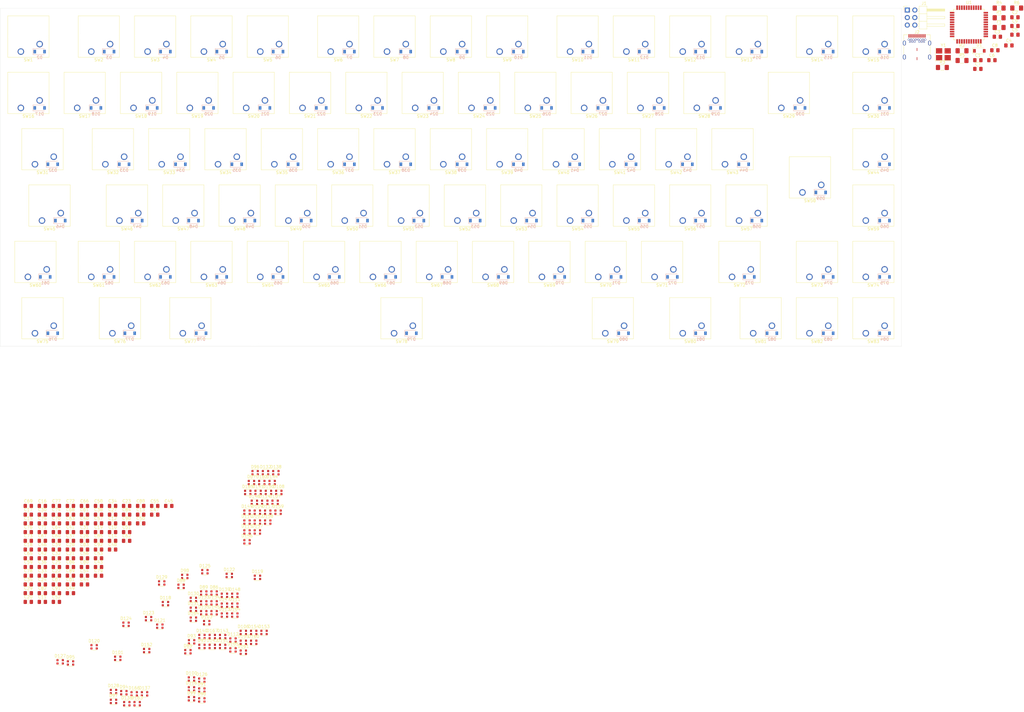
<source format=kicad_pcb>
(kicad_pcb (version 20171130) (host pcbnew 5.1.5+dfsg1-2build2)

  (general
    (thickness 1.6)
    (drawings 4)
    (tracks 0)
    (zones 0)
    (modules 353)
    (nets 217)
  )

  (page A3)
  (layers
    (0 F.Cu signal)
    (31 B.Cu signal)
    (32 B.Adhes user)
    (33 F.Adhes user)
    (34 B.Paste user)
    (35 F.Paste user)
    (36 B.SilkS user)
    (37 F.SilkS user)
    (38 B.Mask user)
    (39 F.Mask user)
    (40 Dwgs.User user)
    (41 Cmts.User user)
    (42 Eco1.User user)
    (43 Eco2.User user)
    (44 Edge.Cuts user)
    (45 Margin user)
    (46 B.CrtYd user)
    (47 F.CrtYd user)
    (48 B.Fab user)
    (49 F.Fab user)
  )

  (setup
    (last_trace_width 0.25)
    (trace_clearance 0.2)
    (zone_clearance 0.508)
    (zone_45_only no)
    (trace_min 0.2)
    (via_size 0.8)
    (via_drill 0.4)
    (via_min_size 0.6)
    (via_min_drill 0.3)
    (uvia_size 0.3)
    (uvia_drill 0.1)
    (uvias_allowed no)
    (uvia_min_size 0.2)
    (uvia_min_drill 0.1)
    (edge_width 0.05)
    (segment_width 0.2)
    (pcb_text_width 0.3)
    (pcb_text_size 1.5 1.5)
    (mod_edge_width 0.12)
    (mod_text_size 1 1)
    (mod_text_width 0.15)
    (pad_size 1.524 1.524)
    (pad_drill 0.762)
    (pad_to_mask_clearance 0.051)
    (solder_mask_min_width 0.25)
    (aux_axis_origin 0 0)
    (visible_elements FFFFF77F)
    (pcbplotparams
      (layerselection 0x010fc_ffffffff)
      (usegerberextensions false)
      (usegerberattributes false)
      (usegerberadvancedattributes false)
      (creategerberjobfile false)
      (excludeedgelayer true)
      (linewidth 0.100000)
      (plotframeref false)
      (viasonmask false)
      (mode 1)
      (useauxorigin false)
      (hpglpennumber 1)
      (hpglpenspeed 20)
      (hpglpendiameter 15.000000)
      (psnegative false)
      (psa4output false)
      (plotreference true)
      (plotvalue true)
      (plotinvisibletext false)
      (padsonsilk false)
      (subtractmaskfromsilk false)
      (outputformat 1)
      (mirror false)
      (drillshape 1)
      (scaleselection 1)
      (outputdirectory ""))
  )

  (net 0 "")
  (net 1 GND)
  (net 2 +5V)
  (net 3 "Net-(C7-Pad1)")
  (net 4 "Net-(C8-Pad2)")
  (net 5 "Net-(C9-Pad1)")
  (net 6 RST)
  (net 7 ROW0)
  (net 8 "Net-(D2-Pad2)")
  (net 9 "Net-(D3-Pad2)")
  (net 10 "Net-(D4-Pad2)")
  (net 11 "Net-(D5-Pad2)")
  (net 12 "Net-(D6-Pad2)")
  (net 13 "Net-(D7-Pad2)")
  (net 14 "Net-(D8-Pad2)")
  (net 15 "Net-(D9-Pad2)")
  (net 16 "Net-(D10-Pad2)")
  (net 17 "Net-(D11-Pad2)")
  (net 18 "Net-(D12-Pad2)")
  (net 19 "Net-(D13-Pad2)")
  (net 20 "Net-(D14-Pad2)")
  (net 21 "Net-(D15-Pad2)")
  (net 22 "Net-(D16-Pad2)")
  (net 23 ROW1)
  (net 24 "Net-(D17-Pad2)")
  (net 25 "Net-(D18-Pad2)")
  (net 26 "Net-(D19-Pad2)")
  (net 27 "Net-(D20-Pad2)")
  (net 28 "Net-(D21-Pad2)")
  (net 29 "Net-(D22-Pad2)")
  (net 30 "Net-(D23-Pad2)")
  (net 31 "Net-(D24-Pad2)")
  (net 32 "Net-(D25-Pad2)")
  (net 33 "Net-(D26-Pad2)")
  (net 34 "Net-(D27-Pad2)")
  (net 35 "Net-(D28-Pad2)")
  (net 36 "Net-(D29-Pad2)")
  (net 37 "Net-(D30-Pad2)")
  (net 38 "Net-(D31-Pad2)")
  (net 39 "Net-(D32-Pad2)")
  (net 40 ROW2)
  (net 41 "Net-(D33-Pad2)")
  (net 42 "Net-(D34-Pad2)")
  (net 43 "Net-(D35-Pad2)")
  (net 44 "Net-(D36-Pad2)")
  (net 45 "Net-(D37-Pad2)")
  (net 46 "Net-(D38-Pad2)")
  (net 47 "Net-(D39-Pad2)")
  (net 48 "Net-(D40-Pad2)")
  (net 49 "Net-(D41-Pad2)")
  (net 50 "Net-(D42-Pad2)")
  (net 51 "Net-(D43-Pad2)")
  (net 52 "Net-(D44-Pad2)")
  (net 53 "Net-(D45-Pad2)")
  (net 54 "Net-(D46-Pad2)")
  (net 55 ROW3)
  (net 56 "Net-(D47-Pad2)")
  (net 57 "Net-(D48-Pad2)")
  (net 58 "Net-(D49-Pad2)")
  (net 59 "Net-(D50-Pad2)")
  (net 60 "Net-(D51-Pad2)")
  (net 61 "Net-(D52-Pad2)")
  (net 62 "Net-(D53-Pad2)")
  (net 63 "Net-(D54-Pad2)")
  (net 64 "Net-(D55-Pad2)")
  (net 65 "Net-(D56-Pad2)")
  (net 66 "Net-(D57-Pad2)")
  (net 67 "Net-(D58-Pad2)")
  (net 68 "Net-(D59-Pad2)")
  (net 69 "Net-(D60-Pad2)")
  (net 70 ROW4)
  (net 71 "Net-(D61-Pad2)")
  (net 72 "Net-(D62-Pad2)")
  (net 73 "Net-(D63-Pad2)")
  (net 74 "Net-(D64-Pad2)")
  (net 75 "Net-(D65-Pad2)")
  (net 76 "Net-(D66-Pad2)")
  (net 77 "Net-(D67-Pad2)")
  (net 78 "Net-(D68-Pad2)")
  (net 79 "Net-(D69-Pad2)")
  (net 80 "Net-(D70-Pad2)")
  (net 81 "Net-(D71-Pad2)")
  (net 82 "Net-(D72-Pad2)")
  (net 83 "Net-(D73-Pad2)")
  (net 84 "Net-(D74-Pad2)")
  (net 85 "Net-(D75-Pad2)")
  (net 86 ROW5)
  (net 87 "Net-(D76-Pad2)")
  (net 88 "Net-(D77-Pad2)")
  (net 89 "Net-(D78-Pad2)")
  (net 90 "Net-(D79-Pad2)")
  (net 91 "Net-(D80-Pad2)")
  (net 92 "Net-(D81-Pad2)")
  (net 93 "Net-(D82-Pad2)")
  (net 94 "Net-(D83-Pad2)")
  (net 95 "Net-(D84-Pad2)")
  (net 96 "Net-(D85-Pad2)")
  (net 97 DIN)
  (net 98 "Net-(D86-Pad2)")
  (net 99 "Net-(D87-Pad2)")
  (net 100 "Net-(D88-Pad2)")
  (net 101 "Net-(D89-Pad2)")
  (net 102 "Net-(D90-Pad2)")
  (net 103 "Net-(D91-Pad2)")
  (net 104 "Net-(D92-Pad2)")
  (net 105 "Net-(D93-Pad2)")
  (net 106 "Net-(D94-Pad2)")
  (net 107 "Net-(D95-Pad2)")
  (net 108 "Net-(D96-Pad2)")
  (net 109 "Net-(D97-Pad2)")
  (net 110 "Net-(D98-Pad2)")
  (net 111 "Net-(D100-Pad4)")
  (net 112 "Net-(D100-Pad2)")
  (net 113 "Net-(D101-Pad2)")
  (net 114 "Net-(D102-Pad2)")
  (net 115 "Net-(D103-Pad2)")
  (net 116 "Net-(D104-Pad2)")
  (net 117 "Net-(D105-Pad2)")
  (net 118 "Net-(D106-Pad2)")
  (net 119 "Net-(D107-Pad2)")
  (net 120 "Net-(D108-Pad2)")
  (net 121 "Net-(D109-Pad2)")
  (net 122 "Net-(D110-Pad2)")
  (net 123 "Net-(D111-Pad2)")
  (net 124 "Net-(D112-Pad2)")
  (net 125 "Net-(D113-Pad2)")
  (net 126 "Net-(D114-Pad2)")
  (net 127 "Net-(D115-Pad2)")
  (net 128 "Net-(D116-Pad2)")
  (net 129 "Net-(D117-Pad2)")
  (net 130 "Net-(D118-Pad2)")
  (net 131 "Net-(D119-Pad2)")
  (net 132 "Net-(D120-Pad2)")
  (net 133 "Net-(D121-Pad2)")
  (net 134 "Net-(D122-Pad2)")
  (net 135 "Net-(D123-Pad2)")
  (net 136 "Net-(D124-Pad2)")
  (net 137 "Net-(D125-Pad2)")
  (net 138 "Net-(D126-Pad2)")
  (net 139 "Net-(D127-Pad2)")
  (net 140 "Net-(D128-Pad2)")
  (net 141 "Net-(D129-Pad2)")
  (net 142 "Net-(D130-Pad2)")
  (net 143 "Net-(D131-Pad2)")
  (net 144 "Net-(D132-Pad2)")
  (net 145 "Net-(D133-Pad2)")
  (net 146 "Net-(D134-Pad2)")
  (net 147 "Net-(D135-Pad2)")
  (net 148 "Net-(D136-Pad2)")
  (net 149 "Net-(D137-Pad2)")
  (net 150 "Net-(D138-Pad2)")
  (net 151 "Net-(D139-Pad2)")
  (net 152 "Net-(D140-Pad2)")
  (net 153 "Net-(D141-Pad2)")
  (net 154 "Net-(D142-Pad2)")
  (net 155 "Net-(D143-Pad2)")
  (net 156 "Net-(D144-Pad2)")
  (net 157 "Net-(D145-Pad2)")
  (net 158 "Net-(D146-Pad2)")
  (net 159 "Net-(D147-Pad2)")
  (net 160 "Net-(D148-Pad2)")
  (net 161 "Net-(D149-Pad2)")
  (net 162 "Net-(D150-Pad2)")
  (net 163 "Net-(D151-Pad2)")
  (net 164 "Net-(D152-Pad2)")
  (net 165 "Net-(D153-Pad2)")
  (net 166 "Net-(D154-Pad2)")
  (net 167 "Net-(D155-Pad2)")
  (net 168 "Net-(D156-Pad2)")
  (net 169 "Net-(D157-Pad2)")
  (net 170 "Net-(D158-Pad2)")
  (net 171 "Net-(D159-Pad2)")
  (net 172 "Net-(D160-Pad2)")
  (net 173 "Net-(D161-Pad2)")
  (net 174 "Net-(D162-Pad2)")
  (net 175 "Net-(D163-Pad2)")
  (net 176 "Net-(D164-Pad2)")
  (net 177 "Net-(D165-Pad2)")
  (net 178 "Net-(D166-Pad2)")
  (net 179 "Net-(D167-Pad2)")
  (net 180 "Net-(F1-Pad2)")
  (net 181 COL02)
  (net 182 COL00)
  (net 183 COL01)
  (net 184 "Net-(J2-PadA11)")
  (net 185 "Net-(J2-PadA10)")
  (net 186 "Net-(J2-PadA8)")
  (net 187 D-)
  (net 188 D+)
  (net 189 "Net-(J2-PadA5)")
  (net 190 "Net-(J2-PadA3)")
  (net 191 "Net-(J2-PadA2)")
  (net 192 "Net-(J2-PadB10)")
  (net 193 "Net-(J2-PadB3)")
  (net 194 "Net-(J2-PadB8)")
  (net 195 "Net-(J2-PadB5)")
  (net 196 "Net-(J2-PadB2)")
  (net 197 "Net-(J2-PadB11)")
  (net 198 "Net-(R4-Pad1)")
  (net 199 "Net-(R5-Pad2)")
  (net 200 "Net-(R6-Pad2)")
  (net 201 COL03)
  (net 202 COL04)
  (net 203 COL06)
  (net 204 COL07)
  (net 205 COL08)
  (net 206 COL09)
  (net 207 COL10)
  (net 208 COL11)
  (net 209 COL12)
  (net 210 COL13)
  (net 211 COL14)
  (net 212 COL15)
  (net 213 COL05)
  (net 214 "Net-(U1-Pad1)")
  (net 215 "Net-(U1-Pad8)")
  (net 216 "Net-(U1-Pad42)")

  (net_class Default "Dies ist die voreingestellte Netzklasse."
    (clearance 0.2)
    (trace_width 0.25)
    (via_dia 0.8)
    (via_drill 0.4)
    (uvia_dia 0.3)
    (uvia_drill 0.1)
    (add_net +5V)
    (add_net COL00)
    (add_net COL01)
    (add_net COL02)
    (add_net COL03)
    (add_net COL04)
    (add_net COL05)
    (add_net COL06)
    (add_net COL07)
    (add_net COL08)
    (add_net COL09)
    (add_net COL10)
    (add_net COL11)
    (add_net COL12)
    (add_net COL13)
    (add_net COL14)
    (add_net COL15)
    (add_net D+)
    (add_net D-)
    (add_net DIN)
    (add_net GND)
    (add_net "Net-(C7-Pad1)")
    (add_net "Net-(C8-Pad2)")
    (add_net "Net-(C9-Pad1)")
    (add_net "Net-(D10-Pad2)")
    (add_net "Net-(D100-Pad2)")
    (add_net "Net-(D100-Pad4)")
    (add_net "Net-(D101-Pad2)")
    (add_net "Net-(D102-Pad2)")
    (add_net "Net-(D103-Pad2)")
    (add_net "Net-(D104-Pad2)")
    (add_net "Net-(D105-Pad2)")
    (add_net "Net-(D106-Pad2)")
    (add_net "Net-(D107-Pad2)")
    (add_net "Net-(D108-Pad2)")
    (add_net "Net-(D109-Pad2)")
    (add_net "Net-(D11-Pad2)")
    (add_net "Net-(D110-Pad2)")
    (add_net "Net-(D111-Pad2)")
    (add_net "Net-(D112-Pad2)")
    (add_net "Net-(D113-Pad2)")
    (add_net "Net-(D114-Pad2)")
    (add_net "Net-(D115-Pad2)")
    (add_net "Net-(D116-Pad2)")
    (add_net "Net-(D117-Pad2)")
    (add_net "Net-(D118-Pad2)")
    (add_net "Net-(D119-Pad2)")
    (add_net "Net-(D12-Pad2)")
    (add_net "Net-(D120-Pad2)")
    (add_net "Net-(D121-Pad2)")
    (add_net "Net-(D122-Pad2)")
    (add_net "Net-(D123-Pad2)")
    (add_net "Net-(D124-Pad2)")
    (add_net "Net-(D125-Pad2)")
    (add_net "Net-(D126-Pad2)")
    (add_net "Net-(D127-Pad2)")
    (add_net "Net-(D128-Pad2)")
    (add_net "Net-(D129-Pad2)")
    (add_net "Net-(D13-Pad2)")
    (add_net "Net-(D130-Pad2)")
    (add_net "Net-(D131-Pad2)")
    (add_net "Net-(D132-Pad2)")
    (add_net "Net-(D133-Pad2)")
    (add_net "Net-(D134-Pad2)")
    (add_net "Net-(D135-Pad2)")
    (add_net "Net-(D136-Pad2)")
    (add_net "Net-(D137-Pad2)")
    (add_net "Net-(D138-Pad2)")
    (add_net "Net-(D139-Pad2)")
    (add_net "Net-(D14-Pad2)")
    (add_net "Net-(D140-Pad2)")
    (add_net "Net-(D141-Pad2)")
    (add_net "Net-(D142-Pad2)")
    (add_net "Net-(D143-Pad2)")
    (add_net "Net-(D144-Pad2)")
    (add_net "Net-(D145-Pad2)")
    (add_net "Net-(D146-Pad2)")
    (add_net "Net-(D147-Pad2)")
    (add_net "Net-(D148-Pad2)")
    (add_net "Net-(D149-Pad2)")
    (add_net "Net-(D15-Pad2)")
    (add_net "Net-(D150-Pad2)")
    (add_net "Net-(D151-Pad2)")
    (add_net "Net-(D152-Pad2)")
    (add_net "Net-(D153-Pad2)")
    (add_net "Net-(D154-Pad2)")
    (add_net "Net-(D155-Pad2)")
    (add_net "Net-(D156-Pad2)")
    (add_net "Net-(D157-Pad2)")
    (add_net "Net-(D158-Pad2)")
    (add_net "Net-(D159-Pad2)")
    (add_net "Net-(D16-Pad2)")
    (add_net "Net-(D160-Pad2)")
    (add_net "Net-(D161-Pad2)")
    (add_net "Net-(D162-Pad2)")
    (add_net "Net-(D163-Pad2)")
    (add_net "Net-(D164-Pad2)")
    (add_net "Net-(D165-Pad2)")
    (add_net "Net-(D166-Pad2)")
    (add_net "Net-(D167-Pad2)")
    (add_net "Net-(D17-Pad2)")
    (add_net "Net-(D18-Pad2)")
    (add_net "Net-(D19-Pad2)")
    (add_net "Net-(D2-Pad2)")
    (add_net "Net-(D20-Pad2)")
    (add_net "Net-(D21-Pad2)")
    (add_net "Net-(D22-Pad2)")
    (add_net "Net-(D23-Pad2)")
    (add_net "Net-(D24-Pad2)")
    (add_net "Net-(D25-Pad2)")
    (add_net "Net-(D26-Pad2)")
    (add_net "Net-(D27-Pad2)")
    (add_net "Net-(D28-Pad2)")
    (add_net "Net-(D29-Pad2)")
    (add_net "Net-(D3-Pad2)")
    (add_net "Net-(D30-Pad2)")
    (add_net "Net-(D31-Pad2)")
    (add_net "Net-(D32-Pad2)")
    (add_net "Net-(D33-Pad2)")
    (add_net "Net-(D34-Pad2)")
    (add_net "Net-(D35-Pad2)")
    (add_net "Net-(D36-Pad2)")
    (add_net "Net-(D37-Pad2)")
    (add_net "Net-(D38-Pad2)")
    (add_net "Net-(D39-Pad2)")
    (add_net "Net-(D4-Pad2)")
    (add_net "Net-(D40-Pad2)")
    (add_net "Net-(D41-Pad2)")
    (add_net "Net-(D42-Pad2)")
    (add_net "Net-(D43-Pad2)")
    (add_net "Net-(D44-Pad2)")
    (add_net "Net-(D45-Pad2)")
    (add_net "Net-(D46-Pad2)")
    (add_net "Net-(D47-Pad2)")
    (add_net "Net-(D48-Pad2)")
    (add_net "Net-(D49-Pad2)")
    (add_net "Net-(D5-Pad2)")
    (add_net "Net-(D50-Pad2)")
    (add_net "Net-(D51-Pad2)")
    (add_net "Net-(D52-Pad2)")
    (add_net "Net-(D53-Pad2)")
    (add_net "Net-(D54-Pad2)")
    (add_net "Net-(D55-Pad2)")
    (add_net "Net-(D56-Pad2)")
    (add_net "Net-(D57-Pad2)")
    (add_net "Net-(D58-Pad2)")
    (add_net "Net-(D59-Pad2)")
    (add_net "Net-(D6-Pad2)")
    (add_net "Net-(D60-Pad2)")
    (add_net "Net-(D61-Pad2)")
    (add_net "Net-(D62-Pad2)")
    (add_net "Net-(D63-Pad2)")
    (add_net "Net-(D64-Pad2)")
    (add_net "Net-(D65-Pad2)")
    (add_net "Net-(D66-Pad2)")
    (add_net "Net-(D67-Pad2)")
    (add_net "Net-(D68-Pad2)")
    (add_net "Net-(D69-Pad2)")
    (add_net "Net-(D7-Pad2)")
    (add_net "Net-(D70-Pad2)")
    (add_net "Net-(D71-Pad2)")
    (add_net "Net-(D72-Pad2)")
    (add_net "Net-(D73-Pad2)")
    (add_net "Net-(D74-Pad2)")
    (add_net "Net-(D75-Pad2)")
    (add_net "Net-(D76-Pad2)")
    (add_net "Net-(D77-Pad2)")
    (add_net "Net-(D78-Pad2)")
    (add_net "Net-(D79-Pad2)")
    (add_net "Net-(D8-Pad2)")
    (add_net "Net-(D80-Pad2)")
    (add_net "Net-(D81-Pad2)")
    (add_net "Net-(D82-Pad2)")
    (add_net "Net-(D83-Pad2)")
    (add_net "Net-(D84-Pad2)")
    (add_net "Net-(D85-Pad2)")
    (add_net "Net-(D86-Pad2)")
    (add_net "Net-(D87-Pad2)")
    (add_net "Net-(D88-Pad2)")
    (add_net "Net-(D89-Pad2)")
    (add_net "Net-(D9-Pad2)")
    (add_net "Net-(D90-Pad2)")
    (add_net "Net-(D91-Pad2)")
    (add_net "Net-(D92-Pad2)")
    (add_net "Net-(D93-Pad2)")
    (add_net "Net-(D94-Pad2)")
    (add_net "Net-(D95-Pad2)")
    (add_net "Net-(D96-Pad2)")
    (add_net "Net-(D97-Pad2)")
    (add_net "Net-(D98-Pad2)")
    (add_net "Net-(F1-Pad2)")
    (add_net "Net-(J2-PadA10)")
    (add_net "Net-(J2-PadA11)")
    (add_net "Net-(J2-PadA2)")
    (add_net "Net-(J2-PadA3)")
    (add_net "Net-(J2-PadA5)")
    (add_net "Net-(J2-PadA8)")
    (add_net "Net-(J2-PadB10)")
    (add_net "Net-(J2-PadB11)")
    (add_net "Net-(J2-PadB2)")
    (add_net "Net-(J2-PadB3)")
    (add_net "Net-(J2-PadB5)")
    (add_net "Net-(J2-PadB8)")
    (add_net "Net-(R4-Pad1)")
    (add_net "Net-(R5-Pad2)")
    (add_net "Net-(R6-Pad2)")
    (add_net "Net-(U1-Pad1)")
    (add_net "Net-(U1-Pad42)")
    (add_net "Net-(U1-Pad8)")
    (add_net ROW0)
    (add_net ROW1)
    (add_net ROW2)
    (add_net ROW3)
    (add_net ROW4)
    (add_net ROW5)
    (add_net RST)
  )

  (module Capacitor_SMD:C_0805_2012Metric_Pad1.15x1.40mm_HandSolder (layer F.Cu) (tedit 5B36C52B) (tstamp 5F15EB18)
    (at 368.725001 55.605001)
    (descr "Capacitor SMD 0805 (2012 Metric), square (rectangular) end terminal, IPC_7351 nominal with elongated pad for handsoldering. (Body size source: https://docs.google.com/spreadsheets/d/1BsfQQcO9C6DZCsRaXUlFlo91Tg2WpOkGARC1WS5S8t0/edit?usp=sharing), generated with kicad-footprint-generator")
    (tags "capacitor handsolder")
    (path /5F92990D)
    (attr smd)
    (fp_text reference C1 (at 0 -1.65) (layer F.SilkS)
      (effects (font (size 1 1) (thickness 0.15)))
    )
    (fp_text value 0.1uF (at 0 1.65) (layer F.Fab)
      (effects (font (size 1 1) (thickness 0.15)))
    )
    (fp_text user %R (at 0 0) (layer F.Fab)
      (effects (font (size 0.5 0.5) (thickness 0.08)))
    )
    (fp_line (start 1.85 0.95) (end -1.85 0.95) (layer F.CrtYd) (width 0.05))
    (fp_line (start 1.85 -0.95) (end 1.85 0.95) (layer F.CrtYd) (width 0.05))
    (fp_line (start -1.85 -0.95) (end 1.85 -0.95) (layer F.CrtYd) (width 0.05))
    (fp_line (start -1.85 0.95) (end -1.85 -0.95) (layer F.CrtYd) (width 0.05))
    (fp_line (start -0.261252 0.71) (end 0.261252 0.71) (layer F.SilkS) (width 0.12))
    (fp_line (start -0.261252 -0.71) (end 0.261252 -0.71) (layer F.SilkS) (width 0.12))
    (fp_line (start 1 0.6) (end -1 0.6) (layer F.Fab) (width 0.1))
    (fp_line (start 1 -0.6) (end 1 0.6) (layer F.Fab) (width 0.1))
    (fp_line (start -1 -0.6) (end 1 -0.6) (layer F.Fab) (width 0.1))
    (fp_line (start -1 0.6) (end -1 -0.6) (layer F.Fab) (width 0.1))
    (pad 2 smd roundrect (at 1.025 0) (size 1.15 1.4) (layers F.Cu F.Paste F.Mask) (roundrect_rratio 0.217391)
      (net 1 GND))
    (pad 1 smd roundrect (at -1.025 0) (size 1.15 1.4) (layers F.Cu F.Paste F.Mask) (roundrect_rratio 0.217391)
      (net 2 +5V))
    (model ${KISYS3DMOD}/Capacitor_SMD.3dshapes/C_0805_2012Metric.wrl
      (at (xyz 0 0 0))
      (scale (xyz 1 1 1))
      (rotate (xyz 0 0 0))
    )
  )

  (module Capacitor_SMD:C_0805_2012Metric_Pad1.15x1.40mm_HandSolder (layer F.Cu) (tedit 5B36C52B) (tstamp 5F15EB29)
    (at 381.265001 41.095001)
    (descr "Capacitor SMD 0805 (2012 Metric), square (rectangular) end terminal, IPC_7351 nominal with elongated pad for handsoldering. (Body size source: https://docs.google.com/spreadsheets/d/1BsfQQcO9C6DZCsRaXUlFlo91Tg2WpOkGARC1WS5S8t0/edit?usp=sharing), generated with kicad-footprint-generator")
    (tags "capacitor handsolder")
    (path /5EFFF252)
    (attr smd)
    (fp_text reference C2 (at 0 -1.65) (layer F.SilkS)
      (effects (font (size 1 1) (thickness 0.15)))
    )
    (fp_text value 0.1uF (at 0 1.65) (layer F.Fab)
      (effects (font (size 1 1) (thickness 0.15)))
    )
    (fp_text user %R (at 0 0) (layer F.Fab)
      (effects (font (size 0.5 0.5) (thickness 0.08)))
    )
    (fp_line (start 1.85 0.95) (end -1.85 0.95) (layer F.CrtYd) (width 0.05))
    (fp_line (start 1.85 -0.95) (end 1.85 0.95) (layer F.CrtYd) (width 0.05))
    (fp_line (start -1.85 -0.95) (end 1.85 -0.95) (layer F.CrtYd) (width 0.05))
    (fp_line (start -1.85 0.95) (end -1.85 -0.95) (layer F.CrtYd) (width 0.05))
    (fp_line (start -0.261252 0.71) (end 0.261252 0.71) (layer F.SilkS) (width 0.12))
    (fp_line (start -0.261252 -0.71) (end 0.261252 -0.71) (layer F.SilkS) (width 0.12))
    (fp_line (start 1 0.6) (end -1 0.6) (layer F.Fab) (width 0.1))
    (fp_line (start 1 -0.6) (end 1 0.6) (layer F.Fab) (width 0.1))
    (fp_line (start -1 -0.6) (end 1 -0.6) (layer F.Fab) (width 0.1))
    (fp_line (start -1 0.6) (end -1 -0.6) (layer F.Fab) (width 0.1))
    (pad 2 smd roundrect (at 1.025 0) (size 1.15 1.4) (layers F.Cu F.Paste F.Mask) (roundrect_rratio 0.217391)
      (net 1 GND))
    (pad 1 smd roundrect (at -1.025 0) (size 1.15 1.4) (layers F.Cu F.Paste F.Mask) (roundrect_rratio 0.217391)
      (net 2 +5V))
    (model ${KISYS3DMOD}/Capacitor_SMD.3dshapes/C_0805_2012Metric.wrl
      (at (xyz 0 0 0))
      (scale (xyz 1 1 1))
      (rotate (xyz 0 0 0))
    )
  )

  (module Capacitor_SMD:C_0805_2012Metric_Pad1.15x1.40mm_HandSolder (layer F.Cu) (tedit 5B36C52B) (tstamp 5F15EB3A)
    (at 375.315001 47.675001)
    (descr "Capacitor SMD 0805 (2012 Metric), square (rectangular) end terminal, IPC_7351 nominal with elongated pad for handsoldering. (Body size source: https://docs.google.com/spreadsheets/d/1BsfQQcO9C6DZCsRaXUlFlo91Tg2WpOkGARC1WS5S8t0/edit?usp=sharing), generated with kicad-footprint-generator")
    (tags "capacitor handsolder")
    (path /5F00AFA0)
    (attr smd)
    (fp_text reference C3 (at 0 -1.65) (layer F.SilkS)
      (effects (font (size 1 1) (thickness 0.15)))
    )
    (fp_text value 0.1uF (at 0 1.65) (layer F.Fab)
      (effects (font (size 1 1) (thickness 0.15)))
    )
    (fp_text user %R (at 0 0) (layer F.Fab)
      (effects (font (size 0.5 0.5) (thickness 0.08)))
    )
    (fp_line (start 1.85 0.95) (end -1.85 0.95) (layer F.CrtYd) (width 0.05))
    (fp_line (start 1.85 -0.95) (end 1.85 0.95) (layer F.CrtYd) (width 0.05))
    (fp_line (start -1.85 -0.95) (end 1.85 -0.95) (layer F.CrtYd) (width 0.05))
    (fp_line (start -1.85 0.95) (end -1.85 -0.95) (layer F.CrtYd) (width 0.05))
    (fp_line (start -0.261252 0.71) (end 0.261252 0.71) (layer F.SilkS) (width 0.12))
    (fp_line (start -0.261252 -0.71) (end 0.261252 -0.71) (layer F.SilkS) (width 0.12))
    (fp_line (start 1 0.6) (end -1 0.6) (layer F.Fab) (width 0.1))
    (fp_line (start 1 -0.6) (end 1 0.6) (layer F.Fab) (width 0.1))
    (fp_line (start -1 -0.6) (end 1 -0.6) (layer F.Fab) (width 0.1))
    (fp_line (start -1 0.6) (end -1 -0.6) (layer F.Fab) (width 0.1))
    (pad 2 smd roundrect (at 1.025 0) (size 1.15 1.4) (layers F.Cu F.Paste F.Mask) (roundrect_rratio 0.217391)
      (net 1 GND))
    (pad 1 smd roundrect (at -1.025 0) (size 1.15 1.4) (layers F.Cu F.Paste F.Mask) (roundrect_rratio 0.217391)
      (net 2 +5V))
    (model ${KISYS3DMOD}/Capacitor_SMD.3dshapes/C_0805_2012Metric.wrl
      (at (xyz 0 0 0))
      (scale (xyz 1 1 1))
      (rotate (xyz 0 0 0))
    )
  )

  (module Capacitor_SMD:C_0805_2012Metric_Pad1.15x1.40mm_HandSolder (layer F.Cu) (tedit 5B36C52B) (tstamp 5F15EB4B)
    (at 379.225001 50.625001)
    (descr "Capacitor SMD 0805 (2012 Metric), square (rectangular) end terminal, IPC_7351 nominal with elongated pad for handsoldering. (Body size source: https://docs.google.com/spreadsheets/d/1BsfQQcO9C6DZCsRaXUlFlo91Tg2WpOkGARC1WS5S8t0/edit?usp=sharing), generated with kicad-footprint-generator")
    (tags "capacitor handsolder")
    (path /5F00B4C3)
    (attr smd)
    (fp_text reference C4 (at 0 -1.65) (layer F.SilkS)
      (effects (font (size 1 1) (thickness 0.15)))
    )
    (fp_text value 0.1uF (at 0 1.65) (layer F.Fab)
      (effects (font (size 1 1) (thickness 0.15)))
    )
    (fp_line (start -1 0.6) (end -1 -0.6) (layer F.Fab) (width 0.1))
    (fp_line (start -1 -0.6) (end 1 -0.6) (layer F.Fab) (width 0.1))
    (fp_line (start 1 -0.6) (end 1 0.6) (layer F.Fab) (width 0.1))
    (fp_line (start 1 0.6) (end -1 0.6) (layer F.Fab) (width 0.1))
    (fp_line (start -0.261252 -0.71) (end 0.261252 -0.71) (layer F.SilkS) (width 0.12))
    (fp_line (start -0.261252 0.71) (end 0.261252 0.71) (layer F.SilkS) (width 0.12))
    (fp_line (start -1.85 0.95) (end -1.85 -0.95) (layer F.CrtYd) (width 0.05))
    (fp_line (start -1.85 -0.95) (end 1.85 -0.95) (layer F.CrtYd) (width 0.05))
    (fp_line (start 1.85 -0.95) (end 1.85 0.95) (layer F.CrtYd) (width 0.05))
    (fp_line (start 1.85 0.95) (end -1.85 0.95) (layer F.CrtYd) (width 0.05))
    (fp_text user %R (at 0 0) (layer F.Fab)
      (effects (font (size 0.5 0.5) (thickness 0.08)))
    )
    (pad 1 smd roundrect (at -1.025 0) (size 1.15 1.4) (layers F.Cu F.Paste F.Mask) (roundrect_rratio 0.217391)
      (net 2 +5V))
    (pad 2 smd roundrect (at 1.025 0) (size 1.15 1.4) (layers F.Cu F.Paste F.Mask) (roundrect_rratio 0.217391)
      (net 1 GND))
    (model ${KISYS3DMOD}/Capacitor_SMD.3dshapes/C_0805_2012Metric.wrl
      (at (xyz 0 0 0))
      (scale (xyz 1 1 1))
      (rotate (xyz 0 0 0))
    )
  )

  (module Capacitor_SMD:C_0805_2012Metric_Pad1.15x1.40mm_HandSolder (layer F.Cu) (tedit 5B36C52B) (tstamp 5F15EB5C)
    (at 381.265001 46.995001)
    (descr "Capacitor SMD 0805 (2012 Metric), square (rectangular) end terminal, IPC_7351 nominal with elongated pad for handsoldering. (Body size source: https://docs.google.com/spreadsheets/d/1BsfQQcO9C6DZCsRaXUlFlo91Tg2WpOkGARC1WS5S8t0/edit?usp=sharing), generated with kicad-footprint-generator")
    (tags "capacitor handsolder")
    (path /5F92A552)
    (attr smd)
    (fp_text reference C5 (at 0 -1.65) (layer F.SilkS)
      (effects (font (size 1 1) (thickness 0.15)))
    )
    (fp_text value 0.1uF (at 0 1.65) (layer F.Fab)
      (effects (font (size 1 1) (thickness 0.15)))
    )
    (fp_text user %R (at 0 0) (layer F.Fab)
      (effects (font (size 0.5 0.5) (thickness 0.08)))
    )
    (fp_line (start 1.85 0.95) (end -1.85 0.95) (layer F.CrtYd) (width 0.05))
    (fp_line (start 1.85 -0.95) (end 1.85 0.95) (layer F.CrtYd) (width 0.05))
    (fp_line (start -1.85 -0.95) (end 1.85 -0.95) (layer F.CrtYd) (width 0.05))
    (fp_line (start -1.85 0.95) (end -1.85 -0.95) (layer F.CrtYd) (width 0.05))
    (fp_line (start -0.261252 0.71) (end 0.261252 0.71) (layer F.SilkS) (width 0.12))
    (fp_line (start -0.261252 -0.71) (end 0.261252 -0.71) (layer F.SilkS) (width 0.12))
    (fp_line (start 1 0.6) (end -1 0.6) (layer F.Fab) (width 0.1))
    (fp_line (start 1 -0.6) (end 1 0.6) (layer F.Fab) (width 0.1))
    (fp_line (start -1 -0.6) (end 1 -0.6) (layer F.Fab) (width 0.1))
    (fp_line (start -1 0.6) (end -1 -0.6) (layer F.Fab) (width 0.1))
    (pad 2 smd roundrect (at 1.025 0) (size 1.15 1.4) (layers F.Cu F.Paste F.Mask) (roundrect_rratio 0.217391)
      (net 1 GND))
    (pad 1 smd roundrect (at -1.025 0) (size 1.15 1.4) (layers F.Cu F.Paste F.Mask) (roundrect_rratio 0.217391)
      (net 2 +5V))
    (model ${KISYS3DMOD}/Capacitor_SMD.3dshapes/C_0805_2012Metric.wrl
      (at (xyz 0 0 0))
      (scale (xyz 1 1 1))
      (rotate (xyz 0 0 0))
    )
  )

  (module Capacitor_SMD:C_0805_2012Metric_Pad1.15x1.40mm_HandSolder (layer F.Cu) (tedit 5B36C52B) (tstamp 5F15EB6D)
    (at 373.475001 55.605001)
    (descr "Capacitor SMD 0805 (2012 Metric), square (rectangular) end terminal, IPC_7351 nominal with elongated pad for handsoldering. (Body size source: https://docs.google.com/spreadsheets/d/1BsfQQcO9C6DZCsRaXUlFlo91Tg2WpOkGARC1WS5S8t0/edit?usp=sharing), generated with kicad-footprint-generator")
    (tags "capacitor handsolder")
    (path /5F007EF5)
    (attr smd)
    (fp_text reference C6 (at 0 -1.65) (layer F.SilkS)
      (effects (font (size 1 1) (thickness 0.15)))
    )
    (fp_text value 10uF (at 0 1.65) (layer F.Fab)
      (effects (font (size 1 1) (thickness 0.15)))
    )
    (fp_line (start -1 0.6) (end -1 -0.6) (layer F.Fab) (width 0.1))
    (fp_line (start -1 -0.6) (end 1 -0.6) (layer F.Fab) (width 0.1))
    (fp_line (start 1 -0.6) (end 1 0.6) (layer F.Fab) (width 0.1))
    (fp_line (start 1 0.6) (end -1 0.6) (layer F.Fab) (width 0.1))
    (fp_line (start -0.261252 -0.71) (end 0.261252 -0.71) (layer F.SilkS) (width 0.12))
    (fp_line (start -0.261252 0.71) (end 0.261252 0.71) (layer F.SilkS) (width 0.12))
    (fp_line (start -1.85 0.95) (end -1.85 -0.95) (layer F.CrtYd) (width 0.05))
    (fp_line (start -1.85 -0.95) (end 1.85 -0.95) (layer F.CrtYd) (width 0.05))
    (fp_line (start 1.85 -0.95) (end 1.85 0.95) (layer F.CrtYd) (width 0.05))
    (fp_line (start 1.85 0.95) (end -1.85 0.95) (layer F.CrtYd) (width 0.05))
    (fp_text user %R (at 0 0) (layer F.Fab)
      (effects (font (size 0.5 0.5) (thickness 0.08)))
    )
    (pad 1 smd roundrect (at -1.025 0) (size 1.15 1.4) (layers F.Cu F.Paste F.Mask) (roundrect_rratio 0.217391)
      (net 2 +5V))
    (pad 2 smd roundrect (at 1.025 0) (size 1.15 1.4) (layers F.Cu F.Paste F.Mask) (roundrect_rratio 0.217391)
      (net 1 GND))
    (model ${KISYS3DMOD}/Capacitor_SMD.3dshapes/C_0805_2012Metric.wrl
      (at (xyz 0 0 0))
      (scale (xyz 1 1 1))
      (rotate (xyz 0 0 0))
    )
  )

  (module Capacitor_SMD:C_0805_2012Metric_Pad1.15x1.40mm_HandSolder (layer F.Cu) (tedit 5B36C52B) (tstamp 5F15EB7E)
    (at 368.725001 58.555001)
    (descr "Capacitor SMD 0805 (2012 Metric), square (rectangular) end terminal, IPC_7351 nominal with elongated pad for handsoldering. (Body size source: https://docs.google.com/spreadsheets/d/1BsfQQcO9C6DZCsRaXUlFlo91Tg2WpOkGARC1WS5S8t0/edit?usp=sharing), generated with kicad-footprint-generator")
    (tags "capacitor handsolder")
    (path /5F0786B1)
    (attr smd)
    (fp_text reference C7 (at 0 -1.65) (layer F.SilkS)
      (effects (font (size 1 1) (thickness 0.15)))
    )
    (fp_text value 22pF (at 0 1.65) (layer F.Fab)
      (effects (font (size 1 1) (thickness 0.15)))
    )
    (fp_text user %R (at 0 0) (layer F.Fab)
      (effects (font (size 0.5 0.5) (thickness 0.08)))
    )
    (fp_line (start 1.85 0.95) (end -1.85 0.95) (layer F.CrtYd) (width 0.05))
    (fp_line (start 1.85 -0.95) (end 1.85 0.95) (layer F.CrtYd) (width 0.05))
    (fp_line (start -1.85 -0.95) (end 1.85 -0.95) (layer F.CrtYd) (width 0.05))
    (fp_line (start -1.85 0.95) (end -1.85 -0.95) (layer F.CrtYd) (width 0.05))
    (fp_line (start -0.261252 0.71) (end 0.261252 0.71) (layer F.SilkS) (width 0.12))
    (fp_line (start -0.261252 -0.71) (end 0.261252 -0.71) (layer F.SilkS) (width 0.12))
    (fp_line (start 1 0.6) (end -1 0.6) (layer F.Fab) (width 0.1))
    (fp_line (start 1 -0.6) (end 1 0.6) (layer F.Fab) (width 0.1))
    (fp_line (start -1 -0.6) (end 1 -0.6) (layer F.Fab) (width 0.1))
    (fp_line (start -1 0.6) (end -1 -0.6) (layer F.Fab) (width 0.1))
    (pad 2 smd roundrect (at 1.025 0) (size 1.15 1.4) (layers F.Cu F.Paste F.Mask) (roundrect_rratio 0.217391)
      (net 1 GND))
    (pad 1 smd roundrect (at -1.025 0) (size 1.15 1.4) (layers F.Cu F.Paste F.Mask) (roundrect_rratio 0.217391)
      (net 3 "Net-(C7-Pad1)"))
    (model ${KISYS3DMOD}/Capacitor_SMD.3dshapes/C_0805_2012Metric.wrl
      (at (xyz 0 0 0))
      (scale (xyz 1 1 1))
      (rotate (xyz 0 0 0))
    )
  )

  (module Capacitor_SMD:C_0805_2012Metric_Pad1.15x1.40mm_HandSolder (layer F.Cu) (tedit 5B36C52B) (tstamp 5F15EB8F)
    (at 374.475001 52.255001)
    (descr "Capacitor SMD 0805 (2012 Metric), square (rectangular) end terminal, IPC_7351 nominal with elongated pad for handsoldering. (Body size source: https://docs.google.com/spreadsheets/d/1BsfQQcO9C6DZCsRaXUlFlo91Tg2WpOkGARC1WS5S8t0/edit?usp=sharing), generated with kicad-footprint-generator")
    (tags "capacitor handsolder")
    (path /5F0BA64F)
    (attr smd)
    (fp_text reference C8 (at 0 -1.65) (layer F.SilkS)
      (effects (font (size 1 1) (thickness 0.15)))
    )
    (fp_text value 22pF (at 0 1.65) (layer F.Fab)
      (effects (font (size 1 1) (thickness 0.15)))
    )
    (fp_text user %R (at 0 0) (layer F.Fab)
      (effects (font (size 0.5 0.5) (thickness 0.08)))
    )
    (fp_line (start 1.85 0.95) (end -1.85 0.95) (layer F.CrtYd) (width 0.05))
    (fp_line (start 1.85 -0.95) (end 1.85 0.95) (layer F.CrtYd) (width 0.05))
    (fp_line (start -1.85 -0.95) (end 1.85 -0.95) (layer F.CrtYd) (width 0.05))
    (fp_line (start -1.85 0.95) (end -1.85 -0.95) (layer F.CrtYd) (width 0.05))
    (fp_line (start -0.261252 0.71) (end 0.261252 0.71) (layer F.SilkS) (width 0.12))
    (fp_line (start -0.261252 -0.71) (end 0.261252 -0.71) (layer F.SilkS) (width 0.12))
    (fp_line (start 1 0.6) (end -1 0.6) (layer F.Fab) (width 0.1))
    (fp_line (start 1 -0.6) (end 1 0.6) (layer F.Fab) (width 0.1))
    (fp_line (start -1 -0.6) (end 1 -0.6) (layer F.Fab) (width 0.1))
    (fp_line (start -1 0.6) (end -1 -0.6) (layer F.Fab) (width 0.1))
    (pad 2 smd roundrect (at 1.025 0) (size 1.15 1.4) (layers F.Cu F.Paste F.Mask) (roundrect_rratio 0.217391)
      (net 4 "Net-(C8-Pad2)"))
    (pad 1 smd roundrect (at -1.025 0) (size 1.15 1.4) (layers F.Cu F.Paste F.Mask) (roundrect_rratio 0.217391)
      (net 1 GND))
    (model ${KISYS3DMOD}/Capacitor_SMD.3dshapes/C_0805_2012Metric.wrl
      (at (xyz 0 0 0))
      (scale (xyz 1 1 1))
      (rotate (xyz 0 0 0))
    )
  )

  (module Capacitor_SMD:C_0805_2012Metric_Pad1.15x1.40mm_HandSolder (layer F.Cu) (tedit 5B36C52B) (tstamp 5F15EBA0)
    (at 381.265001 44.045001)
    (descr "Capacitor SMD 0805 (2012 Metric), square (rectangular) end terminal, IPC_7351 nominal with elongated pad for handsoldering. (Body size source: https://docs.google.com/spreadsheets/d/1BsfQQcO9C6DZCsRaXUlFlo91Tg2WpOkGARC1WS5S8t0/edit?usp=sharing), generated with kicad-footprint-generator")
    (tags "capacitor handsolder")
    (path /5F049C39)
    (attr smd)
    (fp_text reference C9 (at 0 -1.65) (layer F.SilkS)
      (effects (font (size 1 1) (thickness 0.15)))
    )
    (fp_text value 1uF (at 0 1.65) (layer F.Fab)
      (effects (font (size 1 1) (thickness 0.15)))
    )
    (fp_line (start -1 0.6) (end -1 -0.6) (layer F.Fab) (width 0.1))
    (fp_line (start -1 -0.6) (end 1 -0.6) (layer F.Fab) (width 0.1))
    (fp_line (start 1 -0.6) (end 1 0.6) (layer F.Fab) (width 0.1))
    (fp_line (start 1 0.6) (end -1 0.6) (layer F.Fab) (width 0.1))
    (fp_line (start -0.261252 -0.71) (end 0.261252 -0.71) (layer F.SilkS) (width 0.12))
    (fp_line (start -0.261252 0.71) (end 0.261252 0.71) (layer F.SilkS) (width 0.12))
    (fp_line (start -1.85 0.95) (end -1.85 -0.95) (layer F.CrtYd) (width 0.05))
    (fp_line (start -1.85 -0.95) (end 1.85 -0.95) (layer F.CrtYd) (width 0.05))
    (fp_line (start 1.85 -0.95) (end 1.85 0.95) (layer F.CrtYd) (width 0.05))
    (fp_line (start 1.85 0.95) (end -1.85 0.95) (layer F.CrtYd) (width 0.05))
    (fp_text user %R (at 0 0) (layer F.Fab)
      (effects (font (size 0.5 0.5) (thickness 0.08)))
    )
    (pad 1 smd roundrect (at -1.025 0) (size 1.15 1.4) (layers F.Cu F.Paste F.Mask) (roundrect_rratio 0.217391)
      (net 5 "Net-(C9-Pad1)"))
    (pad 2 smd roundrect (at 1.025 0) (size 1.15 1.4) (layers F.Cu F.Paste F.Mask) (roundrect_rratio 0.217391)
      (net 1 GND))
    (model ${KISYS3DMOD}/Capacitor_SMD.3dshapes/C_0805_2012Metric.wrl
      (at (xyz 0 0 0))
      (scale (xyz 1 1 1))
      (rotate (xyz 0 0 0))
    )
  )

  (module Capacitor_SMD:C_0805_2012Metric_Pad1.15x1.40mm_HandSolder (layer F.Cu) (tedit 5B36C52B) (tstamp 5F15EBB1)
    (at 76.095001 215.205001)
    (descr "Capacitor SMD 0805 (2012 Metric), square (rectangular) end terminal, IPC_7351 nominal with elongated pad for handsoldering. (Body size source: https://docs.google.com/spreadsheets/d/1BsfQQcO9C6DZCsRaXUlFlo91Tg2WpOkGARC1WS5S8t0/edit?usp=sharing), generated with kicad-footprint-generator")
    (tags "capacitor handsolder")
    (path /5F949B9C/5FD1B778)
    (attr smd)
    (fp_text reference C10 (at 0 -1.65) (layer F.SilkS)
      (effects (font (size 1 1) (thickness 0.15)))
    )
    (fp_text value 0.1uF (at 0 1.65) (layer F.Fab)
      (effects (font (size 1 1) (thickness 0.15)))
    )
    (fp_line (start -1 0.6) (end -1 -0.6) (layer F.Fab) (width 0.1))
    (fp_line (start -1 -0.6) (end 1 -0.6) (layer F.Fab) (width 0.1))
    (fp_line (start 1 -0.6) (end 1 0.6) (layer F.Fab) (width 0.1))
    (fp_line (start 1 0.6) (end -1 0.6) (layer F.Fab) (width 0.1))
    (fp_line (start -0.261252 -0.71) (end 0.261252 -0.71) (layer F.SilkS) (width 0.12))
    (fp_line (start -0.261252 0.71) (end 0.261252 0.71) (layer F.SilkS) (width 0.12))
    (fp_line (start -1.85 0.95) (end -1.85 -0.95) (layer F.CrtYd) (width 0.05))
    (fp_line (start -1.85 -0.95) (end 1.85 -0.95) (layer F.CrtYd) (width 0.05))
    (fp_line (start 1.85 -0.95) (end 1.85 0.95) (layer F.CrtYd) (width 0.05))
    (fp_line (start 1.85 0.95) (end -1.85 0.95) (layer F.CrtYd) (width 0.05))
    (fp_text user %R (at 0 0) (layer F.Fab)
      (effects (font (size 0.5 0.5) (thickness 0.08)))
    )
    (pad 1 smd roundrect (at -1.025 0) (size 1.15 1.4) (layers F.Cu F.Paste F.Mask) (roundrect_rratio 0.217391)
      (net 2 +5V))
    (pad 2 smd roundrect (at 1.025 0) (size 1.15 1.4) (layers F.Cu F.Paste F.Mask) (roundrect_rratio 0.217391)
      (net 1 GND))
    (model ${KISYS3DMOD}/Capacitor_SMD.3dshapes/C_0805_2012Metric.wrl
      (at (xyz 0 0 0))
      (scale (xyz 1 1 1))
      (rotate (xyz 0 0 0))
    )
  )

  (module Capacitor_SMD:C_0805_2012Metric_Pad1.15x1.40mm_HandSolder (layer F.Cu) (tedit 5B36C52B) (tstamp 5F15EBC2)
    (at 52.345001 238.805001)
    (descr "Capacitor SMD 0805 (2012 Metric), square (rectangular) end terminal, IPC_7351 nominal with elongated pad for handsoldering. (Body size source: https://docs.google.com/spreadsheets/d/1BsfQQcO9C6DZCsRaXUlFlo91Tg2WpOkGARC1WS5S8t0/edit?usp=sharing), generated with kicad-footprint-generator")
    (tags "capacitor handsolder")
    (path /5F949B9C/5FD3F1FB)
    (attr smd)
    (fp_text reference C11 (at 0 -1.65) (layer F.SilkS)
      (effects (font (size 1 1) (thickness 0.15)))
    )
    (fp_text value 0.1uF (at 0 1.65) (layer F.Fab)
      (effects (font (size 1 1) (thickness 0.15)))
    )
    (fp_line (start -1 0.6) (end -1 -0.6) (layer F.Fab) (width 0.1))
    (fp_line (start -1 -0.6) (end 1 -0.6) (layer F.Fab) (width 0.1))
    (fp_line (start 1 -0.6) (end 1 0.6) (layer F.Fab) (width 0.1))
    (fp_line (start 1 0.6) (end -1 0.6) (layer F.Fab) (width 0.1))
    (fp_line (start -0.261252 -0.71) (end 0.261252 -0.71) (layer F.SilkS) (width 0.12))
    (fp_line (start -0.261252 0.71) (end 0.261252 0.71) (layer F.SilkS) (width 0.12))
    (fp_line (start -1.85 0.95) (end -1.85 -0.95) (layer F.CrtYd) (width 0.05))
    (fp_line (start -1.85 -0.95) (end 1.85 -0.95) (layer F.CrtYd) (width 0.05))
    (fp_line (start 1.85 -0.95) (end 1.85 0.95) (layer F.CrtYd) (width 0.05))
    (fp_line (start 1.85 0.95) (end -1.85 0.95) (layer F.CrtYd) (width 0.05))
    (fp_text user %R (at 0 0) (layer F.Fab)
      (effects (font (size 0.5 0.5) (thickness 0.08)))
    )
    (pad 1 smd roundrect (at -1.025 0) (size 1.15 1.4) (layers F.Cu F.Paste F.Mask) (roundrect_rratio 0.217391)
      (net 2 +5V))
    (pad 2 smd roundrect (at 1.025 0) (size 1.15 1.4) (layers F.Cu F.Paste F.Mask) (roundrect_rratio 0.217391)
      (net 1 GND))
    (model ${KISYS3DMOD}/Capacitor_SMD.3dshapes/C_0805_2012Metric.wrl
      (at (xyz 0 0 0))
      (scale (xyz 1 1 1))
      (rotate (xyz 0 0 0))
    )
  )

  (module Capacitor_SMD:C_0805_2012Metric_Pad1.15x1.40mm_HandSolder (layer F.Cu) (tedit 5B36C52B) (tstamp 5F15EBD3)
    (at 76.095001 212.255001)
    (descr "Capacitor SMD 0805 (2012 Metric), square (rectangular) end terminal, IPC_7351 nominal with elongated pad for handsoldering. (Body size source: https://docs.google.com/spreadsheets/d/1BsfQQcO9C6DZCsRaXUlFlo91Tg2WpOkGARC1WS5S8t0/edit?usp=sharing), generated with kicad-footprint-generator")
    (tags "capacitor handsolder")
    (path /5F949B9C/5FD40FAE)
    (attr smd)
    (fp_text reference C12 (at 0 -1.65) (layer F.SilkS)
      (effects (font (size 1 1) (thickness 0.15)))
    )
    (fp_text value 0.1uF (at 0 1.65) (layer F.Fab)
      (effects (font (size 1 1) (thickness 0.15)))
    )
    (fp_line (start -1 0.6) (end -1 -0.6) (layer F.Fab) (width 0.1))
    (fp_line (start -1 -0.6) (end 1 -0.6) (layer F.Fab) (width 0.1))
    (fp_line (start 1 -0.6) (end 1 0.6) (layer F.Fab) (width 0.1))
    (fp_line (start 1 0.6) (end -1 0.6) (layer F.Fab) (width 0.1))
    (fp_line (start -0.261252 -0.71) (end 0.261252 -0.71) (layer F.SilkS) (width 0.12))
    (fp_line (start -0.261252 0.71) (end 0.261252 0.71) (layer F.SilkS) (width 0.12))
    (fp_line (start -1.85 0.95) (end -1.85 -0.95) (layer F.CrtYd) (width 0.05))
    (fp_line (start -1.85 -0.95) (end 1.85 -0.95) (layer F.CrtYd) (width 0.05))
    (fp_line (start 1.85 -0.95) (end 1.85 0.95) (layer F.CrtYd) (width 0.05))
    (fp_line (start 1.85 0.95) (end -1.85 0.95) (layer F.CrtYd) (width 0.05))
    (fp_text user %R (at 0 0) (layer F.Fab)
      (effects (font (size 0.5 0.5) (thickness 0.08)))
    )
    (pad 1 smd roundrect (at -1.025 0) (size 1.15 1.4) (layers F.Cu F.Paste F.Mask) (roundrect_rratio 0.217391)
      (net 2 +5V))
    (pad 2 smd roundrect (at 1.025 0) (size 1.15 1.4) (layers F.Cu F.Paste F.Mask) (roundrect_rratio 0.217391)
      (net 1 GND))
    (model ${KISYS3DMOD}/Capacitor_SMD.3dshapes/C_0805_2012Metric.wrl
      (at (xyz 0 0 0))
      (scale (xyz 1 1 1))
      (rotate (xyz 0 0 0))
    )
  )

  (module Capacitor_SMD:C_0805_2012Metric_Pad1.15x1.40mm_HandSolder (layer F.Cu) (tedit 5B36C52B) (tstamp 5F15EBE4)
    (at 85.595001 209.305001)
    (descr "Capacitor SMD 0805 (2012 Metric), square (rectangular) end terminal, IPC_7351 nominal with elongated pad for handsoldering. (Body size source: https://docs.google.com/spreadsheets/d/1BsfQQcO9C6DZCsRaXUlFlo91Tg2WpOkGARC1WS5S8t0/edit?usp=sharing), generated with kicad-footprint-generator")
    (tags "capacitor handsolder")
    (path /5F949B9C/5FD423D5)
    (attr smd)
    (fp_text reference C13 (at 0 -1.65) (layer F.SilkS)
      (effects (font (size 1 1) (thickness 0.15)))
    )
    (fp_text value 0.1uF (at 0 1.65) (layer F.Fab)
      (effects (font (size 1 1) (thickness 0.15)))
    )
    (fp_text user %R (at 0 0) (layer F.Fab)
      (effects (font (size 0.5 0.5) (thickness 0.08)))
    )
    (fp_line (start 1.85 0.95) (end -1.85 0.95) (layer F.CrtYd) (width 0.05))
    (fp_line (start 1.85 -0.95) (end 1.85 0.95) (layer F.CrtYd) (width 0.05))
    (fp_line (start -1.85 -0.95) (end 1.85 -0.95) (layer F.CrtYd) (width 0.05))
    (fp_line (start -1.85 0.95) (end -1.85 -0.95) (layer F.CrtYd) (width 0.05))
    (fp_line (start -0.261252 0.71) (end 0.261252 0.71) (layer F.SilkS) (width 0.12))
    (fp_line (start -0.261252 -0.71) (end 0.261252 -0.71) (layer F.SilkS) (width 0.12))
    (fp_line (start 1 0.6) (end -1 0.6) (layer F.Fab) (width 0.1))
    (fp_line (start 1 -0.6) (end 1 0.6) (layer F.Fab) (width 0.1))
    (fp_line (start -1 -0.6) (end 1 -0.6) (layer F.Fab) (width 0.1))
    (fp_line (start -1 0.6) (end -1 -0.6) (layer F.Fab) (width 0.1))
    (pad 2 smd roundrect (at 1.025 0) (size 1.15 1.4) (layers F.Cu F.Paste F.Mask) (roundrect_rratio 0.217391)
      (net 1 GND))
    (pad 1 smd roundrect (at -1.025 0) (size 1.15 1.4) (layers F.Cu F.Paste F.Mask) (roundrect_rratio 0.217391)
      (net 2 +5V))
    (model ${KISYS3DMOD}/Capacitor_SMD.3dshapes/C_0805_2012Metric.wrl
      (at (xyz 0 0 0))
      (scale (xyz 1 1 1))
      (rotate (xyz 0 0 0))
    )
  )

  (module Capacitor_SMD:C_0805_2012Metric_Pad1.15x1.40mm_HandSolder (layer F.Cu) (tedit 5B36C52B) (tstamp 5F15EBF5)
    (at 76.095001 218.155001)
    (descr "Capacitor SMD 0805 (2012 Metric), square (rectangular) end terminal, IPC_7351 nominal with elongated pad for handsoldering. (Body size source: https://docs.google.com/spreadsheets/d/1BsfQQcO9C6DZCsRaXUlFlo91Tg2WpOkGARC1WS5S8t0/edit?usp=sharing), generated with kicad-footprint-generator")
    (tags "capacitor handsolder")
    (path /5F949B9C/5FD4399A)
    (attr smd)
    (fp_text reference C14 (at 0 -1.65) (layer F.SilkS)
      (effects (font (size 1 1) (thickness 0.15)))
    )
    (fp_text value 0.1uF (at 0 1.65) (layer F.Fab)
      (effects (font (size 1 1) (thickness 0.15)))
    )
    (fp_line (start -1 0.6) (end -1 -0.6) (layer F.Fab) (width 0.1))
    (fp_line (start -1 -0.6) (end 1 -0.6) (layer F.Fab) (width 0.1))
    (fp_line (start 1 -0.6) (end 1 0.6) (layer F.Fab) (width 0.1))
    (fp_line (start 1 0.6) (end -1 0.6) (layer F.Fab) (width 0.1))
    (fp_line (start -0.261252 -0.71) (end 0.261252 -0.71) (layer F.SilkS) (width 0.12))
    (fp_line (start -0.261252 0.71) (end 0.261252 0.71) (layer F.SilkS) (width 0.12))
    (fp_line (start -1.85 0.95) (end -1.85 -0.95) (layer F.CrtYd) (width 0.05))
    (fp_line (start -1.85 -0.95) (end 1.85 -0.95) (layer F.CrtYd) (width 0.05))
    (fp_line (start 1.85 -0.95) (end 1.85 0.95) (layer F.CrtYd) (width 0.05))
    (fp_line (start 1.85 0.95) (end -1.85 0.95) (layer F.CrtYd) (width 0.05))
    (fp_text user %R (at 0 0) (layer F.Fab)
      (effects (font (size 0.5 0.5) (thickness 0.08)))
    )
    (pad 1 smd roundrect (at -1.025 0) (size 1.15 1.4) (layers F.Cu F.Paste F.Mask) (roundrect_rratio 0.217391)
      (net 2 +5V))
    (pad 2 smd roundrect (at 1.025 0) (size 1.15 1.4) (layers F.Cu F.Paste F.Mask) (roundrect_rratio 0.217391)
      (net 1 GND))
    (model ${KISYS3DMOD}/Capacitor_SMD.3dshapes/C_0805_2012Metric.wrl
      (at (xyz 0 0 0))
      (scale (xyz 1 1 1))
      (rotate (xyz 0 0 0))
    )
  )

  (module Capacitor_SMD:C_0805_2012Metric_Pad1.15x1.40mm_HandSolder (layer F.Cu) (tedit 5B36C52B) (tstamp 5F15EC06)
    (at 47.595001 212.255001)
    (descr "Capacitor SMD 0805 (2012 Metric), square (rectangular) end terminal, IPC_7351 nominal with elongated pad for handsoldering. (Body size source: https://docs.google.com/spreadsheets/d/1BsfQQcO9C6DZCsRaXUlFlo91Tg2WpOkGARC1WS5S8t0/edit?usp=sharing), generated with kicad-footprint-generator")
    (tags "capacitor handsolder")
    (path /5F949B9C/5F62CADC)
    (attr smd)
    (fp_text reference C15 (at 0 -1.65) (layer F.SilkS)
      (effects (font (size 1 1) (thickness 0.15)))
    )
    (fp_text value 0.1uF (at 0 1.65) (layer F.Fab)
      (effects (font (size 1 1) (thickness 0.15)))
    )
    (fp_text user %R (at 0 0) (layer F.Fab)
      (effects (font (size 0.5 0.5) (thickness 0.08)))
    )
    (fp_line (start 1.85 0.95) (end -1.85 0.95) (layer F.CrtYd) (width 0.05))
    (fp_line (start 1.85 -0.95) (end 1.85 0.95) (layer F.CrtYd) (width 0.05))
    (fp_line (start -1.85 -0.95) (end 1.85 -0.95) (layer F.CrtYd) (width 0.05))
    (fp_line (start -1.85 0.95) (end -1.85 -0.95) (layer F.CrtYd) (width 0.05))
    (fp_line (start -0.261252 0.71) (end 0.261252 0.71) (layer F.SilkS) (width 0.12))
    (fp_line (start -0.261252 -0.71) (end 0.261252 -0.71) (layer F.SilkS) (width 0.12))
    (fp_line (start 1 0.6) (end -1 0.6) (layer F.Fab) (width 0.1))
    (fp_line (start 1 -0.6) (end 1 0.6) (layer F.Fab) (width 0.1))
    (fp_line (start -1 -0.6) (end 1 -0.6) (layer F.Fab) (width 0.1))
    (fp_line (start -1 0.6) (end -1 -0.6) (layer F.Fab) (width 0.1))
    (pad 2 smd roundrect (at 1.025 0) (size 1.15 1.4) (layers F.Cu F.Paste F.Mask) (roundrect_rratio 0.217391)
      (net 1 GND))
    (pad 1 smd roundrect (at -1.025 0) (size 1.15 1.4) (layers F.Cu F.Paste F.Mask) (roundrect_rratio 0.217391)
      (net 2 +5V))
    (model ${KISYS3DMOD}/Capacitor_SMD.3dshapes/C_0805_2012Metric.wrl
      (at (xyz 0 0 0))
      (scale (xyz 1 1 1))
      (rotate (xyz 0 0 0))
    )
  )

  (module Capacitor_SMD:C_0805_2012Metric_Pad1.15x1.40mm_HandSolder (layer F.Cu) (tedit 5B36C52B) (tstamp 5F15EC17)
    (at 52.345001 206.355001)
    (descr "Capacitor SMD 0805 (2012 Metric), square (rectangular) end terminal, IPC_7351 nominal with elongated pad for handsoldering. (Body size source: https://docs.google.com/spreadsheets/d/1BsfQQcO9C6DZCsRaXUlFlo91Tg2WpOkGARC1WS5S8t0/edit?usp=sharing), generated with kicad-footprint-generator")
    (tags "capacitor handsolder")
    (path /5F949B9C/5F62CAFF)
    (attr smd)
    (fp_text reference C16 (at 0 -1.65) (layer F.SilkS)
      (effects (font (size 1 1) (thickness 0.15)))
    )
    (fp_text value 0.1uF (at 0 1.65) (layer F.Fab)
      (effects (font (size 1 1) (thickness 0.15)))
    )
    (fp_line (start -1 0.6) (end -1 -0.6) (layer F.Fab) (width 0.1))
    (fp_line (start -1 -0.6) (end 1 -0.6) (layer F.Fab) (width 0.1))
    (fp_line (start 1 -0.6) (end 1 0.6) (layer F.Fab) (width 0.1))
    (fp_line (start 1 0.6) (end -1 0.6) (layer F.Fab) (width 0.1))
    (fp_line (start -0.261252 -0.71) (end 0.261252 -0.71) (layer F.SilkS) (width 0.12))
    (fp_line (start -0.261252 0.71) (end 0.261252 0.71) (layer F.SilkS) (width 0.12))
    (fp_line (start -1.85 0.95) (end -1.85 -0.95) (layer F.CrtYd) (width 0.05))
    (fp_line (start -1.85 -0.95) (end 1.85 -0.95) (layer F.CrtYd) (width 0.05))
    (fp_line (start 1.85 -0.95) (end 1.85 0.95) (layer F.CrtYd) (width 0.05))
    (fp_line (start 1.85 0.95) (end -1.85 0.95) (layer F.CrtYd) (width 0.05))
    (fp_text user %R (at 0 0) (layer F.Fab)
      (effects (font (size 0.5 0.5) (thickness 0.08)))
    )
    (pad 1 smd roundrect (at -1.025 0) (size 1.15 1.4) (layers F.Cu F.Paste F.Mask) (roundrect_rratio 0.217391)
      (net 2 +5V))
    (pad 2 smd roundrect (at 1.025 0) (size 1.15 1.4) (layers F.Cu F.Paste F.Mask) (roundrect_rratio 0.217391)
      (net 1 GND))
    (model ${KISYS3DMOD}/Capacitor_SMD.3dshapes/C_0805_2012Metric.wrl
      (at (xyz 0 0 0))
      (scale (xyz 1 1 1))
      (rotate (xyz 0 0 0))
    )
  )

  (module Capacitor_SMD:C_0805_2012Metric_Pad1.15x1.40mm_HandSolder (layer F.Cu) (tedit 5B36C52B) (tstamp 5F15EC28)
    (at 47.595001 209.305001)
    (descr "Capacitor SMD 0805 (2012 Metric), square (rectangular) end terminal, IPC_7351 nominal with elongated pad for handsoldering. (Body size source: https://docs.google.com/spreadsheets/d/1BsfQQcO9C6DZCsRaXUlFlo91Tg2WpOkGARC1WS5S8t0/edit?usp=sharing), generated with kicad-footprint-generator")
    (tags "capacitor handsolder")
    (path /5F949B9C/5F62CB22)
    (attr smd)
    (fp_text reference C17 (at 0 -1.65) (layer F.SilkS)
      (effects (font (size 1 1) (thickness 0.15)))
    )
    (fp_text value 0.1uF (at 0 1.65) (layer F.Fab)
      (effects (font (size 1 1) (thickness 0.15)))
    )
    (fp_text user %R (at 0 0) (layer F.Fab)
      (effects (font (size 0.5 0.5) (thickness 0.08)))
    )
    (fp_line (start 1.85 0.95) (end -1.85 0.95) (layer F.CrtYd) (width 0.05))
    (fp_line (start 1.85 -0.95) (end 1.85 0.95) (layer F.CrtYd) (width 0.05))
    (fp_line (start -1.85 -0.95) (end 1.85 -0.95) (layer F.CrtYd) (width 0.05))
    (fp_line (start -1.85 0.95) (end -1.85 -0.95) (layer F.CrtYd) (width 0.05))
    (fp_line (start -0.261252 0.71) (end 0.261252 0.71) (layer F.SilkS) (width 0.12))
    (fp_line (start -0.261252 -0.71) (end 0.261252 -0.71) (layer F.SilkS) (width 0.12))
    (fp_line (start 1 0.6) (end -1 0.6) (layer F.Fab) (width 0.1))
    (fp_line (start 1 -0.6) (end 1 0.6) (layer F.Fab) (width 0.1))
    (fp_line (start -1 -0.6) (end 1 -0.6) (layer F.Fab) (width 0.1))
    (fp_line (start -1 0.6) (end -1 -0.6) (layer F.Fab) (width 0.1))
    (pad 2 smd roundrect (at 1.025 0) (size 1.15 1.4) (layers F.Cu F.Paste F.Mask) (roundrect_rratio 0.217391)
      (net 1 GND))
    (pad 1 smd roundrect (at -1.025 0) (size 1.15 1.4) (layers F.Cu F.Paste F.Mask) (roundrect_rratio 0.217391)
      (net 2 +5V))
    (model ${KISYS3DMOD}/Capacitor_SMD.3dshapes/C_0805_2012Metric.wrl
      (at (xyz 0 0 0))
      (scale (xyz 1 1 1))
      (rotate (xyz 0 0 0))
    )
  )

  (module Capacitor_SMD:C_0805_2012Metric_Pad1.15x1.40mm_HandSolder (layer F.Cu) (tedit 5B36C52B) (tstamp 5F15EC39)
    (at 47.595001 221.105001)
    (descr "Capacitor SMD 0805 (2012 Metric), square (rectangular) end terminal, IPC_7351 nominal with elongated pad for handsoldering. (Body size source: https://docs.google.com/spreadsheets/d/1BsfQQcO9C6DZCsRaXUlFlo91Tg2WpOkGARC1WS5S8t0/edit?usp=sharing), generated with kicad-footprint-generator")
    (tags "capacitor handsolder")
    (path /5F949B9C/5F62CB45)
    (attr smd)
    (fp_text reference C18 (at 0 -1.65) (layer F.SilkS)
      (effects (font (size 1 1) (thickness 0.15)))
    )
    (fp_text value 0.1uF (at 0 1.65) (layer F.Fab)
      (effects (font (size 1 1) (thickness 0.15)))
    )
    (fp_line (start -1 0.6) (end -1 -0.6) (layer F.Fab) (width 0.1))
    (fp_line (start -1 -0.6) (end 1 -0.6) (layer F.Fab) (width 0.1))
    (fp_line (start 1 -0.6) (end 1 0.6) (layer F.Fab) (width 0.1))
    (fp_line (start 1 0.6) (end -1 0.6) (layer F.Fab) (width 0.1))
    (fp_line (start -0.261252 -0.71) (end 0.261252 -0.71) (layer F.SilkS) (width 0.12))
    (fp_line (start -0.261252 0.71) (end 0.261252 0.71) (layer F.SilkS) (width 0.12))
    (fp_line (start -1.85 0.95) (end -1.85 -0.95) (layer F.CrtYd) (width 0.05))
    (fp_line (start -1.85 -0.95) (end 1.85 -0.95) (layer F.CrtYd) (width 0.05))
    (fp_line (start 1.85 -0.95) (end 1.85 0.95) (layer F.CrtYd) (width 0.05))
    (fp_line (start 1.85 0.95) (end -1.85 0.95) (layer F.CrtYd) (width 0.05))
    (fp_text user %R (at 0 0) (layer F.Fab)
      (effects (font (size 0.5 0.5) (thickness 0.08)))
    )
    (pad 1 smd roundrect (at -1.025 0) (size 1.15 1.4) (layers F.Cu F.Paste F.Mask) (roundrect_rratio 0.217391)
      (net 2 +5V))
    (pad 2 smd roundrect (at 1.025 0) (size 1.15 1.4) (layers F.Cu F.Paste F.Mask) (roundrect_rratio 0.217391)
      (net 1 GND))
    (model ${KISYS3DMOD}/Capacitor_SMD.3dshapes/C_0805_2012Metric.wrl
      (at (xyz 0 0 0))
      (scale (xyz 1 1 1))
      (rotate (xyz 0 0 0))
    )
  )

  (module Capacitor_SMD:C_0805_2012Metric_Pad1.15x1.40mm_HandSolder (layer F.Cu) (tedit 5B36C52B) (tstamp 5F15EC4A)
    (at 71.345001 215.205001)
    (descr "Capacitor SMD 0805 (2012 Metric), square (rectangular) end terminal, IPC_7351 nominal with elongated pad for handsoldering. (Body size source: https://docs.google.com/spreadsheets/d/1BsfQQcO9C6DZCsRaXUlFlo91Tg2WpOkGARC1WS5S8t0/edit?usp=sharing), generated with kicad-footprint-generator")
    (tags "capacitor handsolder")
    (path /5F949B9C/5F62CB67)
    (attr smd)
    (fp_text reference C19 (at 0 -1.65) (layer F.SilkS)
      (effects (font (size 1 1) (thickness 0.15)))
    )
    (fp_text value 0.1uF (at 0 1.65) (layer F.Fab)
      (effects (font (size 1 1) (thickness 0.15)))
    )
    (fp_text user %R (at 0 0) (layer F.Fab)
      (effects (font (size 0.5 0.5) (thickness 0.08)))
    )
    (fp_line (start 1.85 0.95) (end -1.85 0.95) (layer F.CrtYd) (width 0.05))
    (fp_line (start 1.85 -0.95) (end 1.85 0.95) (layer F.CrtYd) (width 0.05))
    (fp_line (start -1.85 -0.95) (end 1.85 -0.95) (layer F.CrtYd) (width 0.05))
    (fp_line (start -1.85 0.95) (end -1.85 -0.95) (layer F.CrtYd) (width 0.05))
    (fp_line (start -0.261252 0.71) (end 0.261252 0.71) (layer F.SilkS) (width 0.12))
    (fp_line (start -0.261252 -0.71) (end 0.261252 -0.71) (layer F.SilkS) (width 0.12))
    (fp_line (start 1 0.6) (end -1 0.6) (layer F.Fab) (width 0.1))
    (fp_line (start 1 -0.6) (end 1 0.6) (layer F.Fab) (width 0.1))
    (fp_line (start -1 -0.6) (end 1 -0.6) (layer F.Fab) (width 0.1))
    (fp_line (start -1 0.6) (end -1 -0.6) (layer F.Fab) (width 0.1))
    (pad 2 smd roundrect (at 1.025 0) (size 1.15 1.4) (layers F.Cu F.Paste F.Mask) (roundrect_rratio 0.217391)
      (net 1 GND))
    (pad 1 smd roundrect (at -1.025 0) (size 1.15 1.4) (layers F.Cu F.Paste F.Mask) (roundrect_rratio 0.217391)
      (net 2 +5V))
    (model ${KISYS3DMOD}/Capacitor_SMD.3dshapes/C_0805_2012Metric.wrl
      (at (xyz 0 0 0))
      (scale (xyz 1 1 1))
      (rotate (xyz 0 0 0))
    )
  )

  (module Capacitor_SMD:C_0805_2012Metric_Pad1.15x1.40mm_HandSolder (layer F.Cu) (tedit 5B36C52B) (tstamp 5F15EC5B)
    (at 47.595001 238.805001)
    (descr "Capacitor SMD 0805 (2012 Metric), square (rectangular) end terminal, IPC_7351 nominal with elongated pad for handsoldering. (Body size source: https://docs.google.com/spreadsheets/d/1BsfQQcO9C6DZCsRaXUlFlo91Tg2WpOkGARC1WS5S8t0/edit?usp=sharing), generated with kicad-footprint-generator")
    (tags "capacitor handsolder")
    (path /5F949B9C/5F6A626C)
    (attr smd)
    (fp_text reference C20 (at 0 -1.65) (layer F.SilkS)
      (effects (font (size 1 1) (thickness 0.15)))
    )
    (fp_text value 0.1uF (at 0 1.65) (layer F.Fab)
      (effects (font (size 1 1) (thickness 0.15)))
    )
    (fp_line (start -1 0.6) (end -1 -0.6) (layer F.Fab) (width 0.1))
    (fp_line (start -1 -0.6) (end 1 -0.6) (layer F.Fab) (width 0.1))
    (fp_line (start 1 -0.6) (end 1 0.6) (layer F.Fab) (width 0.1))
    (fp_line (start 1 0.6) (end -1 0.6) (layer F.Fab) (width 0.1))
    (fp_line (start -0.261252 -0.71) (end 0.261252 -0.71) (layer F.SilkS) (width 0.12))
    (fp_line (start -0.261252 0.71) (end 0.261252 0.71) (layer F.SilkS) (width 0.12))
    (fp_line (start -1.85 0.95) (end -1.85 -0.95) (layer F.CrtYd) (width 0.05))
    (fp_line (start -1.85 -0.95) (end 1.85 -0.95) (layer F.CrtYd) (width 0.05))
    (fp_line (start 1.85 -0.95) (end 1.85 0.95) (layer F.CrtYd) (width 0.05))
    (fp_line (start 1.85 0.95) (end -1.85 0.95) (layer F.CrtYd) (width 0.05))
    (fp_text user %R (at 0 0) (layer F.Fab)
      (effects (font (size 0.5 0.5) (thickness 0.08)))
    )
    (pad 1 smd roundrect (at -1.025 0) (size 1.15 1.4) (layers F.Cu F.Paste F.Mask) (roundrect_rratio 0.217391)
      (net 2 +5V))
    (pad 2 smd roundrect (at 1.025 0) (size 1.15 1.4) (layers F.Cu F.Paste F.Mask) (roundrect_rratio 0.217391)
      (net 1 GND))
    (model ${KISYS3DMOD}/Capacitor_SMD.3dshapes/C_0805_2012Metric.wrl
      (at (xyz 0 0 0))
      (scale (xyz 1 1 1))
      (rotate (xyz 0 0 0))
    )
  )

  (module Capacitor_SMD:C_0805_2012Metric_Pad1.15x1.40mm_HandSolder (layer F.Cu) (tedit 5B36C52B) (tstamp 5F15EC6C)
    (at 61.845001 224.055001)
    (descr "Capacitor SMD 0805 (2012 Metric), square (rectangular) end terminal, IPC_7351 nominal with elongated pad for handsoldering. (Body size source: https://docs.google.com/spreadsheets/d/1BsfQQcO9C6DZCsRaXUlFlo91Tg2WpOkGARC1WS5S8t0/edit?usp=sharing), generated with kicad-footprint-generator")
    (tags "capacitor handsolder")
    (path /5F949B9C/5F6A628F)
    (attr smd)
    (fp_text reference C21 (at 0 -1.65) (layer F.SilkS)
      (effects (font (size 1 1) (thickness 0.15)))
    )
    (fp_text value 0.1uF (at 0 1.65) (layer F.Fab)
      (effects (font (size 1 1) (thickness 0.15)))
    )
    (fp_line (start -1 0.6) (end -1 -0.6) (layer F.Fab) (width 0.1))
    (fp_line (start -1 -0.6) (end 1 -0.6) (layer F.Fab) (width 0.1))
    (fp_line (start 1 -0.6) (end 1 0.6) (layer F.Fab) (width 0.1))
    (fp_line (start 1 0.6) (end -1 0.6) (layer F.Fab) (width 0.1))
    (fp_line (start -0.261252 -0.71) (end 0.261252 -0.71) (layer F.SilkS) (width 0.12))
    (fp_line (start -0.261252 0.71) (end 0.261252 0.71) (layer F.SilkS) (width 0.12))
    (fp_line (start -1.85 0.95) (end -1.85 -0.95) (layer F.CrtYd) (width 0.05))
    (fp_line (start -1.85 -0.95) (end 1.85 -0.95) (layer F.CrtYd) (width 0.05))
    (fp_line (start 1.85 -0.95) (end 1.85 0.95) (layer F.CrtYd) (width 0.05))
    (fp_line (start 1.85 0.95) (end -1.85 0.95) (layer F.CrtYd) (width 0.05))
    (fp_text user %R (at 0 0) (layer F.Fab)
      (effects (font (size 0.5 0.5) (thickness 0.08)))
    )
    (pad 1 smd roundrect (at -1.025 0) (size 1.15 1.4) (layers F.Cu F.Paste F.Mask) (roundrect_rratio 0.217391)
      (net 2 +5V))
    (pad 2 smd roundrect (at 1.025 0) (size 1.15 1.4) (layers F.Cu F.Paste F.Mask) (roundrect_rratio 0.217391)
      (net 1 GND))
    (model ${KISYS3DMOD}/Capacitor_SMD.3dshapes/C_0805_2012Metric.wrl
      (at (xyz 0 0 0))
      (scale (xyz 1 1 1))
      (rotate (xyz 0 0 0))
    )
  )

  (module Capacitor_SMD:C_0805_2012Metric_Pad1.15x1.40mm_HandSolder (layer F.Cu) (tedit 5B36C52B) (tstamp 5F15EC7D)
    (at 57.095001 229.955001)
    (descr "Capacitor SMD 0805 (2012 Metric), square (rectangular) end terminal, IPC_7351 nominal with elongated pad for handsoldering. (Body size source: https://docs.google.com/spreadsheets/d/1BsfQQcO9C6DZCsRaXUlFlo91Tg2WpOkGARC1WS5S8t0/edit?usp=sharing), generated with kicad-footprint-generator")
    (tags "capacitor handsolder")
    (path /5F949B9C/5F6A62B2)
    (attr smd)
    (fp_text reference C22 (at 0 -1.65) (layer F.SilkS)
      (effects (font (size 1 1) (thickness 0.15)))
    )
    (fp_text value 0.1uF (at 0 1.65) (layer F.Fab)
      (effects (font (size 1 1) (thickness 0.15)))
    )
    (fp_line (start -1 0.6) (end -1 -0.6) (layer F.Fab) (width 0.1))
    (fp_line (start -1 -0.6) (end 1 -0.6) (layer F.Fab) (width 0.1))
    (fp_line (start 1 -0.6) (end 1 0.6) (layer F.Fab) (width 0.1))
    (fp_line (start 1 0.6) (end -1 0.6) (layer F.Fab) (width 0.1))
    (fp_line (start -0.261252 -0.71) (end 0.261252 -0.71) (layer F.SilkS) (width 0.12))
    (fp_line (start -0.261252 0.71) (end 0.261252 0.71) (layer F.SilkS) (width 0.12))
    (fp_line (start -1.85 0.95) (end -1.85 -0.95) (layer F.CrtYd) (width 0.05))
    (fp_line (start -1.85 -0.95) (end 1.85 -0.95) (layer F.CrtYd) (width 0.05))
    (fp_line (start 1.85 -0.95) (end 1.85 0.95) (layer F.CrtYd) (width 0.05))
    (fp_line (start 1.85 0.95) (end -1.85 0.95) (layer F.CrtYd) (width 0.05))
    (fp_text user %R (at 0 0) (layer F.Fab)
      (effects (font (size 0.5 0.5) (thickness 0.08)))
    )
    (pad 1 smd roundrect (at -1.025 0) (size 1.15 1.4) (layers F.Cu F.Paste F.Mask) (roundrect_rratio 0.217391)
      (net 2 +5V))
    (pad 2 smd roundrect (at 1.025 0) (size 1.15 1.4) (layers F.Cu F.Paste F.Mask) (roundrect_rratio 0.217391)
      (net 1 GND))
    (model ${KISYS3DMOD}/Capacitor_SMD.3dshapes/C_0805_2012Metric.wrl
      (at (xyz 0 0 0))
      (scale (xyz 1 1 1))
      (rotate (xyz 0 0 0))
    )
  )

  (module Capacitor_SMD:C_0805_2012Metric_Pad1.15x1.40mm_HandSolder (layer F.Cu) (tedit 5B36C52B) (tstamp 5F15EC8E)
    (at 80.845001 206.355001)
    (descr "Capacitor SMD 0805 (2012 Metric), square (rectangular) end terminal, IPC_7351 nominal with elongated pad for handsoldering. (Body size source: https://docs.google.com/spreadsheets/d/1BsfQQcO9C6DZCsRaXUlFlo91Tg2WpOkGARC1WS5S8t0/edit?usp=sharing), generated with kicad-footprint-generator")
    (tags "capacitor handsolder")
    (path /5F949B9C/5F6A62D5)
    (attr smd)
    (fp_text reference C23 (at 0 -1.65) (layer F.SilkS)
      (effects (font (size 1 1) (thickness 0.15)))
    )
    (fp_text value 0.1uF (at 0 1.65) (layer F.Fab)
      (effects (font (size 1 1) (thickness 0.15)))
    )
    (fp_line (start -1 0.6) (end -1 -0.6) (layer F.Fab) (width 0.1))
    (fp_line (start -1 -0.6) (end 1 -0.6) (layer F.Fab) (width 0.1))
    (fp_line (start 1 -0.6) (end 1 0.6) (layer F.Fab) (width 0.1))
    (fp_line (start 1 0.6) (end -1 0.6) (layer F.Fab) (width 0.1))
    (fp_line (start -0.261252 -0.71) (end 0.261252 -0.71) (layer F.SilkS) (width 0.12))
    (fp_line (start -0.261252 0.71) (end 0.261252 0.71) (layer F.SilkS) (width 0.12))
    (fp_line (start -1.85 0.95) (end -1.85 -0.95) (layer F.CrtYd) (width 0.05))
    (fp_line (start -1.85 -0.95) (end 1.85 -0.95) (layer F.CrtYd) (width 0.05))
    (fp_line (start 1.85 -0.95) (end 1.85 0.95) (layer F.CrtYd) (width 0.05))
    (fp_line (start 1.85 0.95) (end -1.85 0.95) (layer F.CrtYd) (width 0.05))
    (fp_text user %R (at 0 0) (layer F.Fab)
      (effects (font (size 0.5 0.5) (thickness 0.08)))
    )
    (pad 1 smd roundrect (at -1.025 0) (size 1.15 1.4) (layers F.Cu F.Paste F.Mask) (roundrect_rratio 0.217391)
      (net 2 +5V))
    (pad 2 smd roundrect (at 1.025 0) (size 1.15 1.4) (layers F.Cu F.Paste F.Mask) (roundrect_rratio 0.217391)
      (net 1 GND))
    (model ${KISYS3DMOD}/Capacitor_SMD.3dshapes/C_0805_2012Metric.wrl
      (at (xyz 0 0 0))
      (scale (xyz 1 1 1))
      (rotate (xyz 0 0 0))
    )
  )

  (module Capacitor_SMD:C_0805_2012Metric_Pad1.15x1.40mm_HandSolder (layer F.Cu) (tedit 5B36C52B) (tstamp 5F15EC9F)
    (at 52.345001 232.905001)
    (descr "Capacitor SMD 0805 (2012 Metric), square (rectangular) end terminal, IPC_7351 nominal with elongated pad for handsoldering. (Body size source: https://docs.google.com/spreadsheets/d/1BsfQQcO9C6DZCsRaXUlFlo91Tg2WpOkGARC1WS5S8t0/edit?usp=sharing), generated with kicad-footprint-generator")
    (tags "capacitor handsolder")
    (path /5F949B9C/5F6A62F8)
    (attr smd)
    (fp_text reference C24 (at 0 -1.65) (layer F.SilkS)
      (effects (font (size 1 1) (thickness 0.15)))
    )
    (fp_text value 0.1uF (at 0 1.65) (layer F.Fab)
      (effects (font (size 1 1) (thickness 0.15)))
    )
    (fp_line (start -1 0.6) (end -1 -0.6) (layer F.Fab) (width 0.1))
    (fp_line (start -1 -0.6) (end 1 -0.6) (layer F.Fab) (width 0.1))
    (fp_line (start 1 -0.6) (end 1 0.6) (layer F.Fab) (width 0.1))
    (fp_line (start 1 0.6) (end -1 0.6) (layer F.Fab) (width 0.1))
    (fp_line (start -0.261252 -0.71) (end 0.261252 -0.71) (layer F.SilkS) (width 0.12))
    (fp_line (start -0.261252 0.71) (end 0.261252 0.71) (layer F.SilkS) (width 0.12))
    (fp_line (start -1.85 0.95) (end -1.85 -0.95) (layer F.CrtYd) (width 0.05))
    (fp_line (start -1.85 -0.95) (end 1.85 -0.95) (layer F.CrtYd) (width 0.05))
    (fp_line (start 1.85 -0.95) (end 1.85 0.95) (layer F.CrtYd) (width 0.05))
    (fp_line (start 1.85 0.95) (end -1.85 0.95) (layer F.CrtYd) (width 0.05))
    (fp_text user %R (at 0 0) (layer F.Fab)
      (effects (font (size 0.5 0.5) (thickness 0.08)))
    )
    (pad 1 smd roundrect (at -1.025 0) (size 1.15 1.4) (layers F.Cu F.Paste F.Mask) (roundrect_rratio 0.217391)
      (net 2 +5V))
    (pad 2 smd roundrect (at 1.025 0) (size 1.15 1.4) (layers F.Cu F.Paste F.Mask) (roundrect_rratio 0.217391)
      (net 1 GND))
    (model ${KISYS3DMOD}/Capacitor_SMD.3dshapes/C_0805_2012Metric.wrl
      (at (xyz 0 0 0))
      (scale (xyz 1 1 1))
      (rotate (xyz 0 0 0))
    )
  )

  (module Capacitor_SMD:C_0805_2012Metric_Pad1.15x1.40mm_HandSolder (layer F.Cu) (tedit 5B36C52B) (tstamp 5F15ECB0)
    (at 57.095001 227.005001)
    (descr "Capacitor SMD 0805 (2012 Metric), square (rectangular) end terminal, IPC_7351 nominal with elongated pad for handsoldering. (Body size source: https://docs.google.com/spreadsheets/d/1BsfQQcO9C6DZCsRaXUlFlo91Tg2WpOkGARC1WS5S8t0/edit?usp=sharing), generated with kicad-footprint-generator")
    (tags "capacitor handsolder")
    (path /5F949B9C/5F6A631B)
    (attr smd)
    (fp_text reference C25 (at 0 -1.65) (layer F.SilkS)
      (effects (font (size 1 1) (thickness 0.15)))
    )
    (fp_text value 0.1uF (at 0 1.65) (layer F.Fab)
      (effects (font (size 1 1) (thickness 0.15)))
    )
    (fp_text user %R (at 0 0) (layer F.Fab)
      (effects (font (size 0.5 0.5) (thickness 0.08)))
    )
    (fp_line (start 1.85 0.95) (end -1.85 0.95) (layer F.CrtYd) (width 0.05))
    (fp_line (start 1.85 -0.95) (end 1.85 0.95) (layer F.CrtYd) (width 0.05))
    (fp_line (start -1.85 -0.95) (end 1.85 -0.95) (layer F.CrtYd) (width 0.05))
    (fp_line (start -1.85 0.95) (end -1.85 -0.95) (layer F.CrtYd) (width 0.05))
    (fp_line (start -0.261252 0.71) (end 0.261252 0.71) (layer F.SilkS) (width 0.12))
    (fp_line (start -0.261252 -0.71) (end 0.261252 -0.71) (layer F.SilkS) (width 0.12))
    (fp_line (start 1 0.6) (end -1 0.6) (layer F.Fab) (width 0.1))
    (fp_line (start 1 -0.6) (end 1 0.6) (layer F.Fab) (width 0.1))
    (fp_line (start -1 -0.6) (end 1 -0.6) (layer F.Fab) (width 0.1))
    (fp_line (start -1 0.6) (end -1 -0.6) (layer F.Fab) (width 0.1))
    (pad 2 smd roundrect (at 1.025 0) (size 1.15 1.4) (layers F.Cu F.Paste F.Mask) (roundrect_rratio 0.217391)
      (net 1 GND))
    (pad 1 smd roundrect (at -1.025 0) (size 1.15 1.4) (layers F.Cu F.Paste F.Mask) (roundrect_rratio 0.217391)
      (net 2 +5V))
    (model ${KISYS3DMOD}/Capacitor_SMD.3dshapes/C_0805_2012Metric.wrl
      (at (xyz 0 0 0))
      (scale (xyz 1 1 1))
      (rotate (xyz 0 0 0))
    )
  )

  (module Capacitor_SMD:C_0805_2012Metric_Pad1.15x1.40mm_HandSolder (layer F.Cu) (tedit 5B36C52B) (tstamp 5F15ECC1)
    (at 66.595001 218.155001)
    (descr "Capacitor SMD 0805 (2012 Metric), square (rectangular) end terminal, IPC_7351 nominal with elongated pad for handsoldering. (Body size source: https://docs.google.com/spreadsheets/d/1BsfQQcO9C6DZCsRaXUlFlo91Tg2WpOkGARC1WS5S8t0/edit?usp=sharing), generated with kicad-footprint-generator")
    (tags "capacitor handsolder")
    (path /5F949B9C/5F6A633E)
    (attr smd)
    (fp_text reference C26 (at 0 -1.65) (layer F.SilkS)
      (effects (font (size 1 1) (thickness 0.15)))
    )
    (fp_text value 0.1uF (at 0 1.65) (layer F.Fab)
      (effects (font (size 1 1) (thickness 0.15)))
    )
    (fp_text user %R (at 0 0) (layer F.Fab)
      (effects (font (size 0.5 0.5) (thickness 0.08)))
    )
    (fp_line (start 1.85 0.95) (end -1.85 0.95) (layer F.CrtYd) (width 0.05))
    (fp_line (start 1.85 -0.95) (end 1.85 0.95) (layer F.CrtYd) (width 0.05))
    (fp_line (start -1.85 -0.95) (end 1.85 -0.95) (layer F.CrtYd) (width 0.05))
    (fp_line (start -1.85 0.95) (end -1.85 -0.95) (layer F.CrtYd) (width 0.05))
    (fp_line (start -0.261252 0.71) (end 0.261252 0.71) (layer F.SilkS) (width 0.12))
    (fp_line (start -0.261252 -0.71) (end 0.261252 -0.71) (layer F.SilkS) (width 0.12))
    (fp_line (start 1 0.6) (end -1 0.6) (layer F.Fab) (width 0.1))
    (fp_line (start 1 -0.6) (end 1 0.6) (layer F.Fab) (width 0.1))
    (fp_line (start -1 -0.6) (end 1 -0.6) (layer F.Fab) (width 0.1))
    (fp_line (start -1 0.6) (end -1 -0.6) (layer F.Fab) (width 0.1))
    (pad 2 smd roundrect (at 1.025 0) (size 1.15 1.4) (layers F.Cu F.Paste F.Mask) (roundrect_rratio 0.217391)
      (net 1 GND))
    (pad 1 smd roundrect (at -1.025 0) (size 1.15 1.4) (layers F.Cu F.Paste F.Mask) (roundrect_rratio 0.217391)
      (net 2 +5V))
    (model ${KISYS3DMOD}/Capacitor_SMD.3dshapes/C_0805_2012Metric.wrl
      (at (xyz 0 0 0))
      (scale (xyz 1 1 1))
      (rotate (xyz 0 0 0))
    )
  )

  (module Capacitor_SMD:C_0805_2012Metric_Pad1.15x1.40mm_HandSolder (layer F.Cu) (tedit 5B36C52B) (tstamp 5F15ECD2)
    (at 76.095001 209.305001)
    (descr "Capacitor SMD 0805 (2012 Metric), square (rectangular) end terminal, IPC_7351 nominal with elongated pad for handsoldering. (Body size source: https://docs.google.com/spreadsheets/d/1BsfQQcO9C6DZCsRaXUlFlo91Tg2WpOkGARC1WS5S8t0/edit?usp=sharing), generated with kicad-footprint-generator")
    (tags "capacitor handsolder")
    (path /5F949B9C/5F6A6361)
    (attr smd)
    (fp_text reference C27 (at 0 -1.65) (layer F.SilkS)
      (effects (font (size 1 1) (thickness 0.15)))
    )
    (fp_text value 0.1uF (at 0 1.65) (layer F.Fab)
      (effects (font (size 1 1) (thickness 0.15)))
    )
    (fp_line (start -1 0.6) (end -1 -0.6) (layer F.Fab) (width 0.1))
    (fp_line (start -1 -0.6) (end 1 -0.6) (layer F.Fab) (width 0.1))
    (fp_line (start 1 -0.6) (end 1 0.6) (layer F.Fab) (width 0.1))
    (fp_line (start 1 0.6) (end -1 0.6) (layer F.Fab) (width 0.1))
    (fp_line (start -0.261252 -0.71) (end 0.261252 -0.71) (layer F.SilkS) (width 0.12))
    (fp_line (start -0.261252 0.71) (end 0.261252 0.71) (layer F.SilkS) (width 0.12))
    (fp_line (start -1.85 0.95) (end -1.85 -0.95) (layer F.CrtYd) (width 0.05))
    (fp_line (start -1.85 -0.95) (end 1.85 -0.95) (layer F.CrtYd) (width 0.05))
    (fp_line (start 1.85 -0.95) (end 1.85 0.95) (layer F.CrtYd) (width 0.05))
    (fp_line (start 1.85 0.95) (end -1.85 0.95) (layer F.CrtYd) (width 0.05))
    (fp_text user %R (at 0 0) (layer F.Fab)
      (effects (font (size 0.5 0.5) (thickness 0.08)))
    )
    (pad 1 smd roundrect (at -1.025 0) (size 1.15 1.4) (layers F.Cu F.Paste F.Mask) (roundrect_rratio 0.217391)
      (net 2 +5V))
    (pad 2 smd roundrect (at 1.025 0) (size 1.15 1.4) (layers F.Cu F.Paste F.Mask) (roundrect_rratio 0.217391)
      (net 1 GND))
    (model ${KISYS3DMOD}/Capacitor_SMD.3dshapes/C_0805_2012Metric.wrl
      (at (xyz 0 0 0))
      (scale (xyz 1 1 1))
      (rotate (xyz 0 0 0))
    )
  )

  (module Capacitor_SMD:C_0805_2012Metric_Pad1.15x1.40mm_HandSolder (layer F.Cu) (tedit 5B36C52B) (tstamp 5F15ECE3)
    (at 61.845001 221.105001)
    (descr "Capacitor SMD 0805 (2012 Metric), square (rectangular) end terminal, IPC_7351 nominal with elongated pad for handsoldering. (Body size source: https://docs.google.com/spreadsheets/d/1BsfQQcO9C6DZCsRaXUlFlo91Tg2WpOkGARC1WS5S8t0/edit?usp=sharing), generated with kicad-footprint-generator")
    (tags "capacitor handsolder")
    (path /5F949B9C/5F6A6384)
    (attr smd)
    (fp_text reference C28 (at 0 -1.65) (layer F.SilkS)
      (effects (font (size 1 1) (thickness 0.15)))
    )
    (fp_text value 0.1uF (at 0 1.65) (layer F.Fab)
      (effects (font (size 1 1) (thickness 0.15)))
    )
    (fp_text user %R (at 0 0) (layer F.Fab)
      (effects (font (size 0.5 0.5) (thickness 0.08)))
    )
    (fp_line (start 1.85 0.95) (end -1.85 0.95) (layer F.CrtYd) (width 0.05))
    (fp_line (start 1.85 -0.95) (end 1.85 0.95) (layer F.CrtYd) (width 0.05))
    (fp_line (start -1.85 -0.95) (end 1.85 -0.95) (layer F.CrtYd) (width 0.05))
    (fp_line (start -1.85 0.95) (end -1.85 -0.95) (layer F.CrtYd) (width 0.05))
    (fp_line (start -0.261252 0.71) (end 0.261252 0.71) (layer F.SilkS) (width 0.12))
    (fp_line (start -0.261252 -0.71) (end 0.261252 -0.71) (layer F.SilkS) (width 0.12))
    (fp_line (start 1 0.6) (end -1 0.6) (layer F.Fab) (width 0.1))
    (fp_line (start 1 -0.6) (end 1 0.6) (layer F.Fab) (width 0.1))
    (fp_line (start -1 -0.6) (end 1 -0.6) (layer F.Fab) (width 0.1))
    (fp_line (start -1 0.6) (end -1 -0.6) (layer F.Fab) (width 0.1))
    (pad 2 smd roundrect (at 1.025 0) (size 1.15 1.4) (layers F.Cu F.Paste F.Mask) (roundrect_rratio 0.217391)
      (net 1 GND))
    (pad 1 smd roundrect (at -1.025 0) (size 1.15 1.4) (layers F.Cu F.Paste F.Mask) (roundrect_rratio 0.217391)
      (net 2 +5V))
    (model ${KISYS3DMOD}/Capacitor_SMD.3dshapes/C_0805_2012Metric.wrl
      (at (xyz 0 0 0))
      (scale (xyz 1 1 1))
      (rotate (xyz 0 0 0))
    )
  )

  (module Capacitor_SMD:C_0805_2012Metric_Pad1.15x1.40mm_HandSolder (layer F.Cu) (tedit 5B36C52B) (tstamp 5F15ECF4)
    (at 47.595001 235.855001)
    (descr "Capacitor SMD 0805 (2012 Metric), square (rectangular) end terminal, IPC_7351 nominal with elongated pad for handsoldering. (Body size source: https://docs.google.com/spreadsheets/d/1BsfQQcO9C6DZCsRaXUlFlo91Tg2WpOkGARC1WS5S8t0/edit?usp=sharing), generated with kicad-footprint-generator")
    (tags "capacitor handsolder")
    (path /5F949B9C/5F6A63A6)
    (attr smd)
    (fp_text reference C29 (at 0 -1.65) (layer F.SilkS)
      (effects (font (size 1 1) (thickness 0.15)))
    )
    (fp_text value 0.1uF (at 0 1.65) (layer F.Fab)
      (effects (font (size 1 1) (thickness 0.15)))
    )
    (fp_text user %R (at 0 0) (layer F.Fab)
      (effects (font (size 0.5 0.5) (thickness 0.08)))
    )
    (fp_line (start 1.85 0.95) (end -1.85 0.95) (layer F.CrtYd) (width 0.05))
    (fp_line (start 1.85 -0.95) (end 1.85 0.95) (layer F.CrtYd) (width 0.05))
    (fp_line (start -1.85 -0.95) (end 1.85 -0.95) (layer F.CrtYd) (width 0.05))
    (fp_line (start -1.85 0.95) (end -1.85 -0.95) (layer F.CrtYd) (width 0.05))
    (fp_line (start -0.261252 0.71) (end 0.261252 0.71) (layer F.SilkS) (width 0.12))
    (fp_line (start -0.261252 -0.71) (end 0.261252 -0.71) (layer F.SilkS) (width 0.12))
    (fp_line (start 1 0.6) (end -1 0.6) (layer F.Fab) (width 0.1))
    (fp_line (start 1 -0.6) (end 1 0.6) (layer F.Fab) (width 0.1))
    (fp_line (start -1 -0.6) (end 1 -0.6) (layer F.Fab) (width 0.1))
    (fp_line (start -1 0.6) (end -1 -0.6) (layer F.Fab) (width 0.1))
    (pad 2 smd roundrect (at 1.025 0) (size 1.15 1.4) (layers F.Cu F.Paste F.Mask) (roundrect_rratio 0.217391)
      (net 1 GND))
    (pad 1 smd roundrect (at -1.025 0) (size 1.15 1.4) (layers F.Cu F.Paste F.Mask) (roundrect_rratio 0.217391)
      (net 2 +5V))
    (model ${KISYS3DMOD}/Capacitor_SMD.3dshapes/C_0805_2012Metric.wrl
      (at (xyz 0 0 0))
      (scale (xyz 1 1 1))
      (rotate (xyz 0 0 0))
    )
  )

  (module Capacitor_SMD:C_0805_2012Metric_Pad1.15x1.40mm_HandSolder (layer F.Cu) (tedit 5B36C52B) (tstamp 5F15ED05)
    (at 52.345001 209.305001)
    (descr "Capacitor SMD 0805 (2012 Metric), square (rectangular) end terminal, IPC_7351 nominal with elongated pad for handsoldering. (Body size source: https://docs.google.com/spreadsheets/d/1BsfQQcO9C6DZCsRaXUlFlo91Tg2WpOkGARC1WS5S8t0/edit?usp=sharing), generated with kicad-footprint-generator")
    (tags "capacitor handsolder")
    (path /5F949B9C/5F6DAEB3)
    (attr smd)
    (fp_text reference C30 (at 0 -1.65) (layer F.SilkS)
      (effects (font (size 1 1) (thickness 0.15)))
    )
    (fp_text value 0.1uF (at 0 1.65) (layer F.Fab)
      (effects (font (size 1 1) (thickness 0.15)))
    )
    (fp_text user %R (at 0 0) (layer F.Fab)
      (effects (font (size 0.5 0.5) (thickness 0.08)))
    )
    (fp_line (start 1.85 0.95) (end -1.85 0.95) (layer F.CrtYd) (width 0.05))
    (fp_line (start 1.85 -0.95) (end 1.85 0.95) (layer F.CrtYd) (width 0.05))
    (fp_line (start -1.85 -0.95) (end 1.85 -0.95) (layer F.CrtYd) (width 0.05))
    (fp_line (start -1.85 0.95) (end -1.85 -0.95) (layer F.CrtYd) (width 0.05))
    (fp_line (start -0.261252 0.71) (end 0.261252 0.71) (layer F.SilkS) (width 0.12))
    (fp_line (start -0.261252 -0.71) (end 0.261252 -0.71) (layer F.SilkS) (width 0.12))
    (fp_line (start 1 0.6) (end -1 0.6) (layer F.Fab) (width 0.1))
    (fp_line (start 1 -0.6) (end 1 0.6) (layer F.Fab) (width 0.1))
    (fp_line (start -1 -0.6) (end 1 -0.6) (layer F.Fab) (width 0.1))
    (fp_line (start -1 0.6) (end -1 -0.6) (layer F.Fab) (width 0.1))
    (pad 2 smd roundrect (at 1.025 0) (size 1.15 1.4) (layers F.Cu F.Paste F.Mask) (roundrect_rratio 0.217391)
      (net 1 GND))
    (pad 1 smd roundrect (at -1.025 0) (size 1.15 1.4) (layers F.Cu F.Paste F.Mask) (roundrect_rratio 0.217391)
      (net 2 +5V))
    (model ${KISYS3DMOD}/Capacitor_SMD.3dshapes/C_0805_2012Metric.wrl
      (at (xyz 0 0 0))
      (scale (xyz 1 1 1))
      (rotate (xyz 0 0 0))
    )
  )

  (module Capacitor_SMD:C_0805_2012Metric_Pad1.15x1.40mm_HandSolder (layer F.Cu) (tedit 5B36C52B) (tstamp 5F15ED16)
    (at 66.595001 215.205001)
    (descr "Capacitor SMD 0805 (2012 Metric), square (rectangular) end terminal, IPC_7351 nominal with elongated pad for handsoldering. (Body size source: https://docs.google.com/spreadsheets/d/1BsfQQcO9C6DZCsRaXUlFlo91Tg2WpOkGARC1WS5S8t0/edit?usp=sharing), generated with kicad-footprint-generator")
    (tags "capacitor handsolder")
    (path /5F949B9C/5F6DAED6)
    (attr smd)
    (fp_text reference C31 (at 0 -1.65) (layer F.SilkS)
      (effects (font (size 1 1) (thickness 0.15)))
    )
    (fp_text value 0.1uF (at 0 1.65) (layer F.Fab)
      (effects (font (size 1 1) (thickness 0.15)))
    )
    (fp_line (start -1 0.6) (end -1 -0.6) (layer F.Fab) (width 0.1))
    (fp_line (start -1 -0.6) (end 1 -0.6) (layer F.Fab) (width 0.1))
    (fp_line (start 1 -0.6) (end 1 0.6) (layer F.Fab) (width 0.1))
    (fp_line (start 1 0.6) (end -1 0.6) (layer F.Fab) (width 0.1))
    (fp_line (start -0.261252 -0.71) (end 0.261252 -0.71) (layer F.SilkS) (width 0.12))
    (fp_line (start -0.261252 0.71) (end 0.261252 0.71) (layer F.SilkS) (width 0.12))
    (fp_line (start -1.85 0.95) (end -1.85 -0.95) (layer F.CrtYd) (width 0.05))
    (fp_line (start -1.85 -0.95) (end 1.85 -0.95) (layer F.CrtYd) (width 0.05))
    (fp_line (start 1.85 -0.95) (end 1.85 0.95) (layer F.CrtYd) (width 0.05))
    (fp_line (start 1.85 0.95) (end -1.85 0.95) (layer F.CrtYd) (width 0.05))
    (fp_text user %R (at 0 0) (layer F.Fab)
      (effects (font (size 0.5 0.5) (thickness 0.08)))
    )
    (pad 1 smd roundrect (at -1.025 0) (size 1.15 1.4) (layers F.Cu F.Paste F.Mask) (roundrect_rratio 0.217391)
      (net 2 +5V))
    (pad 2 smd roundrect (at 1.025 0) (size 1.15 1.4) (layers F.Cu F.Paste F.Mask) (roundrect_rratio 0.217391)
      (net 1 GND))
    (model ${KISYS3DMOD}/Capacitor_SMD.3dshapes/C_0805_2012Metric.wrl
      (at (xyz 0 0 0))
      (scale (xyz 1 1 1))
      (rotate (xyz 0 0 0))
    )
  )

  (module Capacitor_SMD:C_0805_2012Metric_Pad1.15x1.40mm_HandSolder (layer F.Cu) (tedit 5B36C52B) (tstamp 5F15ED27)
    (at 57.095001 224.055001)
    (descr "Capacitor SMD 0805 (2012 Metric), square (rectangular) end terminal, IPC_7351 nominal with elongated pad for handsoldering. (Body size source: https://docs.google.com/spreadsheets/d/1BsfQQcO9C6DZCsRaXUlFlo91Tg2WpOkGARC1WS5S8t0/edit?usp=sharing), generated with kicad-footprint-generator")
    (tags "capacitor handsolder")
    (path /5F949B9C/5F6DAEF9)
    (attr smd)
    (fp_text reference C32 (at 0 -1.65) (layer F.SilkS)
      (effects (font (size 1 1) (thickness 0.15)))
    )
    (fp_text value 0.1uF (at 0 1.65) (layer F.Fab)
      (effects (font (size 1 1) (thickness 0.15)))
    )
    (fp_text user %R (at 0 0) (layer F.Fab)
      (effects (font (size 0.5 0.5) (thickness 0.08)))
    )
    (fp_line (start 1.85 0.95) (end -1.85 0.95) (layer F.CrtYd) (width 0.05))
    (fp_line (start 1.85 -0.95) (end 1.85 0.95) (layer F.CrtYd) (width 0.05))
    (fp_line (start -1.85 -0.95) (end 1.85 -0.95) (layer F.CrtYd) (width 0.05))
    (fp_line (start -1.85 0.95) (end -1.85 -0.95) (layer F.CrtYd) (width 0.05))
    (fp_line (start -0.261252 0.71) (end 0.261252 0.71) (layer F.SilkS) (width 0.12))
    (fp_line (start -0.261252 -0.71) (end 0.261252 -0.71) (layer F.SilkS) (width 0.12))
    (fp_line (start 1 0.6) (end -1 0.6) (layer F.Fab) (width 0.1))
    (fp_line (start 1 -0.6) (end 1 0.6) (layer F.Fab) (width 0.1))
    (fp_line (start -1 -0.6) (end 1 -0.6) (layer F.Fab) (width 0.1))
    (fp_line (start -1 0.6) (end -1 -0.6) (layer F.Fab) (width 0.1))
    (pad 2 smd roundrect (at 1.025 0) (size 1.15 1.4) (layers F.Cu F.Paste F.Mask) (roundrect_rratio 0.217391)
      (net 1 GND))
    (pad 1 smd roundrect (at -1.025 0) (size 1.15 1.4) (layers F.Cu F.Paste F.Mask) (roundrect_rratio 0.217391)
      (net 2 +5V))
    (model ${KISYS3DMOD}/Capacitor_SMD.3dshapes/C_0805_2012Metric.wrl
      (at (xyz 0 0 0))
      (scale (xyz 1 1 1))
      (rotate (xyz 0 0 0))
    )
  )

  (module Capacitor_SMD:C_0805_2012Metric_Pad1.15x1.40mm_HandSolder (layer F.Cu) (tedit 5B36C52B) (tstamp 5F15ED38)
    (at 52.345001 229.955001)
    (descr "Capacitor SMD 0805 (2012 Metric), square (rectangular) end terminal, IPC_7351 nominal with elongated pad for handsoldering. (Body size source: https://docs.google.com/spreadsheets/d/1BsfQQcO9C6DZCsRaXUlFlo91Tg2WpOkGARC1WS5S8t0/edit?usp=sharing), generated with kicad-footprint-generator")
    (tags "capacitor handsolder")
    (path /5F949B9C/5F6DAF1C)
    (attr smd)
    (fp_text reference C33 (at 0 -1.65) (layer F.SilkS)
      (effects (font (size 1 1) (thickness 0.15)))
    )
    (fp_text value 0.1uF (at 0 1.65) (layer F.Fab)
      (effects (font (size 1 1) (thickness 0.15)))
    )
    (fp_line (start -1 0.6) (end -1 -0.6) (layer F.Fab) (width 0.1))
    (fp_line (start -1 -0.6) (end 1 -0.6) (layer F.Fab) (width 0.1))
    (fp_line (start 1 -0.6) (end 1 0.6) (layer F.Fab) (width 0.1))
    (fp_line (start 1 0.6) (end -1 0.6) (layer F.Fab) (width 0.1))
    (fp_line (start -0.261252 -0.71) (end 0.261252 -0.71) (layer F.SilkS) (width 0.12))
    (fp_line (start -0.261252 0.71) (end 0.261252 0.71) (layer F.SilkS) (width 0.12))
    (fp_line (start -1.85 0.95) (end -1.85 -0.95) (layer F.CrtYd) (width 0.05))
    (fp_line (start -1.85 -0.95) (end 1.85 -0.95) (layer F.CrtYd) (width 0.05))
    (fp_line (start 1.85 -0.95) (end 1.85 0.95) (layer F.CrtYd) (width 0.05))
    (fp_line (start 1.85 0.95) (end -1.85 0.95) (layer F.CrtYd) (width 0.05))
    (fp_text user %R (at 0 0) (layer F.Fab)
      (effects (font (size 0.5 0.5) (thickness 0.08)))
    )
    (pad 1 smd roundrect (at -1.025 0) (size 1.15 1.4) (layers F.Cu F.Paste F.Mask) (roundrect_rratio 0.217391)
      (net 2 +5V))
    (pad 2 smd roundrect (at 1.025 0) (size 1.15 1.4) (layers F.Cu F.Paste F.Mask) (roundrect_rratio 0.217391)
      (net 1 GND))
    (model ${KISYS3DMOD}/Capacitor_SMD.3dshapes/C_0805_2012Metric.wrl
      (at (xyz 0 0 0))
      (scale (xyz 1 1 1))
      (rotate (xyz 0 0 0))
    )
  )

  (module Capacitor_SMD:C_0805_2012Metric_Pad1.15x1.40mm_HandSolder (layer F.Cu) (tedit 5B36C52B) (tstamp 5F15ED49)
    (at 76.095001 206.355001)
    (descr "Capacitor SMD 0805 (2012 Metric), square (rectangular) end terminal, IPC_7351 nominal with elongated pad for handsoldering. (Body size source: https://docs.google.com/spreadsheets/d/1BsfQQcO9C6DZCsRaXUlFlo91Tg2WpOkGARC1WS5S8t0/edit?usp=sharing), generated with kicad-footprint-generator")
    (tags "capacitor handsolder")
    (path /5F949B9C/5F6DAF3F)
    (attr smd)
    (fp_text reference C34 (at 0 -1.65) (layer F.SilkS)
      (effects (font (size 1 1) (thickness 0.15)))
    )
    (fp_text value 0.1uF (at 0 1.65) (layer F.Fab)
      (effects (font (size 1 1) (thickness 0.15)))
    )
    (fp_line (start -1 0.6) (end -1 -0.6) (layer F.Fab) (width 0.1))
    (fp_line (start -1 -0.6) (end 1 -0.6) (layer F.Fab) (width 0.1))
    (fp_line (start 1 -0.6) (end 1 0.6) (layer F.Fab) (width 0.1))
    (fp_line (start 1 0.6) (end -1 0.6) (layer F.Fab) (width 0.1))
    (fp_line (start -0.261252 -0.71) (end 0.261252 -0.71) (layer F.SilkS) (width 0.12))
    (fp_line (start -0.261252 0.71) (end 0.261252 0.71) (layer F.SilkS) (width 0.12))
    (fp_line (start -1.85 0.95) (end -1.85 -0.95) (layer F.CrtYd) (width 0.05))
    (fp_line (start -1.85 -0.95) (end 1.85 -0.95) (layer F.CrtYd) (width 0.05))
    (fp_line (start 1.85 -0.95) (end 1.85 0.95) (layer F.CrtYd) (width 0.05))
    (fp_line (start 1.85 0.95) (end -1.85 0.95) (layer F.CrtYd) (width 0.05))
    (fp_text user %R (at 0 0) (layer F.Fab)
      (effects (font (size 0.5 0.5) (thickness 0.08)))
    )
    (pad 1 smd roundrect (at -1.025 0) (size 1.15 1.4) (layers F.Cu F.Paste F.Mask) (roundrect_rratio 0.217391)
      (net 2 +5V))
    (pad 2 smd roundrect (at 1.025 0) (size 1.15 1.4) (layers F.Cu F.Paste F.Mask) (roundrect_rratio 0.217391)
      (net 1 GND))
    (model ${KISYS3DMOD}/Capacitor_SMD.3dshapes/C_0805_2012Metric.wrl
      (at (xyz 0 0 0))
      (scale (xyz 1 1 1))
      (rotate (xyz 0 0 0))
    )
  )

  (module Capacitor_SMD:C_0805_2012Metric_Pad1.15x1.40mm_HandSolder (layer F.Cu) (tedit 5B36C52B) (tstamp 5F15ED5A)
    (at 47.595001 232.905001)
    (descr "Capacitor SMD 0805 (2012 Metric), square (rectangular) end terminal, IPC_7351 nominal with elongated pad for handsoldering. (Body size source: https://docs.google.com/spreadsheets/d/1BsfQQcO9C6DZCsRaXUlFlo91Tg2WpOkGARC1WS5S8t0/edit?usp=sharing), generated with kicad-footprint-generator")
    (tags "capacitor handsolder")
    (path /5F949B9C/5F6DAF62)
    (attr smd)
    (fp_text reference C35 (at 0 -1.65) (layer F.SilkS)
      (effects (font (size 1 1) (thickness 0.15)))
    )
    (fp_text value 0.1uF (at 0 1.65) (layer F.Fab)
      (effects (font (size 1 1) (thickness 0.15)))
    )
    (fp_line (start -1 0.6) (end -1 -0.6) (layer F.Fab) (width 0.1))
    (fp_line (start -1 -0.6) (end 1 -0.6) (layer F.Fab) (width 0.1))
    (fp_line (start 1 -0.6) (end 1 0.6) (layer F.Fab) (width 0.1))
    (fp_line (start 1 0.6) (end -1 0.6) (layer F.Fab) (width 0.1))
    (fp_line (start -0.261252 -0.71) (end 0.261252 -0.71) (layer F.SilkS) (width 0.12))
    (fp_line (start -0.261252 0.71) (end 0.261252 0.71) (layer F.SilkS) (width 0.12))
    (fp_line (start -1.85 0.95) (end -1.85 -0.95) (layer F.CrtYd) (width 0.05))
    (fp_line (start -1.85 -0.95) (end 1.85 -0.95) (layer F.CrtYd) (width 0.05))
    (fp_line (start 1.85 -0.95) (end 1.85 0.95) (layer F.CrtYd) (width 0.05))
    (fp_line (start 1.85 0.95) (end -1.85 0.95) (layer F.CrtYd) (width 0.05))
    (fp_text user %R (at 0 0) (layer F.Fab)
      (effects (font (size 0.5 0.5) (thickness 0.08)))
    )
    (pad 1 smd roundrect (at -1.025 0) (size 1.15 1.4) (layers F.Cu F.Paste F.Mask) (roundrect_rratio 0.217391)
      (net 2 +5V))
    (pad 2 smd roundrect (at 1.025 0) (size 1.15 1.4) (layers F.Cu F.Paste F.Mask) (roundrect_rratio 0.217391)
      (net 1 GND))
    (model ${KISYS3DMOD}/Capacitor_SMD.3dshapes/C_0805_2012Metric.wrl
      (at (xyz 0 0 0))
      (scale (xyz 1 1 1))
      (rotate (xyz 0 0 0))
    )
  )

  (module Capacitor_SMD:C_0805_2012Metric_Pad1.15x1.40mm_HandSolder (layer F.Cu) (tedit 5B36C52B) (tstamp 5F15ED6B)
    (at 52.345001 227.005001)
    (descr "Capacitor SMD 0805 (2012 Metric), square (rectangular) end terminal, IPC_7351 nominal with elongated pad for handsoldering. (Body size source: https://docs.google.com/spreadsheets/d/1BsfQQcO9C6DZCsRaXUlFlo91Tg2WpOkGARC1WS5S8t0/edit?usp=sharing), generated with kicad-footprint-generator")
    (tags "capacitor handsolder")
    (path /5F949B9C/5F6DAF85)
    (attr smd)
    (fp_text reference C36 (at 0 -1.65) (layer F.SilkS)
      (effects (font (size 1 1) (thickness 0.15)))
    )
    (fp_text value 0.1uF (at 0 1.65) (layer F.Fab)
      (effects (font (size 1 1) (thickness 0.15)))
    )
    (fp_line (start -1 0.6) (end -1 -0.6) (layer F.Fab) (width 0.1))
    (fp_line (start -1 -0.6) (end 1 -0.6) (layer F.Fab) (width 0.1))
    (fp_line (start 1 -0.6) (end 1 0.6) (layer F.Fab) (width 0.1))
    (fp_line (start 1 0.6) (end -1 0.6) (layer F.Fab) (width 0.1))
    (fp_line (start -0.261252 -0.71) (end 0.261252 -0.71) (layer F.SilkS) (width 0.12))
    (fp_line (start -0.261252 0.71) (end 0.261252 0.71) (layer F.SilkS) (width 0.12))
    (fp_line (start -1.85 0.95) (end -1.85 -0.95) (layer F.CrtYd) (width 0.05))
    (fp_line (start -1.85 -0.95) (end 1.85 -0.95) (layer F.CrtYd) (width 0.05))
    (fp_line (start 1.85 -0.95) (end 1.85 0.95) (layer F.CrtYd) (width 0.05))
    (fp_line (start 1.85 0.95) (end -1.85 0.95) (layer F.CrtYd) (width 0.05))
    (fp_text user %R (at 0 0) (layer F.Fab)
      (effects (font (size 0.5 0.5) (thickness 0.08)))
    )
    (pad 1 smd roundrect (at -1.025 0) (size 1.15 1.4) (layers F.Cu F.Paste F.Mask) (roundrect_rratio 0.217391)
      (net 2 +5V))
    (pad 2 smd roundrect (at 1.025 0) (size 1.15 1.4) (layers F.Cu F.Paste F.Mask) (roundrect_rratio 0.217391)
      (net 1 GND))
    (model ${KISYS3DMOD}/Capacitor_SMD.3dshapes/C_0805_2012Metric.wrl
      (at (xyz 0 0 0))
      (scale (xyz 1 1 1))
      (rotate (xyz 0 0 0))
    )
  )

  (module Capacitor_SMD:C_0805_2012Metric_Pad1.15x1.40mm_HandSolder (layer F.Cu) (tedit 5B36C52B) (tstamp 5F15ED7C)
    (at 61.845001 218.155001)
    (descr "Capacitor SMD 0805 (2012 Metric), square (rectangular) end terminal, IPC_7351 nominal with elongated pad for handsoldering. (Body size source: https://docs.google.com/spreadsheets/d/1BsfQQcO9C6DZCsRaXUlFlo91Tg2WpOkGARC1WS5S8t0/edit?usp=sharing), generated with kicad-footprint-generator")
    (tags "capacitor handsolder")
    (path /5F949B9C/5F6DAFA8)
    (attr smd)
    (fp_text reference C37 (at 0 -1.65) (layer F.SilkS)
      (effects (font (size 1 1) (thickness 0.15)))
    )
    (fp_text value 0.1uF (at 0 1.65) (layer F.Fab)
      (effects (font (size 1 1) (thickness 0.15)))
    )
    (fp_line (start -1 0.6) (end -1 -0.6) (layer F.Fab) (width 0.1))
    (fp_line (start -1 -0.6) (end 1 -0.6) (layer F.Fab) (width 0.1))
    (fp_line (start 1 -0.6) (end 1 0.6) (layer F.Fab) (width 0.1))
    (fp_line (start 1 0.6) (end -1 0.6) (layer F.Fab) (width 0.1))
    (fp_line (start -0.261252 -0.71) (end 0.261252 -0.71) (layer F.SilkS) (width 0.12))
    (fp_line (start -0.261252 0.71) (end 0.261252 0.71) (layer F.SilkS) (width 0.12))
    (fp_line (start -1.85 0.95) (end -1.85 -0.95) (layer F.CrtYd) (width 0.05))
    (fp_line (start -1.85 -0.95) (end 1.85 -0.95) (layer F.CrtYd) (width 0.05))
    (fp_line (start 1.85 -0.95) (end 1.85 0.95) (layer F.CrtYd) (width 0.05))
    (fp_line (start 1.85 0.95) (end -1.85 0.95) (layer F.CrtYd) (width 0.05))
    (fp_text user %R (at 0 0) (layer F.Fab)
      (effects (font (size 0.5 0.5) (thickness 0.08)))
    )
    (pad 1 smd roundrect (at -1.025 0) (size 1.15 1.4) (layers F.Cu F.Paste F.Mask) (roundrect_rratio 0.217391)
      (net 2 +5V))
    (pad 2 smd roundrect (at 1.025 0) (size 1.15 1.4) (layers F.Cu F.Paste F.Mask) (roundrect_rratio 0.217391)
      (net 1 GND))
    (model ${KISYS3DMOD}/Capacitor_SMD.3dshapes/C_0805_2012Metric.wrl
      (at (xyz 0 0 0))
      (scale (xyz 1 1 1))
      (rotate (xyz 0 0 0))
    )
  )

  (module Capacitor_SMD:C_0805_2012Metric_Pad1.15x1.40mm_HandSolder (layer F.Cu) (tedit 5B36C52B) (tstamp 5F15ED8D)
    (at 71.345001 209.305001)
    (descr "Capacitor SMD 0805 (2012 Metric), square (rectangular) end terminal, IPC_7351 nominal with elongated pad for handsoldering. (Body size source: https://docs.google.com/spreadsheets/d/1BsfQQcO9C6DZCsRaXUlFlo91Tg2WpOkGARC1WS5S8t0/edit?usp=sharing), generated with kicad-footprint-generator")
    (tags "capacitor handsolder")
    (path /5F949B9C/5F6DAFCB)
    (attr smd)
    (fp_text reference C38 (at 0 -1.65) (layer F.SilkS)
      (effects (font (size 1 1) (thickness 0.15)))
    )
    (fp_text value 0.1uF (at 0 1.65) (layer F.Fab)
      (effects (font (size 1 1) (thickness 0.15)))
    )
    (fp_line (start -1 0.6) (end -1 -0.6) (layer F.Fab) (width 0.1))
    (fp_line (start -1 -0.6) (end 1 -0.6) (layer F.Fab) (width 0.1))
    (fp_line (start 1 -0.6) (end 1 0.6) (layer F.Fab) (width 0.1))
    (fp_line (start 1 0.6) (end -1 0.6) (layer F.Fab) (width 0.1))
    (fp_line (start -0.261252 -0.71) (end 0.261252 -0.71) (layer F.SilkS) (width 0.12))
    (fp_line (start -0.261252 0.71) (end 0.261252 0.71) (layer F.SilkS) (width 0.12))
    (fp_line (start -1.85 0.95) (end -1.85 -0.95) (layer F.CrtYd) (width 0.05))
    (fp_line (start -1.85 -0.95) (end 1.85 -0.95) (layer F.CrtYd) (width 0.05))
    (fp_line (start 1.85 -0.95) (end 1.85 0.95) (layer F.CrtYd) (width 0.05))
    (fp_line (start 1.85 0.95) (end -1.85 0.95) (layer F.CrtYd) (width 0.05))
    (fp_text user %R (at 0 0) (layer F.Fab)
      (effects (font (size 0.5 0.5) (thickness 0.08)))
    )
    (pad 1 smd roundrect (at -1.025 0) (size 1.15 1.4) (layers F.Cu F.Paste F.Mask) (roundrect_rratio 0.217391)
      (net 2 +5V))
    (pad 2 smd roundrect (at 1.025 0) (size 1.15 1.4) (layers F.Cu F.Paste F.Mask) (roundrect_rratio 0.217391)
      (net 1 GND))
    (model ${KISYS3DMOD}/Capacitor_SMD.3dshapes/C_0805_2012Metric.wrl
      (at (xyz 0 0 0))
      (scale (xyz 1 1 1))
      (rotate (xyz 0 0 0))
    )
  )

  (module Capacitor_SMD:C_0805_2012Metric_Pad1.15x1.40mm_HandSolder (layer F.Cu) (tedit 5B36C52B) (tstamp 5F15ED9E)
    (at 57.095001 221.105001)
    (descr "Capacitor SMD 0805 (2012 Metric), square (rectangular) end terminal, IPC_7351 nominal with elongated pad for handsoldering. (Body size source: https://docs.google.com/spreadsheets/d/1BsfQQcO9C6DZCsRaXUlFlo91Tg2WpOkGARC1WS5S8t0/edit?usp=sharing), generated with kicad-footprint-generator")
    (tags "capacitor handsolder")
    (path /5F949B9C/5F6DAFED)
    (attr smd)
    (fp_text reference C39 (at 0 -1.65) (layer F.SilkS)
      (effects (font (size 1 1) (thickness 0.15)))
    )
    (fp_text value 0.1uF (at 0 1.65) (layer F.Fab)
      (effects (font (size 1 1) (thickness 0.15)))
    )
    (fp_text user %R (at 0 0) (layer F.Fab)
      (effects (font (size 0.5 0.5) (thickness 0.08)))
    )
    (fp_line (start 1.85 0.95) (end -1.85 0.95) (layer F.CrtYd) (width 0.05))
    (fp_line (start 1.85 -0.95) (end 1.85 0.95) (layer F.CrtYd) (width 0.05))
    (fp_line (start -1.85 -0.95) (end 1.85 -0.95) (layer F.CrtYd) (width 0.05))
    (fp_line (start -1.85 0.95) (end -1.85 -0.95) (layer F.CrtYd) (width 0.05))
    (fp_line (start -0.261252 0.71) (end 0.261252 0.71) (layer F.SilkS) (width 0.12))
    (fp_line (start -0.261252 -0.71) (end 0.261252 -0.71) (layer F.SilkS) (width 0.12))
    (fp_line (start 1 0.6) (end -1 0.6) (layer F.Fab) (width 0.1))
    (fp_line (start 1 -0.6) (end 1 0.6) (layer F.Fab) (width 0.1))
    (fp_line (start -1 -0.6) (end 1 -0.6) (layer F.Fab) (width 0.1))
    (fp_line (start -1 0.6) (end -1 -0.6) (layer F.Fab) (width 0.1))
    (pad 2 smd roundrect (at 1.025 0) (size 1.15 1.4) (layers F.Cu F.Paste F.Mask) (roundrect_rratio 0.217391)
      (net 1 GND))
    (pad 1 smd roundrect (at -1.025 0) (size 1.15 1.4) (layers F.Cu F.Paste F.Mask) (roundrect_rratio 0.217391)
      (net 2 +5V))
    (model ${KISYS3DMOD}/Capacitor_SMD.3dshapes/C_0805_2012Metric.wrl
      (at (xyz 0 0 0))
      (scale (xyz 1 1 1))
      (rotate (xyz 0 0 0))
    )
  )

  (module Capacitor_SMD:C_0805_2012Metric_Pad1.15x1.40mm_HandSolder (layer F.Cu) (tedit 5B36C52B) (tstamp 5F15EDAF)
    (at 66.595001 212.255001)
    (descr "Capacitor SMD 0805 (2012 Metric), square (rectangular) end terminal, IPC_7351 nominal with elongated pad for handsoldering. (Body size source: https://docs.google.com/spreadsheets/d/1BsfQQcO9C6DZCsRaXUlFlo91Tg2WpOkGARC1WS5S8t0/edit?usp=sharing), generated with kicad-footprint-generator")
    (tags "capacitor handsolder")
    (path /5F949B9C/5F6FB8F7)
    (attr smd)
    (fp_text reference C40 (at 0 -1.65) (layer F.SilkS)
      (effects (font (size 1 1) (thickness 0.15)))
    )
    (fp_text value 0.1uF (at 0 1.65) (layer F.Fab)
      (effects (font (size 1 1) (thickness 0.15)))
    )
    (fp_line (start -1 0.6) (end -1 -0.6) (layer F.Fab) (width 0.1))
    (fp_line (start -1 -0.6) (end 1 -0.6) (layer F.Fab) (width 0.1))
    (fp_line (start 1 -0.6) (end 1 0.6) (layer F.Fab) (width 0.1))
    (fp_line (start 1 0.6) (end -1 0.6) (layer F.Fab) (width 0.1))
    (fp_line (start -0.261252 -0.71) (end 0.261252 -0.71) (layer F.SilkS) (width 0.12))
    (fp_line (start -0.261252 0.71) (end 0.261252 0.71) (layer F.SilkS) (width 0.12))
    (fp_line (start -1.85 0.95) (end -1.85 -0.95) (layer F.CrtYd) (width 0.05))
    (fp_line (start -1.85 -0.95) (end 1.85 -0.95) (layer F.CrtYd) (width 0.05))
    (fp_line (start 1.85 -0.95) (end 1.85 0.95) (layer F.CrtYd) (width 0.05))
    (fp_line (start 1.85 0.95) (end -1.85 0.95) (layer F.CrtYd) (width 0.05))
    (fp_text user %R (at 0 0) (layer F.Fab)
      (effects (font (size 0.5 0.5) (thickness 0.08)))
    )
    (pad 1 smd roundrect (at -1.025 0) (size 1.15 1.4) (layers F.Cu F.Paste F.Mask) (roundrect_rratio 0.217391)
      (net 2 +5V))
    (pad 2 smd roundrect (at 1.025 0) (size 1.15 1.4) (layers F.Cu F.Paste F.Mask) (roundrect_rratio 0.217391)
      (net 1 GND))
    (model ${KISYS3DMOD}/Capacitor_SMD.3dshapes/C_0805_2012Metric.wrl
      (at (xyz 0 0 0))
      (scale (xyz 1 1 1))
      (rotate (xyz 0 0 0))
    )
  )

  (module Capacitor_SMD:C_0805_2012Metric_Pad1.15x1.40mm_HandSolder (layer F.Cu) (tedit 5B36C52B) (tstamp 5F15EDC0)
    (at 61.845001 215.205001)
    (descr "Capacitor SMD 0805 (2012 Metric), square (rectangular) end terminal, IPC_7351 nominal with elongated pad for handsoldering. (Body size source: https://docs.google.com/spreadsheets/d/1BsfQQcO9C6DZCsRaXUlFlo91Tg2WpOkGARC1WS5S8t0/edit?usp=sharing), generated with kicad-footprint-generator")
    (tags "capacitor handsolder")
    (path /5F949B9C/5F6FB91A)
    (attr smd)
    (fp_text reference C41 (at 0 -1.65) (layer F.SilkS)
      (effects (font (size 1 1) (thickness 0.15)))
    )
    (fp_text value 0.1uF (at 0 1.65) (layer F.Fab)
      (effects (font (size 1 1) (thickness 0.15)))
    )
    (fp_text user %R (at 0 0) (layer F.Fab)
      (effects (font (size 0.5 0.5) (thickness 0.08)))
    )
    (fp_line (start 1.85 0.95) (end -1.85 0.95) (layer F.CrtYd) (width 0.05))
    (fp_line (start 1.85 -0.95) (end 1.85 0.95) (layer F.CrtYd) (width 0.05))
    (fp_line (start -1.85 -0.95) (end 1.85 -0.95) (layer F.CrtYd) (width 0.05))
    (fp_line (start -1.85 0.95) (end -1.85 -0.95) (layer F.CrtYd) (width 0.05))
    (fp_line (start -0.261252 0.71) (end 0.261252 0.71) (layer F.SilkS) (width 0.12))
    (fp_line (start -0.261252 -0.71) (end 0.261252 -0.71) (layer F.SilkS) (width 0.12))
    (fp_line (start 1 0.6) (end -1 0.6) (layer F.Fab) (width 0.1))
    (fp_line (start 1 -0.6) (end 1 0.6) (layer F.Fab) (width 0.1))
    (fp_line (start -1 -0.6) (end 1 -0.6) (layer F.Fab) (width 0.1))
    (fp_line (start -1 0.6) (end -1 -0.6) (layer F.Fab) (width 0.1))
    (pad 2 smd roundrect (at 1.025 0) (size 1.15 1.4) (layers F.Cu F.Paste F.Mask) (roundrect_rratio 0.217391)
      (net 1 GND))
    (pad 1 smd roundrect (at -1.025 0) (size 1.15 1.4) (layers F.Cu F.Paste F.Mask) (roundrect_rratio 0.217391)
      (net 2 +5V))
    (model ${KISYS3DMOD}/Capacitor_SMD.3dshapes/C_0805_2012Metric.wrl
      (at (xyz 0 0 0))
      (scale (xyz 1 1 1))
      (rotate (xyz 0 0 0))
    )
  )

  (module Capacitor_SMD:C_0805_2012Metric_Pad1.15x1.40mm_HandSolder (layer F.Cu) (tedit 5B36C52B) (tstamp 5F15EDD1)
    (at 52.345001 224.055001)
    (descr "Capacitor SMD 0805 (2012 Metric), square (rectangular) end terminal, IPC_7351 nominal with elongated pad for handsoldering. (Body size source: https://docs.google.com/spreadsheets/d/1BsfQQcO9C6DZCsRaXUlFlo91Tg2WpOkGARC1WS5S8t0/edit?usp=sharing), generated with kicad-footprint-generator")
    (tags "capacitor handsolder")
    (path /5F949B9C/5F6FB93D)
    (attr smd)
    (fp_text reference C42 (at 0 -1.65) (layer F.SilkS)
      (effects (font (size 1 1) (thickness 0.15)))
    )
    (fp_text value 0.1uF (at 0 1.65) (layer F.Fab)
      (effects (font (size 1 1) (thickness 0.15)))
    )
    (fp_text user %R (at 0 0) (layer F.Fab)
      (effects (font (size 0.5 0.5) (thickness 0.08)))
    )
    (fp_line (start 1.85 0.95) (end -1.85 0.95) (layer F.CrtYd) (width 0.05))
    (fp_line (start 1.85 -0.95) (end 1.85 0.95) (layer F.CrtYd) (width 0.05))
    (fp_line (start -1.85 -0.95) (end 1.85 -0.95) (layer F.CrtYd) (width 0.05))
    (fp_line (start -1.85 0.95) (end -1.85 -0.95) (layer F.CrtYd) (width 0.05))
    (fp_line (start -0.261252 0.71) (end 0.261252 0.71) (layer F.SilkS) (width 0.12))
    (fp_line (start -0.261252 -0.71) (end 0.261252 -0.71) (layer F.SilkS) (width 0.12))
    (fp_line (start 1 0.6) (end -1 0.6) (layer F.Fab) (width 0.1))
    (fp_line (start 1 -0.6) (end 1 0.6) (layer F.Fab) (width 0.1))
    (fp_line (start -1 -0.6) (end 1 -0.6) (layer F.Fab) (width 0.1))
    (fp_line (start -1 0.6) (end -1 -0.6) (layer F.Fab) (width 0.1))
    (pad 2 smd roundrect (at 1.025 0) (size 1.15 1.4) (layers F.Cu F.Paste F.Mask) (roundrect_rratio 0.217391)
      (net 1 GND))
    (pad 1 smd roundrect (at -1.025 0) (size 1.15 1.4) (layers F.Cu F.Paste F.Mask) (roundrect_rratio 0.217391)
      (net 2 +5V))
    (model ${KISYS3DMOD}/Capacitor_SMD.3dshapes/C_0805_2012Metric.wrl
      (at (xyz 0 0 0))
      (scale (xyz 1 1 1))
      (rotate (xyz 0 0 0))
    )
  )

  (module Capacitor_SMD:C_0805_2012Metric_Pad1.15x1.40mm_HandSolder (layer F.Cu) (tedit 5B36C52B) (tstamp 5F15EDE2)
    (at 71.345001 227.005001)
    (descr "Capacitor SMD 0805 (2012 Metric), square (rectangular) end terminal, IPC_7351 nominal with elongated pad for handsoldering. (Body size source: https://docs.google.com/spreadsheets/d/1BsfQQcO9C6DZCsRaXUlFlo91Tg2WpOkGARC1WS5S8t0/edit?usp=sharing), generated with kicad-footprint-generator")
    (tags "capacitor handsolder")
    (path /5F949B9C/5F6FB960)
    (attr smd)
    (fp_text reference C43 (at 0 -1.65) (layer F.SilkS)
      (effects (font (size 1 1) (thickness 0.15)))
    )
    (fp_text value 0.1uF (at 0 1.65) (layer F.Fab)
      (effects (font (size 1 1) (thickness 0.15)))
    )
    (fp_text user %R (at 0 0) (layer F.Fab)
      (effects (font (size 0.5 0.5) (thickness 0.08)))
    )
    (fp_line (start 1.85 0.95) (end -1.85 0.95) (layer F.CrtYd) (width 0.05))
    (fp_line (start 1.85 -0.95) (end 1.85 0.95) (layer F.CrtYd) (width 0.05))
    (fp_line (start -1.85 -0.95) (end 1.85 -0.95) (layer F.CrtYd) (width 0.05))
    (fp_line (start -1.85 0.95) (end -1.85 -0.95) (layer F.CrtYd) (width 0.05))
    (fp_line (start -0.261252 0.71) (end 0.261252 0.71) (layer F.SilkS) (width 0.12))
    (fp_line (start -0.261252 -0.71) (end 0.261252 -0.71) (layer F.SilkS) (width 0.12))
    (fp_line (start 1 0.6) (end -1 0.6) (layer F.Fab) (width 0.1))
    (fp_line (start 1 -0.6) (end 1 0.6) (layer F.Fab) (width 0.1))
    (fp_line (start -1 -0.6) (end 1 -0.6) (layer F.Fab) (width 0.1))
    (fp_line (start -1 0.6) (end -1 -0.6) (layer F.Fab) (width 0.1))
    (pad 2 smd roundrect (at 1.025 0) (size 1.15 1.4) (layers F.Cu F.Paste F.Mask) (roundrect_rratio 0.217391)
      (net 1 GND))
    (pad 1 smd roundrect (at -1.025 0) (size 1.15 1.4) (layers F.Cu F.Paste F.Mask) (roundrect_rratio 0.217391)
      (net 2 +5V))
    (model ${KISYS3DMOD}/Capacitor_SMD.3dshapes/C_0805_2012Metric.wrl
      (at (xyz 0 0 0))
      (scale (xyz 1 1 1))
      (rotate (xyz 0 0 0))
    )
  )

  (module Capacitor_SMD:C_0805_2012Metric_Pad1.15x1.40mm_HandSolder (layer F.Cu) (tedit 5B36C52B) (tstamp 5F15EDF3)
    (at 66.595001 232.905001)
    (descr "Capacitor SMD 0805 (2012 Metric), square (rectangular) end terminal, IPC_7351 nominal with elongated pad for handsoldering. (Body size source: https://docs.google.com/spreadsheets/d/1BsfQQcO9C6DZCsRaXUlFlo91Tg2WpOkGARC1WS5S8t0/edit?usp=sharing), generated with kicad-footprint-generator")
    (tags "capacitor handsolder")
    (path /5F949B9C/5F6FB983)
    (attr smd)
    (fp_text reference C44 (at 0 -1.65) (layer F.SilkS)
      (effects (font (size 1 1) (thickness 0.15)))
    )
    (fp_text value 0.1uF (at 0 1.65) (layer F.Fab)
      (effects (font (size 1 1) (thickness 0.15)))
    )
    (fp_text user %R (at 0 0) (layer F.Fab)
      (effects (font (size 0.5 0.5) (thickness 0.08)))
    )
    (fp_line (start 1.85 0.95) (end -1.85 0.95) (layer F.CrtYd) (width 0.05))
    (fp_line (start 1.85 -0.95) (end 1.85 0.95) (layer F.CrtYd) (width 0.05))
    (fp_line (start -1.85 -0.95) (end 1.85 -0.95) (layer F.CrtYd) (width 0.05))
    (fp_line (start -1.85 0.95) (end -1.85 -0.95) (layer F.CrtYd) (width 0.05))
    (fp_line (start -0.261252 0.71) (end 0.261252 0.71) (layer F.SilkS) (width 0.12))
    (fp_line (start -0.261252 -0.71) (end 0.261252 -0.71) (layer F.SilkS) (width 0.12))
    (fp_line (start 1 0.6) (end -1 0.6) (layer F.Fab) (width 0.1))
    (fp_line (start 1 -0.6) (end 1 0.6) (layer F.Fab) (width 0.1))
    (fp_line (start -1 -0.6) (end 1 -0.6) (layer F.Fab) (width 0.1))
    (fp_line (start -1 0.6) (end -1 -0.6) (layer F.Fab) (width 0.1))
    (pad 2 smd roundrect (at 1.025 0) (size 1.15 1.4) (layers F.Cu F.Paste F.Mask) (roundrect_rratio 0.217391)
      (net 1 GND))
    (pad 1 smd roundrect (at -1.025 0) (size 1.15 1.4) (layers F.Cu F.Paste F.Mask) (roundrect_rratio 0.217391)
      (net 2 +5V))
    (model ${KISYS3DMOD}/Capacitor_SMD.3dshapes/C_0805_2012Metric.wrl
      (at (xyz 0 0 0))
      (scale (xyz 1 1 1))
      (rotate (xyz 0 0 0))
    )
  )

  (module Capacitor_SMD:C_0805_2012Metric_Pad1.15x1.40mm_HandSolder (layer F.Cu) (tedit 5B36C52B) (tstamp 5F15EE04)
    (at 95.095001 206.355001)
    (descr "Capacitor SMD 0805 (2012 Metric), square (rectangular) end terminal, IPC_7351 nominal with elongated pad for handsoldering. (Body size source: https://docs.google.com/spreadsheets/d/1BsfQQcO9C6DZCsRaXUlFlo91Tg2WpOkGARC1WS5S8t0/edit?usp=sharing), generated with kicad-footprint-generator")
    (tags "capacitor handsolder")
    (path /5F949B9C/5F6FB9A6)
    (attr smd)
    (fp_text reference C45 (at 0 -1.65) (layer F.SilkS)
      (effects (font (size 1 1) (thickness 0.15)))
    )
    (fp_text value 0.1uF (at 0 1.65) (layer F.Fab)
      (effects (font (size 1 1) (thickness 0.15)))
    )
    (fp_line (start -1 0.6) (end -1 -0.6) (layer F.Fab) (width 0.1))
    (fp_line (start -1 -0.6) (end 1 -0.6) (layer F.Fab) (width 0.1))
    (fp_line (start 1 -0.6) (end 1 0.6) (layer F.Fab) (width 0.1))
    (fp_line (start 1 0.6) (end -1 0.6) (layer F.Fab) (width 0.1))
    (fp_line (start -0.261252 -0.71) (end 0.261252 -0.71) (layer F.SilkS) (width 0.12))
    (fp_line (start -0.261252 0.71) (end 0.261252 0.71) (layer F.SilkS) (width 0.12))
    (fp_line (start -1.85 0.95) (end -1.85 -0.95) (layer F.CrtYd) (width 0.05))
    (fp_line (start -1.85 -0.95) (end 1.85 -0.95) (layer F.CrtYd) (width 0.05))
    (fp_line (start 1.85 -0.95) (end 1.85 0.95) (layer F.CrtYd) (width 0.05))
    (fp_line (start 1.85 0.95) (end -1.85 0.95) (layer F.CrtYd) (width 0.05))
    (fp_text user %R (at 0 0) (layer F.Fab)
      (effects (font (size 0.5 0.5) (thickness 0.08)))
    )
    (pad 1 smd roundrect (at -1.025 0) (size 1.15 1.4) (layers F.Cu F.Paste F.Mask) (roundrect_rratio 0.217391)
      (net 2 +5V))
    (pad 2 smd roundrect (at 1.025 0) (size 1.15 1.4) (layers F.Cu F.Paste F.Mask) (roundrect_rratio 0.217391)
      (net 1 GND))
    (model ${KISYS3DMOD}/Capacitor_SMD.3dshapes/C_0805_2012Metric.wrl
      (at (xyz 0 0 0))
      (scale (xyz 1 1 1))
      (rotate (xyz 0 0 0))
    )
  )

  (module Capacitor_SMD:C_0805_2012Metric_Pad1.15x1.40mm_HandSolder (layer F.Cu) (tedit 5B36C52B) (tstamp 5F15EE15)
    (at 52.345001 221.105001)
    (descr "Capacitor SMD 0805 (2012 Metric), square (rectangular) end terminal, IPC_7351 nominal with elongated pad for handsoldering. (Body size source: https://docs.google.com/spreadsheets/d/1BsfQQcO9C6DZCsRaXUlFlo91Tg2WpOkGARC1WS5S8t0/edit?usp=sharing), generated with kicad-footprint-generator")
    (tags "capacitor handsolder")
    (path /5F949B9C/5F6FB9C9)
    (attr smd)
    (fp_text reference C46 (at 0 -1.65) (layer F.SilkS)
      (effects (font (size 1 1) (thickness 0.15)))
    )
    (fp_text value 0.1uF (at 0 1.65) (layer F.Fab)
      (effects (font (size 1 1) (thickness 0.15)))
    )
    (fp_line (start -1 0.6) (end -1 -0.6) (layer F.Fab) (width 0.1))
    (fp_line (start -1 -0.6) (end 1 -0.6) (layer F.Fab) (width 0.1))
    (fp_line (start 1 -0.6) (end 1 0.6) (layer F.Fab) (width 0.1))
    (fp_line (start 1 0.6) (end -1 0.6) (layer F.Fab) (width 0.1))
    (fp_line (start -0.261252 -0.71) (end 0.261252 -0.71) (layer F.SilkS) (width 0.12))
    (fp_line (start -0.261252 0.71) (end 0.261252 0.71) (layer F.SilkS) (width 0.12))
    (fp_line (start -1.85 0.95) (end -1.85 -0.95) (layer F.CrtYd) (width 0.05))
    (fp_line (start -1.85 -0.95) (end 1.85 -0.95) (layer F.CrtYd) (width 0.05))
    (fp_line (start 1.85 -0.95) (end 1.85 0.95) (layer F.CrtYd) (width 0.05))
    (fp_line (start 1.85 0.95) (end -1.85 0.95) (layer F.CrtYd) (width 0.05))
    (fp_text user %R (at 0 0) (layer F.Fab)
      (effects (font (size 0.5 0.5) (thickness 0.08)))
    )
    (pad 1 smd roundrect (at -1.025 0) (size 1.15 1.4) (layers F.Cu F.Paste F.Mask) (roundrect_rratio 0.217391)
      (net 2 +5V))
    (pad 2 smd roundrect (at 1.025 0) (size 1.15 1.4) (layers F.Cu F.Paste F.Mask) (roundrect_rratio 0.217391)
      (net 1 GND))
    (model ${KISYS3DMOD}/Capacitor_SMD.3dshapes/C_0805_2012Metric.wrl
      (at (xyz 0 0 0))
      (scale (xyz 1 1 1))
      (rotate (xyz 0 0 0))
    )
  )

  (module Capacitor_SMD:C_0805_2012Metric_Pad1.15x1.40mm_HandSolder (layer F.Cu) (tedit 5B36C52B) (tstamp 5F15EE26)
    (at 90.345001 209.305001)
    (descr "Capacitor SMD 0805 (2012 Metric), square (rectangular) end terminal, IPC_7351 nominal with elongated pad for handsoldering. (Body size source: https://docs.google.com/spreadsheets/d/1BsfQQcO9C6DZCsRaXUlFlo91Tg2WpOkGARC1WS5S8t0/edit?usp=sharing), generated with kicad-footprint-generator")
    (tags "capacitor handsolder")
    (path /5F949B9C/5F6FB9EC)
    (attr smd)
    (fp_text reference C47 (at 0 -1.65) (layer F.SilkS)
      (effects (font (size 1 1) (thickness 0.15)))
    )
    (fp_text value 0.1uF (at 0 1.65) (layer F.Fab)
      (effects (font (size 1 1) (thickness 0.15)))
    )
    (fp_line (start -1 0.6) (end -1 -0.6) (layer F.Fab) (width 0.1))
    (fp_line (start -1 -0.6) (end 1 -0.6) (layer F.Fab) (width 0.1))
    (fp_line (start 1 -0.6) (end 1 0.6) (layer F.Fab) (width 0.1))
    (fp_line (start 1 0.6) (end -1 0.6) (layer F.Fab) (width 0.1))
    (fp_line (start -0.261252 -0.71) (end 0.261252 -0.71) (layer F.SilkS) (width 0.12))
    (fp_line (start -0.261252 0.71) (end 0.261252 0.71) (layer F.SilkS) (width 0.12))
    (fp_line (start -1.85 0.95) (end -1.85 -0.95) (layer F.CrtYd) (width 0.05))
    (fp_line (start -1.85 -0.95) (end 1.85 -0.95) (layer F.CrtYd) (width 0.05))
    (fp_line (start 1.85 -0.95) (end 1.85 0.95) (layer F.CrtYd) (width 0.05))
    (fp_line (start 1.85 0.95) (end -1.85 0.95) (layer F.CrtYd) (width 0.05))
    (fp_text user %R (at 0 0) (layer F.Fab)
      (effects (font (size 0.5 0.5) (thickness 0.08)))
    )
    (pad 1 smd roundrect (at -1.025 0) (size 1.15 1.4) (layers F.Cu F.Paste F.Mask) (roundrect_rratio 0.217391)
      (net 2 +5V))
    (pad 2 smd roundrect (at 1.025 0) (size 1.15 1.4) (layers F.Cu F.Paste F.Mask) (roundrect_rratio 0.217391)
      (net 1 GND))
    (model ${KISYS3DMOD}/Capacitor_SMD.3dshapes/C_0805_2012Metric.wrl
      (at (xyz 0 0 0))
      (scale (xyz 1 1 1))
      (rotate (xyz 0 0 0))
    )
  )

  (module Capacitor_SMD:C_0805_2012Metric_Pad1.15x1.40mm_HandSolder (layer F.Cu) (tedit 5B36C52B) (tstamp 5F15EE37)
    (at 76.095001 221.105001)
    (descr "Capacitor SMD 0805 (2012 Metric), square (rectangular) end terminal, IPC_7351 nominal with elongated pad for handsoldering. (Body size source: https://docs.google.com/spreadsheets/d/1BsfQQcO9C6DZCsRaXUlFlo91Tg2WpOkGARC1WS5S8t0/edit?usp=sharing), generated with kicad-footprint-generator")
    (tags "capacitor handsolder")
    (path /5F949B9C/5F6FBA0F)
    (attr smd)
    (fp_text reference C48 (at 0 -1.65) (layer F.SilkS)
      (effects (font (size 1 1) (thickness 0.15)))
    )
    (fp_text value 0.1uF (at 0 1.65) (layer F.Fab)
      (effects (font (size 1 1) (thickness 0.15)))
    )
    (fp_text user %R (at 0 0) (layer F.Fab)
      (effects (font (size 0.5 0.5) (thickness 0.08)))
    )
    (fp_line (start 1.85 0.95) (end -1.85 0.95) (layer F.CrtYd) (width 0.05))
    (fp_line (start 1.85 -0.95) (end 1.85 0.95) (layer F.CrtYd) (width 0.05))
    (fp_line (start -1.85 -0.95) (end 1.85 -0.95) (layer F.CrtYd) (width 0.05))
    (fp_line (start -1.85 0.95) (end -1.85 -0.95) (layer F.CrtYd) (width 0.05))
    (fp_line (start -0.261252 0.71) (end 0.261252 0.71) (layer F.SilkS) (width 0.12))
    (fp_line (start -0.261252 -0.71) (end 0.261252 -0.71) (layer F.SilkS) (width 0.12))
    (fp_line (start 1 0.6) (end -1 0.6) (layer F.Fab) (width 0.1))
    (fp_line (start 1 -0.6) (end 1 0.6) (layer F.Fab) (width 0.1))
    (fp_line (start -1 -0.6) (end 1 -0.6) (layer F.Fab) (width 0.1))
    (fp_line (start -1 0.6) (end -1 -0.6) (layer F.Fab) (width 0.1))
    (pad 2 smd roundrect (at 1.025 0) (size 1.15 1.4) (layers F.Cu F.Paste F.Mask) (roundrect_rratio 0.217391)
      (net 1 GND))
    (pad 1 smd roundrect (at -1.025 0) (size 1.15 1.4) (layers F.Cu F.Paste F.Mask) (roundrect_rratio 0.217391)
      (net 2 +5V))
    (model ${KISYS3DMOD}/Capacitor_SMD.3dshapes/C_0805_2012Metric.wrl
      (at (xyz 0 0 0))
      (scale (xyz 1 1 1))
      (rotate (xyz 0 0 0))
    )
  )

  (module Capacitor_SMD:C_0805_2012Metric_Pad1.15x1.40mm_HandSolder (layer F.Cu) (tedit 5B36C52B) (tstamp 5F15EE48)
    (at 61.845001 235.855001)
    (descr "Capacitor SMD 0805 (2012 Metric), square (rectangular) end terminal, IPC_7351 nominal with elongated pad for handsoldering. (Body size source: https://docs.google.com/spreadsheets/d/1BsfQQcO9C6DZCsRaXUlFlo91Tg2WpOkGARC1WS5S8t0/edit?usp=sharing), generated with kicad-footprint-generator")
    (tags "capacitor handsolder")
    (path /5F949B9C/5F6FBA31)
    (attr smd)
    (fp_text reference C49 (at 0 -1.65) (layer F.SilkS)
      (effects (font (size 1 1) (thickness 0.15)))
    )
    (fp_text value 0.1uF (at 0 1.65) (layer F.Fab)
      (effects (font (size 1 1) (thickness 0.15)))
    )
    (fp_text user %R (at 0 0) (layer F.Fab)
      (effects (font (size 0.5 0.5) (thickness 0.08)))
    )
    (fp_line (start 1.85 0.95) (end -1.85 0.95) (layer F.CrtYd) (width 0.05))
    (fp_line (start 1.85 -0.95) (end 1.85 0.95) (layer F.CrtYd) (width 0.05))
    (fp_line (start -1.85 -0.95) (end 1.85 -0.95) (layer F.CrtYd) (width 0.05))
    (fp_line (start -1.85 0.95) (end -1.85 -0.95) (layer F.CrtYd) (width 0.05))
    (fp_line (start -0.261252 0.71) (end 0.261252 0.71) (layer F.SilkS) (width 0.12))
    (fp_line (start -0.261252 -0.71) (end 0.261252 -0.71) (layer F.SilkS) (width 0.12))
    (fp_line (start 1 0.6) (end -1 0.6) (layer F.Fab) (width 0.1))
    (fp_line (start 1 -0.6) (end 1 0.6) (layer F.Fab) (width 0.1))
    (fp_line (start -1 -0.6) (end 1 -0.6) (layer F.Fab) (width 0.1))
    (fp_line (start -1 0.6) (end -1 -0.6) (layer F.Fab) (width 0.1))
    (pad 2 smd roundrect (at 1.025 0) (size 1.15 1.4) (layers F.Cu F.Paste F.Mask) (roundrect_rratio 0.217391)
      (net 1 GND))
    (pad 1 smd roundrect (at -1.025 0) (size 1.15 1.4) (layers F.Cu F.Paste F.Mask) (roundrect_rratio 0.217391)
      (net 2 +5V))
    (model ${KISYS3DMOD}/Capacitor_SMD.3dshapes/C_0805_2012Metric.wrl
      (at (xyz 0 0 0))
      (scale (xyz 1 1 1))
      (rotate (xyz 0 0 0))
    )
  )

  (module Capacitor_SMD:C_0805_2012Metric_Pad1.15x1.40mm_HandSolder (layer F.Cu) (tedit 5B36C52B) (tstamp 5F15EE59)
    (at 85.595001 212.255001)
    (descr "Capacitor SMD 0805 (2012 Metric), square (rectangular) end terminal, IPC_7351 nominal with elongated pad for handsoldering. (Body size source: https://docs.google.com/spreadsheets/d/1BsfQQcO9C6DZCsRaXUlFlo91Tg2WpOkGARC1WS5S8t0/edit?usp=sharing), generated with kicad-footprint-generator")
    (tags "capacitor handsolder")
    (path /5F949B9C/5F72C19F)
    (attr smd)
    (fp_text reference C50 (at 0 -1.65) (layer F.SilkS)
      (effects (font (size 1 1) (thickness 0.15)))
    )
    (fp_text value 0.1uF (at 0 1.65) (layer F.Fab)
      (effects (font (size 1 1) (thickness 0.15)))
    )
    (fp_line (start -1 0.6) (end -1 -0.6) (layer F.Fab) (width 0.1))
    (fp_line (start -1 -0.6) (end 1 -0.6) (layer F.Fab) (width 0.1))
    (fp_line (start 1 -0.6) (end 1 0.6) (layer F.Fab) (width 0.1))
    (fp_line (start 1 0.6) (end -1 0.6) (layer F.Fab) (width 0.1))
    (fp_line (start -0.261252 -0.71) (end 0.261252 -0.71) (layer F.SilkS) (width 0.12))
    (fp_line (start -0.261252 0.71) (end 0.261252 0.71) (layer F.SilkS) (width 0.12))
    (fp_line (start -1.85 0.95) (end -1.85 -0.95) (layer F.CrtYd) (width 0.05))
    (fp_line (start -1.85 -0.95) (end 1.85 -0.95) (layer F.CrtYd) (width 0.05))
    (fp_line (start 1.85 -0.95) (end 1.85 0.95) (layer F.CrtYd) (width 0.05))
    (fp_line (start 1.85 0.95) (end -1.85 0.95) (layer F.CrtYd) (width 0.05))
    (fp_text user %R (at 0 0) (layer F.Fab)
      (effects (font (size 0.5 0.5) (thickness 0.08)))
    )
    (pad 1 smd roundrect (at -1.025 0) (size 1.15 1.4) (layers F.Cu F.Paste F.Mask) (roundrect_rratio 0.217391)
      (net 2 +5V))
    (pad 2 smd roundrect (at 1.025 0) (size 1.15 1.4) (layers F.Cu F.Paste F.Mask) (roundrect_rratio 0.217391)
      (net 1 GND))
    (model ${KISYS3DMOD}/Capacitor_SMD.3dshapes/C_0805_2012Metric.wrl
      (at (xyz 0 0 0))
      (scale (xyz 1 1 1))
      (rotate (xyz 0 0 0))
    )
  )

  (module Capacitor_SMD:C_0805_2012Metric_Pad1.15x1.40mm_HandSolder (layer F.Cu) (tedit 5B36C52B) (tstamp 5F15EE6A)
    (at 80.845001 215.205001)
    (descr "Capacitor SMD 0805 (2012 Metric), square (rectangular) end terminal, IPC_7351 nominal with elongated pad for handsoldering. (Body size source: https://docs.google.com/spreadsheets/d/1BsfQQcO9C6DZCsRaXUlFlo91Tg2WpOkGARC1WS5S8t0/edit?usp=sharing), generated with kicad-footprint-generator")
    (tags "capacitor handsolder")
    (path /5F949B9C/5F72C1C2)
    (attr smd)
    (fp_text reference C51 (at 0 -1.65) (layer F.SilkS)
      (effects (font (size 1 1) (thickness 0.15)))
    )
    (fp_text value 0.1uF (at 0 1.65) (layer F.Fab)
      (effects (font (size 1 1) (thickness 0.15)))
    )
    (fp_text user %R (at 0 0) (layer F.Fab)
      (effects (font (size 0.5 0.5) (thickness 0.08)))
    )
    (fp_line (start 1.85 0.95) (end -1.85 0.95) (layer F.CrtYd) (width 0.05))
    (fp_line (start 1.85 -0.95) (end 1.85 0.95) (layer F.CrtYd) (width 0.05))
    (fp_line (start -1.85 -0.95) (end 1.85 -0.95) (layer F.CrtYd) (width 0.05))
    (fp_line (start -1.85 0.95) (end -1.85 -0.95) (layer F.CrtYd) (width 0.05))
    (fp_line (start -0.261252 0.71) (end 0.261252 0.71) (layer F.SilkS) (width 0.12))
    (fp_line (start -0.261252 -0.71) (end 0.261252 -0.71) (layer F.SilkS) (width 0.12))
    (fp_line (start 1 0.6) (end -1 0.6) (layer F.Fab) (width 0.1))
    (fp_line (start 1 -0.6) (end 1 0.6) (layer F.Fab) (width 0.1))
    (fp_line (start -1 -0.6) (end 1 -0.6) (layer F.Fab) (width 0.1))
    (fp_line (start -1 0.6) (end -1 -0.6) (layer F.Fab) (width 0.1))
    (pad 2 smd roundrect (at 1.025 0) (size 1.15 1.4) (layers F.Cu F.Paste F.Mask) (roundrect_rratio 0.217391)
      (net 1 GND))
    (pad 1 smd roundrect (at -1.025 0) (size 1.15 1.4) (layers F.Cu F.Paste F.Mask) (roundrect_rratio 0.217391)
      (net 2 +5V))
    (model ${KISYS3DMOD}/Capacitor_SMD.3dshapes/C_0805_2012Metric.wrl
      (at (xyz 0 0 0))
      (scale (xyz 1 1 1))
      (rotate (xyz 0 0 0))
    )
  )

  (module Capacitor_SMD:C_0805_2012Metric_Pad1.15x1.40mm_HandSolder (layer F.Cu) (tedit 5B36C52B) (tstamp 5F15EE7B)
    (at 57.095001 238.805001)
    (descr "Capacitor SMD 0805 (2012 Metric), square (rectangular) end terminal, IPC_7351 nominal with elongated pad for handsoldering. (Body size source: https://docs.google.com/spreadsheets/d/1BsfQQcO9C6DZCsRaXUlFlo91Tg2WpOkGARC1WS5S8t0/edit?usp=sharing), generated with kicad-footprint-generator")
    (tags "capacitor handsolder")
    (path /5F949B9C/5F72C1E5)
    (attr smd)
    (fp_text reference C52 (at 0 -1.65) (layer F.SilkS)
      (effects (font (size 1 1) (thickness 0.15)))
    )
    (fp_text value 0.1uF (at 0 1.65) (layer F.Fab)
      (effects (font (size 1 1) (thickness 0.15)))
    )
    (fp_text user %R (at 0 0) (layer F.Fab)
      (effects (font (size 0.5 0.5) (thickness 0.08)))
    )
    (fp_line (start 1.85 0.95) (end -1.85 0.95) (layer F.CrtYd) (width 0.05))
    (fp_line (start 1.85 -0.95) (end 1.85 0.95) (layer F.CrtYd) (width 0.05))
    (fp_line (start -1.85 -0.95) (end 1.85 -0.95) (layer F.CrtYd) (width 0.05))
    (fp_line (start -1.85 0.95) (end -1.85 -0.95) (layer F.CrtYd) (width 0.05))
    (fp_line (start -0.261252 0.71) (end 0.261252 0.71) (layer F.SilkS) (width 0.12))
    (fp_line (start -0.261252 -0.71) (end 0.261252 -0.71) (layer F.SilkS) (width 0.12))
    (fp_line (start 1 0.6) (end -1 0.6) (layer F.Fab) (width 0.1))
    (fp_line (start 1 -0.6) (end 1 0.6) (layer F.Fab) (width 0.1))
    (fp_line (start -1 -0.6) (end 1 -0.6) (layer F.Fab) (width 0.1))
    (fp_line (start -1 0.6) (end -1 -0.6) (layer F.Fab) (width 0.1))
    (pad 2 smd roundrect (at 1.025 0) (size 1.15 1.4) (layers F.Cu F.Paste F.Mask) (roundrect_rratio 0.217391)
      (net 1 GND))
    (pad 1 smd roundrect (at -1.025 0) (size 1.15 1.4) (layers F.Cu F.Paste F.Mask) (roundrect_rratio 0.217391)
      (net 2 +5V))
    (model ${KISYS3DMOD}/Capacitor_SMD.3dshapes/C_0805_2012Metric.wrl
      (at (xyz 0 0 0))
      (scale (xyz 1 1 1))
      (rotate (xyz 0 0 0))
    )
  )

  (module Capacitor_SMD:C_0805_2012Metric_Pad1.15x1.40mm_HandSolder (layer F.Cu) (tedit 5B36C52B) (tstamp 5F15EE8C)
    (at 71.345001 224.055001)
    (descr "Capacitor SMD 0805 (2012 Metric), square (rectangular) end terminal, IPC_7351 nominal with elongated pad for handsoldering. (Body size source: https://docs.google.com/spreadsheets/d/1BsfQQcO9C6DZCsRaXUlFlo91Tg2WpOkGARC1WS5S8t0/edit?usp=sharing), generated with kicad-footprint-generator")
    (tags "capacitor handsolder")
    (path /5F949B9C/5F72C208)
    (attr smd)
    (fp_text reference C53 (at 0 -1.65) (layer F.SilkS)
      (effects (font (size 1 1) (thickness 0.15)))
    )
    (fp_text value 0.1uF (at 0 1.65) (layer F.Fab)
      (effects (font (size 1 1) (thickness 0.15)))
    )
    (fp_line (start -1 0.6) (end -1 -0.6) (layer F.Fab) (width 0.1))
    (fp_line (start -1 -0.6) (end 1 -0.6) (layer F.Fab) (width 0.1))
    (fp_line (start 1 -0.6) (end 1 0.6) (layer F.Fab) (width 0.1))
    (fp_line (start 1 0.6) (end -1 0.6) (layer F.Fab) (width 0.1))
    (fp_line (start -0.261252 -0.71) (end 0.261252 -0.71) (layer F.SilkS) (width 0.12))
    (fp_line (start -0.261252 0.71) (end 0.261252 0.71) (layer F.SilkS) (width 0.12))
    (fp_line (start -1.85 0.95) (end -1.85 -0.95) (layer F.CrtYd) (width 0.05))
    (fp_line (start -1.85 -0.95) (end 1.85 -0.95) (layer F.CrtYd) (width 0.05))
    (fp_line (start 1.85 -0.95) (end 1.85 0.95) (layer F.CrtYd) (width 0.05))
    (fp_line (start 1.85 0.95) (end -1.85 0.95) (layer F.CrtYd) (width 0.05))
    (fp_text user %R (at 0 0) (layer F.Fab)
      (effects (font (size 0.5 0.5) (thickness 0.08)))
    )
    (pad 1 smd roundrect (at -1.025 0) (size 1.15 1.4) (layers F.Cu F.Paste F.Mask) (roundrect_rratio 0.217391)
      (net 2 +5V))
    (pad 2 smd roundrect (at 1.025 0) (size 1.15 1.4) (layers F.Cu F.Paste F.Mask) (roundrect_rratio 0.217391)
      (net 1 GND))
    (model ${KISYS3DMOD}/Capacitor_SMD.3dshapes/C_0805_2012Metric.wrl
      (at (xyz 0 0 0))
      (scale (xyz 1 1 1))
      (rotate (xyz 0 0 0))
    )
  )

  (module Capacitor_SMD:C_0805_2012Metric_Pad1.15x1.40mm_HandSolder (layer F.Cu) (tedit 5B36C52B) (tstamp 5F15EE9D)
    (at 66.595001 229.955001)
    (descr "Capacitor SMD 0805 (2012 Metric), square (rectangular) end terminal, IPC_7351 nominal with elongated pad for handsoldering. (Body size source: https://docs.google.com/spreadsheets/d/1BsfQQcO9C6DZCsRaXUlFlo91Tg2WpOkGARC1WS5S8t0/edit?usp=sharing), generated with kicad-footprint-generator")
    (tags "capacitor handsolder")
    (path /5F949B9C/5F72C22B)
    (attr smd)
    (fp_text reference C54 (at 0 -1.65) (layer F.SilkS)
      (effects (font (size 1 1) (thickness 0.15)))
    )
    (fp_text value 0.1uF (at 0 1.65) (layer F.Fab)
      (effects (font (size 1 1) (thickness 0.15)))
    )
    (fp_line (start -1 0.6) (end -1 -0.6) (layer F.Fab) (width 0.1))
    (fp_line (start -1 -0.6) (end 1 -0.6) (layer F.Fab) (width 0.1))
    (fp_line (start 1 -0.6) (end 1 0.6) (layer F.Fab) (width 0.1))
    (fp_line (start 1 0.6) (end -1 0.6) (layer F.Fab) (width 0.1))
    (fp_line (start -0.261252 -0.71) (end 0.261252 -0.71) (layer F.SilkS) (width 0.12))
    (fp_line (start -0.261252 0.71) (end 0.261252 0.71) (layer F.SilkS) (width 0.12))
    (fp_line (start -1.85 0.95) (end -1.85 -0.95) (layer F.CrtYd) (width 0.05))
    (fp_line (start -1.85 -0.95) (end 1.85 -0.95) (layer F.CrtYd) (width 0.05))
    (fp_line (start 1.85 -0.95) (end 1.85 0.95) (layer F.CrtYd) (width 0.05))
    (fp_line (start 1.85 0.95) (end -1.85 0.95) (layer F.CrtYd) (width 0.05))
    (fp_text user %R (at 0 0) (layer F.Fab)
      (effects (font (size 0.5 0.5) (thickness 0.08)))
    )
    (pad 1 smd roundrect (at -1.025 0) (size 1.15 1.4) (layers F.Cu F.Paste F.Mask) (roundrect_rratio 0.217391)
      (net 2 +5V))
    (pad 2 smd roundrect (at 1.025 0) (size 1.15 1.4) (layers F.Cu F.Paste F.Mask) (roundrect_rratio 0.217391)
      (net 1 GND))
    (model ${KISYS3DMOD}/Capacitor_SMD.3dshapes/C_0805_2012Metric.wrl
      (at (xyz 0 0 0))
      (scale (xyz 1 1 1))
      (rotate (xyz 0 0 0))
    )
  )

  (module Capacitor_SMD:C_0805_2012Metric_Pad1.15x1.40mm_HandSolder (layer F.Cu) (tedit 5B36C52B) (tstamp 5F15EEAE)
    (at 90.345001 206.355001)
    (descr "Capacitor SMD 0805 (2012 Metric), square (rectangular) end terminal, IPC_7351 nominal with elongated pad for handsoldering. (Body size source: https://docs.google.com/spreadsheets/d/1BsfQQcO9C6DZCsRaXUlFlo91Tg2WpOkGARC1WS5S8t0/edit?usp=sharing), generated with kicad-footprint-generator")
    (tags "capacitor handsolder")
    (path /5F949B9C/5F72C24E)
    (attr smd)
    (fp_text reference C55 (at 0 -1.65) (layer F.SilkS)
      (effects (font (size 1 1) (thickness 0.15)))
    )
    (fp_text value 0.1uF (at 0 1.65) (layer F.Fab)
      (effects (font (size 1 1) (thickness 0.15)))
    )
    (fp_line (start -1 0.6) (end -1 -0.6) (layer F.Fab) (width 0.1))
    (fp_line (start -1 -0.6) (end 1 -0.6) (layer F.Fab) (width 0.1))
    (fp_line (start 1 -0.6) (end 1 0.6) (layer F.Fab) (width 0.1))
    (fp_line (start 1 0.6) (end -1 0.6) (layer F.Fab) (width 0.1))
    (fp_line (start -0.261252 -0.71) (end 0.261252 -0.71) (layer F.SilkS) (width 0.12))
    (fp_line (start -0.261252 0.71) (end 0.261252 0.71) (layer F.SilkS) (width 0.12))
    (fp_line (start -1.85 0.95) (end -1.85 -0.95) (layer F.CrtYd) (width 0.05))
    (fp_line (start -1.85 -0.95) (end 1.85 -0.95) (layer F.CrtYd) (width 0.05))
    (fp_line (start 1.85 -0.95) (end 1.85 0.95) (layer F.CrtYd) (width 0.05))
    (fp_line (start 1.85 0.95) (end -1.85 0.95) (layer F.CrtYd) (width 0.05))
    (fp_text user %R (at 0 0) (layer F.Fab)
      (effects (font (size 0.5 0.5) (thickness 0.08)))
    )
    (pad 1 smd roundrect (at -1.025 0) (size 1.15 1.4) (layers F.Cu F.Paste F.Mask) (roundrect_rratio 0.217391)
      (net 2 +5V))
    (pad 2 smd roundrect (at 1.025 0) (size 1.15 1.4) (layers F.Cu F.Paste F.Mask) (roundrect_rratio 0.217391)
      (net 1 GND))
    (model ${KISYS3DMOD}/Capacitor_SMD.3dshapes/C_0805_2012Metric.wrl
      (at (xyz 0 0 0))
      (scale (xyz 1 1 1))
      (rotate (xyz 0 0 0))
    )
  )

  (module Capacitor_SMD:C_0805_2012Metric_Pad1.15x1.40mm_HandSolder (layer F.Cu) (tedit 5B36C52B) (tstamp 5F15EEBF)
    (at 66.595001 224.055001)
    (descr "Capacitor SMD 0805 (2012 Metric), square (rectangular) end terminal, IPC_7351 nominal with elongated pad for handsoldering. (Body size source: https://docs.google.com/spreadsheets/d/1BsfQQcO9C6DZCsRaXUlFlo91Tg2WpOkGARC1WS5S8t0/edit?usp=sharing), generated with kicad-footprint-generator")
    (tags "capacitor handsolder")
    (path /5F949B9C/5F72C271)
    (attr smd)
    (fp_text reference C56 (at 0 -1.65) (layer F.SilkS)
      (effects (font (size 1 1) (thickness 0.15)))
    )
    (fp_text value 0.1uF (at 0 1.65) (layer F.Fab)
      (effects (font (size 1 1) (thickness 0.15)))
    )
    (fp_line (start -1 0.6) (end -1 -0.6) (layer F.Fab) (width 0.1))
    (fp_line (start -1 -0.6) (end 1 -0.6) (layer F.Fab) (width 0.1))
    (fp_line (start 1 -0.6) (end 1 0.6) (layer F.Fab) (width 0.1))
    (fp_line (start 1 0.6) (end -1 0.6) (layer F.Fab) (width 0.1))
    (fp_line (start -0.261252 -0.71) (end 0.261252 -0.71) (layer F.SilkS) (width 0.12))
    (fp_line (start -0.261252 0.71) (end 0.261252 0.71) (layer F.SilkS) (width 0.12))
    (fp_line (start -1.85 0.95) (end -1.85 -0.95) (layer F.CrtYd) (width 0.05))
    (fp_line (start -1.85 -0.95) (end 1.85 -0.95) (layer F.CrtYd) (width 0.05))
    (fp_line (start 1.85 -0.95) (end 1.85 0.95) (layer F.CrtYd) (width 0.05))
    (fp_line (start 1.85 0.95) (end -1.85 0.95) (layer F.CrtYd) (width 0.05))
    (fp_text user %R (at 0 0) (layer F.Fab)
      (effects (font (size 0.5 0.5) (thickness 0.08)))
    )
    (pad 1 smd roundrect (at -1.025 0) (size 1.15 1.4) (layers F.Cu F.Paste F.Mask) (roundrect_rratio 0.217391)
      (net 2 +5V))
    (pad 2 smd roundrect (at 1.025 0) (size 1.15 1.4) (layers F.Cu F.Paste F.Mask) (roundrect_rratio 0.217391)
      (net 1 GND))
    (model ${KISYS3DMOD}/Capacitor_SMD.3dshapes/C_0805_2012Metric.wrl
      (at (xyz 0 0 0))
      (scale (xyz 1 1 1))
      (rotate (xyz 0 0 0))
    )
  )

  (module Capacitor_SMD:C_0805_2012Metric_Pad1.15x1.40mm_HandSolder (layer F.Cu) (tedit 5B36C52B) (tstamp 5F15EED0)
    (at 71.345001 212.255001)
    (descr "Capacitor SMD 0805 (2012 Metric), square (rectangular) end terminal, IPC_7351 nominal with elongated pad for handsoldering. (Body size source: https://docs.google.com/spreadsheets/d/1BsfQQcO9C6DZCsRaXUlFlo91Tg2WpOkGARC1WS5S8t0/edit?usp=sharing), generated with kicad-footprint-generator")
    (tags "capacitor handsolder")
    (path /5F949B9C/5F72C294)
    (attr smd)
    (fp_text reference C57 (at 0 -1.65) (layer F.SilkS)
      (effects (font (size 1 1) (thickness 0.15)))
    )
    (fp_text value 0.1uF (at 0 1.65) (layer F.Fab)
      (effects (font (size 1 1) (thickness 0.15)))
    )
    (fp_text user %R (at 0 0) (layer F.Fab)
      (effects (font (size 0.5 0.5) (thickness 0.08)))
    )
    (fp_line (start 1.85 0.95) (end -1.85 0.95) (layer F.CrtYd) (width 0.05))
    (fp_line (start 1.85 -0.95) (end 1.85 0.95) (layer F.CrtYd) (width 0.05))
    (fp_line (start -1.85 -0.95) (end 1.85 -0.95) (layer F.CrtYd) (width 0.05))
    (fp_line (start -1.85 0.95) (end -1.85 -0.95) (layer F.CrtYd) (width 0.05))
    (fp_line (start -0.261252 0.71) (end 0.261252 0.71) (layer F.SilkS) (width 0.12))
    (fp_line (start -0.261252 -0.71) (end 0.261252 -0.71) (layer F.SilkS) (width 0.12))
    (fp_line (start 1 0.6) (end -1 0.6) (layer F.Fab) (width 0.1))
    (fp_line (start 1 -0.6) (end 1 0.6) (layer F.Fab) (width 0.1))
    (fp_line (start -1 -0.6) (end 1 -0.6) (layer F.Fab) (width 0.1))
    (fp_line (start -1 0.6) (end -1 -0.6) (layer F.Fab) (width 0.1))
    (pad 2 smd roundrect (at 1.025 0) (size 1.15 1.4) (layers F.Cu F.Paste F.Mask) (roundrect_rratio 0.217391)
      (net 1 GND))
    (pad 1 smd roundrect (at -1.025 0) (size 1.15 1.4) (layers F.Cu F.Paste F.Mask) (roundrect_rratio 0.217391)
      (net 2 +5V))
    (model ${KISYS3DMOD}/Capacitor_SMD.3dshapes/C_0805_2012Metric.wrl
      (at (xyz 0 0 0))
      (scale (xyz 1 1 1))
      (rotate (xyz 0 0 0))
    )
  )

  (module Capacitor_SMD:C_0805_2012Metric_Pad1.15x1.40mm_HandSolder (layer F.Cu) (tedit 5B36C52B) (tstamp 5F15EEE1)
    (at 71.345001 206.355001)
    (descr "Capacitor SMD 0805 (2012 Metric), square (rectangular) end terminal, IPC_7351 nominal with elongated pad for handsoldering. (Body size source: https://docs.google.com/spreadsheets/d/1BsfQQcO9C6DZCsRaXUlFlo91Tg2WpOkGARC1WS5S8t0/edit?usp=sharing), generated with kicad-footprint-generator")
    (tags "capacitor handsolder")
    (path /5F949B9C/5F72C2B7)
    (attr smd)
    (fp_text reference C58 (at 0 -1.65) (layer F.SilkS)
      (effects (font (size 1 1) (thickness 0.15)))
    )
    (fp_text value 0.1uF (at 0 1.65) (layer F.Fab)
      (effects (font (size 1 1) (thickness 0.15)))
    )
    (fp_text user %R (at 0 0) (layer F.Fab)
      (effects (font (size 0.5 0.5) (thickness 0.08)))
    )
    (fp_line (start 1.85 0.95) (end -1.85 0.95) (layer F.CrtYd) (width 0.05))
    (fp_line (start 1.85 -0.95) (end 1.85 0.95) (layer F.CrtYd) (width 0.05))
    (fp_line (start -1.85 -0.95) (end 1.85 -0.95) (layer F.CrtYd) (width 0.05))
    (fp_line (start -1.85 0.95) (end -1.85 -0.95) (layer F.CrtYd) (width 0.05))
    (fp_line (start -0.261252 0.71) (end 0.261252 0.71) (layer F.SilkS) (width 0.12))
    (fp_line (start -0.261252 -0.71) (end 0.261252 -0.71) (layer F.SilkS) (width 0.12))
    (fp_line (start 1 0.6) (end -1 0.6) (layer F.Fab) (width 0.1))
    (fp_line (start 1 -0.6) (end 1 0.6) (layer F.Fab) (width 0.1))
    (fp_line (start -1 -0.6) (end 1 -0.6) (layer F.Fab) (width 0.1))
    (fp_line (start -1 0.6) (end -1 -0.6) (layer F.Fab) (width 0.1))
    (pad 2 smd roundrect (at 1.025 0) (size 1.15 1.4) (layers F.Cu F.Paste F.Mask) (roundrect_rratio 0.217391)
      (net 1 GND))
    (pad 1 smd roundrect (at -1.025 0) (size 1.15 1.4) (layers F.Cu F.Paste F.Mask) (roundrect_rratio 0.217391)
      (net 2 +5V))
    (model ${KISYS3DMOD}/Capacitor_SMD.3dshapes/C_0805_2012Metric.wrl
      (at (xyz 0 0 0))
      (scale (xyz 1 1 1))
      (rotate (xyz 0 0 0))
    )
  )

  (module Capacitor_SMD:C_0805_2012Metric_Pad1.15x1.40mm_HandSolder (layer F.Cu) (tedit 5B36C52B) (tstamp 5F15EEF2)
    (at 47.595001 227.005001)
    (descr "Capacitor SMD 0805 (2012 Metric), square (rectangular) end terminal, IPC_7351 nominal with elongated pad for handsoldering. (Body size source: https://docs.google.com/spreadsheets/d/1BsfQQcO9C6DZCsRaXUlFlo91Tg2WpOkGARC1WS5S8t0/edit?usp=sharing), generated with kicad-footprint-generator")
    (tags "capacitor handsolder")
    (path /5F949B9C/5F72C2D9)
    (attr smd)
    (fp_text reference C59 (at 0 -1.65) (layer F.SilkS)
      (effects (font (size 1 1) (thickness 0.15)))
    )
    (fp_text value 0.1uF (at 0 1.65) (layer F.Fab)
      (effects (font (size 1 1) (thickness 0.15)))
    )
    (fp_line (start -1 0.6) (end -1 -0.6) (layer F.Fab) (width 0.1))
    (fp_line (start -1 -0.6) (end 1 -0.6) (layer F.Fab) (width 0.1))
    (fp_line (start 1 -0.6) (end 1 0.6) (layer F.Fab) (width 0.1))
    (fp_line (start 1 0.6) (end -1 0.6) (layer F.Fab) (width 0.1))
    (fp_line (start -0.261252 -0.71) (end 0.261252 -0.71) (layer F.SilkS) (width 0.12))
    (fp_line (start -0.261252 0.71) (end 0.261252 0.71) (layer F.SilkS) (width 0.12))
    (fp_line (start -1.85 0.95) (end -1.85 -0.95) (layer F.CrtYd) (width 0.05))
    (fp_line (start -1.85 -0.95) (end 1.85 -0.95) (layer F.CrtYd) (width 0.05))
    (fp_line (start 1.85 -0.95) (end 1.85 0.95) (layer F.CrtYd) (width 0.05))
    (fp_line (start 1.85 0.95) (end -1.85 0.95) (layer F.CrtYd) (width 0.05))
    (fp_text user %R (at 0 0) (layer F.Fab)
      (effects (font (size 0.5 0.5) (thickness 0.08)))
    )
    (pad 1 smd roundrect (at -1.025 0) (size 1.15 1.4) (layers F.Cu F.Paste F.Mask) (roundrect_rratio 0.217391)
      (net 2 +5V))
    (pad 2 smd roundrect (at 1.025 0) (size 1.15 1.4) (layers F.Cu F.Paste F.Mask) (roundrect_rratio 0.217391)
      (net 1 GND))
    (model ${KISYS3DMOD}/Capacitor_SMD.3dshapes/C_0805_2012Metric.wrl
      (at (xyz 0 0 0))
      (scale (xyz 1 1 1))
      (rotate (xyz 0 0 0))
    )
  )

  (module Capacitor_SMD:C_0805_2012Metric_Pad1.15x1.40mm_HandSolder (layer F.Cu) (tedit 5B36C52B) (tstamp 5F15EF03)
    (at 57.095001 218.155001)
    (descr "Capacitor SMD 0805 (2012 Metric), square (rectangular) end terminal, IPC_7351 nominal with elongated pad for handsoldering. (Body size source: https://docs.google.com/spreadsheets/d/1BsfQQcO9C6DZCsRaXUlFlo91Tg2WpOkGARC1WS5S8t0/edit?usp=sharing), generated with kicad-footprint-generator")
    (tags "capacitor handsolder")
    (path /5F949B9C/5F78DB7F)
    (attr smd)
    (fp_text reference C60 (at 0 -1.65) (layer F.SilkS)
      (effects (font (size 1 1) (thickness 0.15)))
    )
    (fp_text value 0.1uF (at 0 1.65) (layer F.Fab)
      (effects (font (size 1 1) (thickness 0.15)))
    )
    (fp_line (start -1 0.6) (end -1 -0.6) (layer F.Fab) (width 0.1))
    (fp_line (start -1 -0.6) (end 1 -0.6) (layer F.Fab) (width 0.1))
    (fp_line (start 1 -0.6) (end 1 0.6) (layer F.Fab) (width 0.1))
    (fp_line (start 1 0.6) (end -1 0.6) (layer F.Fab) (width 0.1))
    (fp_line (start -0.261252 -0.71) (end 0.261252 -0.71) (layer F.SilkS) (width 0.12))
    (fp_line (start -0.261252 0.71) (end 0.261252 0.71) (layer F.SilkS) (width 0.12))
    (fp_line (start -1.85 0.95) (end -1.85 -0.95) (layer F.CrtYd) (width 0.05))
    (fp_line (start -1.85 -0.95) (end 1.85 -0.95) (layer F.CrtYd) (width 0.05))
    (fp_line (start 1.85 -0.95) (end 1.85 0.95) (layer F.CrtYd) (width 0.05))
    (fp_line (start 1.85 0.95) (end -1.85 0.95) (layer F.CrtYd) (width 0.05))
    (fp_text user %R (at 0 0) (layer F.Fab)
      (effects (font (size 0.5 0.5) (thickness 0.08)))
    )
    (pad 1 smd roundrect (at -1.025 0) (size 1.15 1.4) (layers F.Cu F.Paste F.Mask) (roundrect_rratio 0.217391)
      (net 2 +5V))
    (pad 2 smd roundrect (at 1.025 0) (size 1.15 1.4) (layers F.Cu F.Paste F.Mask) (roundrect_rratio 0.217391)
      (net 1 GND))
    (model ${KISYS3DMOD}/Capacitor_SMD.3dshapes/C_0805_2012Metric.wrl
      (at (xyz 0 0 0))
      (scale (xyz 1 1 1))
      (rotate (xyz 0 0 0))
    )
  )

  (module Capacitor_SMD:C_0805_2012Metric_Pad1.15x1.40mm_HandSolder (layer F.Cu) (tedit 5B36C52B) (tstamp 5F15EF14)
    (at 66.595001 209.305001)
    (descr "Capacitor SMD 0805 (2012 Metric), square (rectangular) end terminal, IPC_7351 nominal with elongated pad for handsoldering. (Body size source: https://docs.google.com/spreadsheets/d/1BsfQQcO9C6DZCsRaXUlFlo91Tg2WpOkGARC1WS5S8t0/edit?usp=sharing), generated with kicad-footprint-generator")
    (tags "capacitor handsolder")
    (path /5F949B9C/5F78DBA2)
    (attr smd)
    (fp_text reference C61 (at 0 -1.65) (layer F.SilkS)
      (effects (font (size 1 1) (thickness 0.15)))
    )
    (fp_text value 0.1uF (at 0 1.65) (layer F.Fab)
      (effects (font (size 1 1) (thickness 0.15)))
    )
    (fp_text user %R (at 0 0) (layer F.Fab)
      (effects (font (size 0.5 0.5) (thickness 0.08)))
    )
    (fp_line (start 1.85 0.95) (end -1.85 0.95) (layer F.CrtYd) (width 0.05))
    (fp_line (start 1.85 -0.95) (end 1.85 0.95) (layer F.CrtYd) (width 0.05))
    (fp_line (start -1.85 -0.95) (end 1.85 -0.95) (layer F.CrtYd) (width 0.05))
    (fp_line (start -1.85 0.95) (end -1.85 -0.95) (layer F.CrtYd) (width 0.05))
    (fp_line (start -0.261252 0.71) (end 0.261252 0.71) (layer F.SilkS) (width 0.12))
    (fp_line (start -0.261252 -0.71) (end 0.261252 -0.71) (layer F.SilkS) (width 0.12))
    (fp_line (start 1 0.6) (end -1 0.6) (layer F.Fab) (width 0.1))
    (fp_line (start 1 -0.6) (end 1 0.6) (layer F.Fab) (width 0.1))
    (fp_line (start -1 -0.6) (end 1 -0.6) (layer F.Fab) (width 0.1))
    (fp_line (start -1 0.6) (end -1 -0.6) (layer F.Fab) (width 0.1))
    (pad 2 smd roundrect (at 1.025 0) (size 1.15 1.4) (layers F.Cu F.Paste F.Mask) (roundrect_rratio 0.217391)
      (net 1 GND))
    (pad 1 smd roundrect (at -1.025 0) (size 1.15 1.4) (layers F.Cu F.Paste F.Mask) (roundrect_rratio 0.217391)
      (net 2 +5V))
    (model ${KISYS3DMOD}/Capacitor_SMD.3dshapes/C_0805_2012Metric.wrl
      (at (xyz 0 0 0))
      (scale (xyz 1 1 1))
      (rotate (xyz 0 0 0))
    )
  )

  (module Capacitor_SMD:C_0805_2012Metric_Pad1.15x1.40mm_HandSolder (layer F.Cu) (tedit 5B36C52B) (tstamp 5F15EF25)
    (at 80.845001 218.155001)
    (descr "Capacitor SMD 0805 (2012 Metric), square (rectangular) end terminal, IPC_7351 nominal with elongated pad for handsoldering. (Body size source: https://docs.google.com/spreadsheets/d/1BsfQQcO9C6DZCsRaXUlFlo91Tg2WpOkGARC1WS5S8t0/edit?usp=sharing), generated with kicad-footprint-generator")
    (tags "capacitor handsolder")
    (path /5F949B9C/5F78DBC5)
    (attr smd)
    (fp_text reference C62 (at 0 -1.65) (layer F.SilkS)
      (effects (font (size 1 1) (thickness 0.15)))
    )
    (fp_text value 0.1uF (at 0 1.65) (layer F.Fab)
      (effects (font (size 1 1) (thickness 0.15)))
    )
    (fp_text user %R (at 0 0) (layer F.Fab)
      (effects (font (size 0.5 0.5) (thickness 0.08)))
    )
    (fp_line (start 1.85 0.95) (end -1.85 0.95) (layer F.CrtYd) (width 0.05))
    (fp_line (start 1.85 -0.95) (end 1.85 0.95) (layer F.CrtYd) (width 0.05))
    (fp_line (start -1.85 -0.95) (end 1.85 -0.95) (layer F.CrtYd) (width 0.05))
    (fp_line (start -1.85 0.95) (end -1.85 -0.95) (layer F.CrtYd) (width 0.05))
    (fp_line (start -0.261252 0.71) (end 0.261252 0.71) (layer F.SilkS) (width 0.12))
    (fp_line (start -0.261252 -0.71) (end 0.261252 -0.71) (layer F.SilkS) (width 0.12))
    (fp_line (start 1 0.6) (end -1 0.6) (layer F.Fab) (width 0.1))
    (fp_line (start 1 -0.6) (end 1 0.6) (layer F.Fab) (width 0.1))
    (fp_line (start -1 -0.6) (end 1 -0.6) (layer F.Fab) (width 0.1))
    (fp_line (start -1 0.6) (end -1 -0.6) (layer F.Fab) (width 0.1))
    (pad 2 smd roundrect (at 1.025 0) (size 1.15 1.4) (layers F.Cu F.Paste F.Mask) (roundrect_rratio 0.217391)
      (net 1 GND))
    (pad 1 smd roundrect (at -1.025 0) (size 1.15 1.4) (layers F.Cu F.Paste F.Mask) (roundrect_rratio 0.217391)
      (net 2 +5V))
    (model ${KISYS3DMOD}/Capacitor_SMD.3dshapes/C_0805_2012Metric.wrl
      (at (xyz 0 0 0))
      (scale (xyz 1 1 1))
      (rotate (xyz 0 0 0))
    )
  )

  (module Capacitor_SMD:C_0805_2012Metric_Pad1.15x1.40mm_HandSolder (layer F.Cu) (tedit 5B36C52B) (tstamp 5F15EF36)
    (at 61.845001 212.255001)
    (descr "Capacitor SMD 0805 (2012 Metric), square (rectangular) end terminal, IPC_7351 nominal with elongated pad for handsoldering. (Body size source: https://docs.google.com/spreadsheets/d/1BsfQQcO9C6DZCsRaXUlFlo91Tg2WpOkGARC1WS5S8t0/edit?usp=sharing), generated with kicad-footprint-generator")
    (tags "capacitor handsolder")
    (path /5F949B9C/5F78DBE8)
    (attr smd)
    (fp_text reference C63 (at 0 -1.65) (layer F.SilkS)
      (effects (font (size 1 1) (thickness 0.15)))
    )
    (fp_text value 0.1uF (at 0 1.65) (layer F.Fab)
      (effects (font (size 1 1) (thickness 0.15)))
    )
    (fp_line (start -1 0.6) (end -1 -0.6) (layer F.Fab) (width 0.1))
    (fp_line (start -1 -0.6) (end 1 -0.6) (layer F.Fab) (width 0.1))
    (fp_line (start 1 -0.6) (end 1 0.6) (layer F.Fab) (width 0.1))
    (fp_line (start 1 0.6) (end -1 0.6) (layer F.Fab) (width 0.1))
    (fp_line (start -0.261252 -0.71) (end 0.261252 -0.71) (layer F.SilkS) (width 0.12))
    (fp_line (start -0.261252 0.71) (end 0.261252 0.71) (layer F.SilkS) (width 0.12))
    (fp_line (start -1.85 0.95) (end -1.85 -0.95) (layer F.CrtYd) (width 0.05))
    (fp_line (start -1.85 -0.95) (end 1.85 -0.95) (layer F.CrtYd) (width 0.05))
    (fp_line (start 1.85 -0.95) (end 1.85 0.95) (layer F.CrtYd) (width 0.05))
    (fp_line (start 1.85 0.95) (end -1.85 0.95) (layer F.CrtYd) (width 0.05))
    (fp_text user %R (at 0 0) (layer F.Fab)
      (effects (font (size 0.5 0.5) (thickness 0.08)))
    )
    (pad 1 smd roundrect (at -1.025 0) (size 1.15 1.4) (layers F.Cu F.Paste F.Mask) (roundrect_rratio 0.217391)
      (net 2 +5V))
    (pad 2 smd roundrect (at 1.025 0) (size 1.15 1.4) (layers F.Cu F.Paste F.Mask) (roundrect_rratio 0.217391)
      (net 1 GND))
    (model ${KISYS3DMOD}/Capacitor_SMD.3dshapes/C_0805_2012Metric.wrl
      (at (xyz 0 0 0))
      (scale (xyz 1 1 1))
      (rotate (xyz 0 0 0))
    )
  )

  (module Capacitor_SMD:C_0805_2012Metric_Pad1.15x1.40mm_HandSolder (layer F.Cu) (tedit 5B36C52B) (tstamp 5F15EF47)
    (at 57.095001 215.205001)
    (descr "Capacitor SMD 0805 (2012 Metric), square (rectangular) end terminal, IPC_7351 nominal with elongated pad for handsoldering. (Body size source: https://docs.google.com/spreadsheets/d/1BsfQQcO9C6DZCsRaXUlFlo91Tg2WpOkGARC1WS5S8t0/edit?usp=sharing), generated with kicad-footprint-generator")
    (tags "capacitor handsolder")
    (path /5F949B9C/5F78DC0B)
    (attr smd)
    (fp_text reference C64 (at 0 -1.65) (layer F.SilkS)
      (effects (font (size 1 1) (thickness 0.15)))
    )
    (fp_text value 0.1uF (at 0 1.65) (layer F.Fab)
      (effects (font (size 1 1) (thickness 0.15)))
    )
    (fp_text user %R (at 0 0) (layer F.Fab)
      (effects (font (size 0.5 0.5) (thickness 0.08)))
    )
    (fp_line (start 1.85 0.95) (end -1.85 0.95) (layer F.CrtYd) (width 0.05))
    (fp_line (start 1.85 -0.95) (end 1.85 0.95) (layer F.CrtYd) (width 0.05))
    (fp_line (start -1.85 -0.95) (end 1.85 -0.95) (layer F.CrtYd) (width 0.05))
    (fp_line (start -1.85 0.95) (end -1.85 -0.95) (layer F.CrtYd) (width 0.05))
    (fp_line (start -0.261252 0.71) (end 0.261252 0.71) (layer F.SilkS) (width 0.12))
    (fp_line (start -0.261252 -0.71) (end 0.261252 -0.71) (layer F.SilkS) (width 0.12))
    (fp_line (start 1 0.6) (end -1 0.6) (layer F.Fab) (width 0.1))
    (fp_line (start 1 -0.6) (end 1 0.6) (layer F.Fab) (width 0.1))
    (fp_line (start -1 -0.6) (end 1 -0.6) (layer F.Fab) (width 0.1))
    (fp_line (start -1 0.6) (end -1 -0.6) (layer F.Fab) (width 0.1))
    (pad 2 smd roundrect (at 1.025 0) (size 1.15 1.4) (layers F.Cu F.Paste F.Mask) (roundrect_rratio 0.217391)
      (net 1 GND))
    (pad 1 smd roundrect (at -1.025 0) (size 1.15 1.4) (layers F.Cu F.Paste F.Mask) (roundrect_rratio 0.217391)
      (net 2 +5V))
    (model ${KISYS3DMOD}/Capacitor_SMD.3dshapes/C_0805_2012Metric.wrl
      (at (xyz 0 0 0))
      (scale (xyz 1 1 1))
      (rotate (xyz 0 0 0))
    )
  )

  (module Capacitor_SMD:C_0805_2012Metric_Pad1.15x1.40mm_HandSolder (layer F.Cu) (tedit 5B36C52B) (tstamp 5F15EF58)
    (at 47.595001 224.055001)
    (descr "Capacitor SMD 0805 (2012 Metric), square (rectangular) end terminal, IPC_7351 nominal with elongated pad for handsoldering. (Body size source: https://docs.google.com/spreadsheets/d/1BsfQQcO9C6DZCsRaXUlFlo91Tg2WpOkGARC1WS5S8t0/edit?usp=sharing), generated with kicad-footprint-generator")
    (tags "capacitor handsolder")
    (path /5F949B9C/5F78DC2E)
    (attr smd)
    (fp_text reference C65 (at 0 -1.65) (layer F.SilkS)
      (effects (font (size 1 1) (thickness 0.15)))
    )
    (fp_text value 0.1uF (at 0 1.65) (layer F.Fab)
      (effects (font (size 1 1) (thickness 0.15)))
    )
    (fp_text user %R (at 0 0) (layer F.Fab)
      (effects (font (size 0.5 0.5) (thickness 0.08)))
    )
    (fp_line (start 1.85 0.95) (end -1.85 0.95) (layer F.CrtYd) (width 0.05))
    (fp_line (start 1.85 -0.95) (end 1.85 0.95) (layer F.CrtYd) (width 0.05))
    (fp_line (start -1.85 -0.95) (end 1.85 -0.95) (layer F.CrtYd) (width 0.05))
    (fp_line (start -1.85 0.95) (end -1.85 -0.95) (layer F.CrtYd) (width 0.05))
    (fp_line (start -0.261252 0.71) (end 0.261252 0.71) (layer F.SilkS) (width 0.12))
    (fp_line (start -0.261252 -0.71) (end 0.261252 -0.71) (layer F.SilkS) (width 0.12))
    (fp_line (start 1 0.6) (end -1 0.6) (layer F.Fab) (width 0.1))
    (fp_line (start 1 -0.6) (end 1 0.6) (layer F.Fab) (width 0.1))
    (fp_line (start -1 -0.6) (end 1 -0.6) (layer F.Fab) (width 0.1))
    (fp_line (start -1 0.6) (end -1 -0.6) (layer F.Fab) (width 0.1))
    (pad 2 smd roundrect (at 1.025 0) (size 1.15 1.4) (layers F.Cu F.Paste F.Mask) (roundrect_rratio 0.217391)
      (net 1 GND))
    (pad 1 smd roundrect (at -1.025 0) (size 1.15 1.4) (layers F.Cu F.Paste F.Mask) (roundrect_rratio 0.217391)
      (net 2 +5V))
    (model ${KISYS3DMOD}/Capacitor_SMD.3dshapes/C_0805_2012Metric.wrl
      (at (xyz 0 0 0))
      (scale (xyz 1 1 1))
      (rotate (xyz 0 0 0))
    )
  )

  (module Capacitor_SMD:C_0805_2012Metric_Pad1.15x1.40mm_HandSolder (layer F.Cu) (tedit 5B36C52B) (tstamp 5F15EF69)
    (at 66.595001 206.355001)
    (descr "Capacitor SMD 0805 (2012 Metric), square (rectangular) end terminal, IPC_7351 nominal with elongated pad for handsoldering. (Body size source: https://docs.google.com/spreadsheets/d/1BsfQQcO9C6DZCsRaXUlFlo91Tg2WpOkGARC1WS5S8t0/edit?usp=sharing), generated with kicad-footprint-generator")
    (tags "capacitor handsolder")
    (path /5F949B9C/5F78DC51)
    (attr smd)
    (fp_text reference C66 (at 0 -1.65) (layer F.SilkS)
      (effects (font (size 1 1) (thickness 0.15)))
    )
    (fp_text value 0.1uF (at 0 1.65) (layer F.Fab)
      (effects (font (size 1 1) (thickness 0.15)))
    )
    (fp_line (start -1 0.6) (end -1 -0.6) (layer F.Fab) (width 0.1))
    (fp_line (start -1 -0.6) (end 1 -0.6) (layer F.Fab) (width 0.1))
    (fp_line (start 1 -0.6) (end 1 0.6) (layer F.Fab) (width 0.1))
    (fp_line (start 1 0.6) (end -1 0.6) (layer F.Fab) (width 0.1))
    (fp_line (start -0.261252 -0.71) (end 0.261252 -0.71) (layer F.SilkS) (width 0.12))
    (fp_line (start -0.261252 0.71) (end 0.261252 0.71) (layer F.SilkS) (width 0.12))
    (fp_line (start -1.85 0.95) (end -1.85 -0.95) (layer F.CrtYd) (width 0.05))
    (fp_line (start -1.85 -0.95) (end 1.85 -0.95) (layer F.CrtYd) (width 0.05))
    (fp_line (start 1.85 -0.95) (end 1.85 0.95) (layer F.CrtYd) (width 0.05))
    (fp_line (start 1.85 0.95) (end -1.85 0.95) (layer F.CrtYd) (width 0.05))
    (fp_text user %R (at 0 0) (layer F.Fab)
      (effects (font (size 0.5 0.5) (thickness 0.08)))
    )
    (pad 1 smd roundrect (at -1.025 0) (size 1.15 1.4) (layers F.Cu F.Paste F.Mask) (roundrect_rratio 0.217391)
      (net 2 +5V))
    (pad 2 smd roundrect (at 1.025 0) (size 1.15 1.4) (layers F.Cu F.Paste F.Mask) (roundrect_rratio 0.217391)
      (net 1 GND))
    (model ${KISYS3DMOD}/Capacitor_SMD.3dshapes/C_0805_2012Metric.wrl
      (at (xyz 0 0 0))
      (scale (xyz 1 1 1))
      (rotate (xyz 0 0 0))
    )
  )

  (module Capacitor_SMD:C_0805_2012Metric_Pad1.15x1.40mm_HandSolder (layer F.Cu) (tedit 5B36C52B) (tstamp 5F15EF7A)
    (at 52.345001 218.155001)
    (descr "Capacitor SMD 0805 (2012 Metric), square (rectangular) end terminal, IPC_7351 nominal with elongated pad for handsoldering. (Body size source: https://docs.google.com/spreadsheets/d/1BsfQQcO9C6DZCsRaXUlFlo91Tg2WpOkGARC1WS5S8t0/edit?usp=sharing), generated with kicad-footprint-generator")
    (tags "capacitor handsolder")
    (path /5F949B9C/5F78DC74)
    (attr smd)
    (fp_text reference C67 (at 0 -1.65) (layer F.SilkS)
      (effects (font (size 1 1) (thickness 0.15)))
    )
    (fp_text value 0.1uF (at 0 1.65) (layer F.Fab)
      (effects (font (size 1 1) (thickness 0.15)))
    )
    (fp_text user %R (at 0 0) (layer F.Fab)
      (effects (font (size 0.5 0.5) (thickness 0.08)))
    )
    (fp_line (start 1.85 0.95) (end -1.85 0.95) (layer F.CrtYd) (width 0.05))
    (fp_line (start 1.85 -0.95) (end 1.85 0.95) (layer F.CrtYd) (width 0.05))
    (fp_line (start -1.85 -0.95) (end 1.85 -0.95) (layer F.CrtYd) (width 0.05))
    (fp_line (start -1.85 0.95) (end -1.85 -0.95) (layer F.CrtYd) (width 0.05))
    (fp_line (start -0.261252 0.71) (end 0.261252 0.71) (layer F.SilkS) (width 0.12))
    (fp_line (start -0.261252 -0.71) (end 0.261252 -0.71) (layer F.SilkS) (width 0.12))
    (fp_line (start 1 0.6) (end -1 0.6) (layer F.Fab) (width 0.1))
    (fp_line (start 1 -0.6) (end 1 0.6) (layer F.Fab) (width 0.1))
    (fp_line (start -1 -0.6) (end 1 -0.6) (layer F.Fab) (width 0.1))
    (fp_line (start -1 0.6) (end -1 -0.6) (layer F.Fab) (width 0.1))
    (pad 2 smd roundrect (at 1.025 0) (size 1.15 1.4) (layers F.Cu F.Paste F.Mask) (roundrect_rratio 0.217391)
      (net 1 GND))
    (pad 1 smd roundrect (at -1.025 0) (size 1.15 1.4) (layers F.Cu F.Paste F.Mask) (roundrect_rratio 0.217391)
      (net 2 +5V))
    (model ${KISYS3DMOD}/Capacitor_SMD.3dshapes/C_0805_2012Metric.wrl
      (at (xyz 0 0 0))
      (scale (xyz 1 1 1))
      (rotate (xyz 0 0 0))
    )
  )

  (module Capacitor_SMD:C_0805_2012Metric_Pad1.15x1.40mm_HandSolder (layer F.Cu) (tedit 5B36C52B) (tstamp 5F15EF8B)
    (at 61.845001 209.305001)
    (descr "Capacitor SMD 0805 (2012 Metric), square (rectangular) end terminal, IPC_7351 nominal with elongated pad for handsoldering. (Body size source: https://docs.google.com/spreadsheets/d/1BsfQQcO9C6DZCsRaXUlFlo91Tg2WpOkGARC1WS5S8t0/edit?usp=sharing), generated with kicad-footprint-generator")
    (tags "capacitor handsolder")
    (path /5F949B9C/5F78DC97)
    (attr smd)
    (fp_text reference C68 (at 0 -1.65) (layer F.SilkS)
      (effects (font (size 1 1) (thickness 0.15)))
    )
    (fp_text value 0.1uF (at 0 1.65) (layer F.Fab)
      (effects (font (size 1 1) (thickness 0.15)))
    )
    (fp_text user %R (at 0 0) (layer F.Fab)
      (effects (font (size 0.5 0.5) (thickness 0.08)))
    )
    (fp_line (start 1.85 0.95) (end -1.85 0.95) (layer F.CrtYd) (width 0.05))
    (fp_line (start 1.85 -0.95) (end 1.85 0.95) (layer F.CrtYd) (width 0.05))
    (fp_line (start -1.85 -0.95) (end 1.85 -0.95) (layer F.CrtYd) (width 0.05))
    (fp_line (start -1.85 0.95) (end -1.85 -0.95) (layer F.CrtYd) (width 0.05))
    (fp_line (start -0.261252 0.71) (end 0.261252 0.71) (layer F.SilkS) (width 0.12))
    (fp_line (start -0.261252 -0.71) (end 0.261252 -0.71) (layer F.SilkS) (width 0.12))
    (fp_line (start 1 0.6) (end -1 0.6) (layer F.Fab) (width 0.1))
    (fp_line (start 1 -0.6) (end 1 0.6) (layer F.Fab) (width 0.1))
    (fp_line (start -1 -0.6) (end 1 -0.6) (layer F.Fab) (width 0.1))
    (fp_line (start -1 0.6) (end -1 -0.6) (layer F.Fab) (width 0.1))
    (pad 2 smd roundrect (at 1.025 0) (size 1.15 1.4) (layers F.Cu F.Paste F.Mask) (roundrect_rratio 0.217391)
      (net 1 GND))
    (pad 1 smd roundrect (at -1.025 0) (size 1.15 1.4) (layers F.Cu F.Paste F.Mask) (roundrect_rratio 0.217391)
      (net 2 +5V))
    (model ${KISYS3DMOD}/Capacitor_SMD.3dshapes/C_0805_2012Metric.wrl
      (at (xyz 0 0 0))
      (scale (xyz 1 1 1))
      (rotate (xyz 0 0 0))
    )
  )

  (module Capacitor_SMD:C_0805_2012Metric_Pad1.15x1.40mm_HandSolder (layer F.Cu) (tedit 5B36C52B) (tstamp 5F15EF9C)
    (at 47.595001 206.355001)
    (descr "Capacitor SMD 0805 (2012 Metric), square (rectangular) end terminal, IPC_7351 nominal with elongated pad for handsoldering. (Body size source: https://docs.google.com/spreadsheets/d/1BsfQQcO9C6DZCsRaXUlFlo91Tg2WpOkGARC1WS5S8t0/edit?usp=sharing), generated with kicad-footprint-generator")
    (tags "capacitor handsolder")
    (path /5F949B9C/5F78DCB9)
    (attr smd)
    (fp_text reference C69 (at 0 -1.65) (layer F.SilkS)
      (effects (font (size 1 1) (thickness 0.15)))
    )
    (fp_text value 0.1uF (at 0 1.65) (layer F.Fab)
      (effects (font (size 1 1) (thickness 0.15)))
    )
    (fp_line (start -1 0.6) (end -1 -0.6) (layer F.Fab) (width 0.1))
    (fp_line (start -1 -0.6) (end 1 -0.6) (layer F.Fab) (width 0.1))
    (fp_line (start 1 -0.6) (end 1 0.6) (layer F.Fab) (width 0.1))
    (fp_line (start 1 0.6) (end -1 0.6) (layer F.Fab) (width 0.1))
    (fp_line (start -0.261252 -0.71) (end 0.261252 -0.71) (layer F.SilkS) (width 0.12))
    (fp_line (start -0.261252 0.71) (end 0.261252 0.71) (layer F.SilkS) (width 0.12))
    (fp_line (start -1.85 0.95) (end -1.85 -0.95) (layer F.CrtYd) (width 0.05))
    (fp_line (start -1.85 -0.95) (end 1.85 -0.95) (layer F.CrtYd) (width 0.05))
    (fp_line (start 1.85 -0.95) (end 1.85 0.95) (layer F.CrtYd) (width 0.05))
    (fp_line (start 1.85 0.95) (end -1.85 0.95) (layer F.CrtYd) (width 0.05))
    (fp_text user %R (at 0 0) (layer F.Fab)
      (effects (font (size 0.5 0.5) (thickness 0.08)))
    )
    (pad 1 smd roundrect (at -1.025 0) (size 1.15 1.4) (layers F.Cu F.Paste F.Mask) (roundrect_rratio 0.217391)
      (net 2 +5V))
    (pad 2 smd roundrect (at 1.025 0) (size 1.15 1.4) (layers F.Cu F.Paste F.Mask) (roundrect_rratio 0.217391)
      (net 1 GND))
    (model ${KISYS3DMOD}/Capacitor_SMD.3dshapes/C_0805_2012Metric.wrl
      (at (xyz 0 0 0))
      (scale (xyz 1 1 1))
      (rotate (xyz 0 0 0))
    )
  )

  (module Capacitor_SMD:C_0805_2012Metric_Pad1.15x1.40mm_HandSolder (layer F.Cu) (tedit 5B36C52B) (tstamp 5F15EFAD)
    (at 57.095001 212.255001)
    (descr "Capacitor SMD 0805 (2012 Metric), square (rectangular) end terminal, IPC_7351 nominal with elongated pad for handsoldering. (Body size source: https://docs.google.com/spreadsheets/d/1BsfQQcO9C6DZCsRaXUlFlo91Tg2WpOkGARC1WS5S8t0/edit?usp=sharing), generated with kicad-footprint-generator")
    (tags "capacitor handsolder")
    (path /5F949B9C/5F7EFC01)
    (attr smd)
    (fp_text reference C70 (at 0 -1.65) (layer F.SilkS)
      (effects (font (size 1 1) (thickness 0.15)))
    )
    (fp_text value 0.1uF (at 0 1.65) (layer F.Fab)
      (effects (font (size 1 1) (thickness 0.15)))
    )
    (fp_text user %R (at 0 0) (layer F.Fab)
      (effects (font (size 0.5 0.5) (thickness 0.08)))
    )
    (fp_line (start 1.85 0.95) (end -1.85 0.95) (layer F.CrtYd) (width 0.05))
    (fp_line (start 1.85 -0.95) (end 1.85 0.95) (layer F.CrtYd) (width 0.05))
    (fp_line (start -1.85 -0.95) (end 1.85 -0.95) (layer F.CrtYd) (width 0.05))
    (fp_line (start -1.85 0.95) (end -1.85 -0.95) (layer F.CrtYd) (width 0.05))
    (fp_line (start -0.261252 0.71) (end 0.261252 0.71) (layer F.SilkS) (width 0.12))
    (fp_line (start -0.261252 -0.71) (end 0.261252 -0.71) (layer F.SilkS) (width 0.12))
    (fp_line (start 1 0.6) (end -1 0.6) (layer F.Fab) (width 0.1))
    (fp_line (start 1 -0.6) (end 1 0.6) (layer F.Fab) (width 0.1))
    (fp_line (start -1 -0.6) (end 1 -0.6) (layer F.Fab) (width 0.1))
    (fp_line (start -1 0.6) (end -1 -0.6) (layer F.Fab) (width 0.1))
    (pad 2 smd roundrect (at 1.025 0) (size 1.15 1.4) (layers F.Cu F.Paste F.Mask) (roundrect_rratio 0.217391)
      (net 1 GND))
    (pad 1 smd roundrect (at -1.025 0) (size 1.15 1.4) (layers F.Cu F.Paste F.Mask) (roundrect_rratio 0.217391)
      (net 2 +5V))
    (model ${KISYS3DMOD}/Capacitor_SMD.3dshapes/C_0805_2012Metric.wrl
      (at (xyz 0 0 0))
      (scale (xyz 1 1 1))
      (rotate (xyz 0 0 0))
    )
  )

  (module Capacitor_SMD:C_0805_2012Metric_Pad1.15x1.40mm_HandSolder (layer F.Cu) (tedit 5B36C52B) (tstamp 5F15EFBE)
    (at 52.345001 215.205001)
    (descr "Capacitor SMD 0805 (2012 Metric), square (rectangular) end terminal, IPC_7351 nominal with elongated pad for handsoldering. (Body size source: https://docs.google.com/spreadsheets/d/1BsfQQcO9C6DZCsRaXUlFlo91Tg2WpOkGARC1WS5S8t0/edit?usp=sharing), generated with kicad-footprint-generator")
    (tags "capacitor handsolder")
    (path /5F949B9C/5F7EFC24)
    (attr smd)
    (fp_text reference C71 (at 0 -1.65) (layer F.SilkS)
      (effects (font (size 1 1) (thickness 0.15)))
    )
    (fp_text value 0.1uF (at 0 1.65) (layer F.Fab)
      (effects (font (size 1 1) (thickness 0.15)))
    )
    (fp_text user %R (at 0 0) (layer F.Fab)
      (effects (font (size 0.5 0.5) (thickness 0.08)))
    )
    (fp_line (start 1.85 0.95) (end -1.85 0.95) (layer F.CrtYd) (width 0.05))
    (fp_line (start 1.85 -0.95) (end 1.85 0.95) (layer F.CrtYd) (width 0.05))
    (fp_line (start -1.85 -0.95) (end 1.85 -0.95) (layer F.CrtYd) (width 0.05))
    (fp_line (start -1.85 0.95) (end -1.85 -0.95) (layer F.CrtYd) (width 0.05))
    (fp_line (start -0.261252 0.71) (end 0.261252 0.71) (layer F.SilkS) (width 0.12))
    (fp_line (start -0.261252 -0.71) (end 0.261252 -0.71) (layer F.SilkS) (width 0.12))
    (fp_line (start 1 0.6) (end -1 0.6) (layer F.Fab) (width 0.1))
    (fp_line (start 1 -0.6) (end 1 0.6) (layer F.Fab) (width 0.1))
    (fp_line (start -1 -0.6) (end 1 -0.6) (layer F.Fab) (width 0.1))
    (fp_line (start -1 0.6) (end -1 -0.6) (layer F.Fab) (width 0.1))
    (pad 2 smd roundrect (at 1.025 0) (size 1.15 1.4) (layers F.Cu F.Paste F.Mask) (roundrect_rratio 0.217391)
      (net 1 GND))
    (pad 1 smd roundrect (at -1.025 0) (size 1.15 1.4) (layers F.Cu F.Paste F.Mask) (roundrect_rratio 0.217391)
      (net 2 +5V))
    (model ${KISYS3DMOD}/Capacitor_SMD.3dshapes/C_0805_2012Metric.wrl
      (at (xyz 0 0 0))
      (scale (xyz 1 1 1))
      (rotate (xyz 0 0 0))
    )
  )

  (module Capacitor_SMD:C_0805_2012Metric_Pad1.15x1.40mm_HandSolder (layer F.Cu) (tedit 5B36C52B) (tstamp 5F15EFCF)
    (at 61.845001 206.355001)
    (descr "Capacitor SMD 0805 (2012 Metric), square (rectangular) end terminal, IPC_7351 nominal with elongated pad for handsoldering. (Body size source: https://docs.google.com/spreadsheets/d/1BsfQQcO9C6DZCsRaXUlFlo91Tg2WpOkGARC1WS5S8t0/edit?usp=sharing), generated with kicad-footprint-generator")
    (tags "capacitor handsolder")
    (path /5F949B9C/5F7EFC47)
    (attr smd)
    (fp_text reference C72 (at 0 -1.65) (layer F.SilkS)
      (effects (font (size 1 1) (thickness 0.15)))
    )
    (fp_text value 0.1uF (at 0 1.65) (layer F.Fab)
      (effects (font (size 1 1) (thickness 0.15)))
    )
    (fp_line (start -1 0.6) (end -1 -0.6) (layer F.Fab) (width 0.1))
    (fp_line (start -1 -0.6) (end 1 -0.6) (layer F.Fab) (width 0.1))
    (fp_line (start 1 -0.6) (end 1 0.6) (layer F.Fab) (width 0.1))
    (fp_line (start 1 0.6) (end -1 0.6) (layer F.Fab) (width 0.1))
    (fp_line (start -0.261252 -0.71) (end 0.261252 -0.71) (layer F.SilkS) (width 0.12))
    (fp_line (start -0.261252 0.71) (end 0.261252 0.71) (layer F.SilkS) (width 0.12))
    (fp_line (start -1.85 0.95) (end -1.85 -0.95) (layer F.CrtYd) (width 0.05))
    (fp_line (start -1.85 -0.95) (end 1.85 -0.95) (layer F.CrtYd) (width 0.05))
    (fp_line (start 1.85 -0.95) (end 1.85 0.95) (layer F.CrtYd) (width 0.05))
    (fp_line (start 1.85 0.95) (end -1.85 0.95) (layer F.CrtYd) (width 0.05))
    (fp_text user %R (at 0 0) (layer F.Fab)
      (effects (font (size 0.5 0.5) (thickness 0.08)))
    )
    (pad 1 smd roundrect (at -1.025 0) (size 1.15 1.4) (layers F.Cu F.Paste F.Mask) (roundrect_rratio 0.217391)
      (net 2 +5V))
    (pad 2 smd roundrect (at 1.025 0) (size 1.15 1.4) (layers F.Cu F.Paste F.Mask) (roundrect_rratio 0.217391)
      (net 1 GND))
    (model ${KISYS3DMOD}/Capacitor_SMD.3dshapes/C_0805_2012Metric.wrl
      (at (xyz 0 0 0))
      (scale (xyz 1 1 1))
      (rotate (xyz 0 0 0))
    )
  )

  (module Capacitor_SMD:C_0805_2012Metric_Pad1.15x1.40mm_HandSolder (layer F.Cu) (tedit 5B36C52B) (tstamp 5F15EFE0)
    (at 47.595001 218.155001)
    (descr "Capacitor SMD 0805 (2012 Metric), square (rectangular) end terminal, IPC_7351 nominal with elongated pad for handsoldering. (Body size source: https://docs.google.com/spreadsheets/d/1BsfQQcO9C6DZCsRaXUlFlo91Tg2WpOkGARC1WS5S8t0/edit?usp=sharing), generated with kicad-footprint-generator")
    (tags "capacitor handsolder")
    (path /5F949B9C/5F7EFC6A)
    (attr smd)
    (fp_text reference C73 (at 0 -1.65) (layer F.SilkS)
      (effects (font (size 1 1) (thickness 0.15)))
    )
    (fp_text value 0.1uF (at 0 1.65) (layer F.Fab)
      (effects (font (size 1 1) (thickness 0.15)))
    )
    (fp_line (start -1 0.6) (end -1 -0.6) (layer F.Fab) (width 0.1))
    (fp_line (start -1 -0.6) (end 1 -0.6) (layer F.Fab) (width 0.1))
    (fp_line (start 1 -0.6) (end 1 0.6) (layer F.Fab) (width 0.1))
    (fp_line (start 1 0.6) (end -1 0.6) (layer F.Fab) (width 0.1))
    (fp_line (start -0.261252 -0.71) (end 0.261252 -0.71) (layer F.SilkS) (width 0.12))
    (fp_line (start -0.261252 0.71) (end 0.261252 0.71) (layer F.SilkS) (width 0.12))
    (fp_line (start -1.85 0.95) (end -1.85 -0.95) (layer F.CrtYd) (width 0.05))
    (fp_line (start -1.85 -0.95) (end 1.85 -0.95) (layer F.CrtYd) (width 0.05))
    (fp_line (start 1.85 -0.95) (end 1.85 0.95) (layer F.CrtYd) (width 0.05))
    (fp_line (start 1.85 0.95) (end -1.85 0.95) (layer F.CrtYd) (width 0.05))
    (fp_text user %R (at 0 0) (layer F.Fab)
      (effects (font (size 0.5 0.5) (thickness 0.08)))
    )
    (pad 1 smd roundrect (at -1.025 0) (size 1.15 1.4) (layers F.Cu F.Paste F.Mask) (roundrect_rratio 0.217391)
      (net 2 +5V))
    (pad 2 smd roundrect (at 1.025 0) (size 1.15 1.4) (layers F.Cu F.Paste F.Mask) (roundrect_rratio 0.217391)
      (net 1 GND))
    (model ${KISYS3DMOD}/Capacitor_SMD.3dshapes/C_0805_2012Metric.wrl
      (at (xyz 0 0 0))
      (scale (xyz 1 1 1))
      (rotate (xyz 0 0 0))
    )
  )

  (module Capacitor_SMD:C_0805_2012Metric_Pad1.15x1.40mm_HandSolder (layer F.Cu) (tedit 5B36C52B) (tstamp 5F15EFF1)
    (at 57.095001 209.305001)
    (descr "Capacitor SMD 0805 (2012 Metric), square (rectangular) end terminal, IPC_7351 nominal with elongated pad for handsoldering. (Body size source: https://docs.google.com/spreadsheets/d/1BsfQQcO9C6DZCsRaXUlFlo91Tg2WpOkGARC1WS5S8t0/edit?usp=sharing), generated with kicad-footprint-generator")
    (tags "capacitor handsolder")
    (path /5F949B9C/5F7EFC8D)
    (attr smd)
    (fp_text reference C74 (at 0 -1.65) (layer F.SilkS)
      (effects (font (size 1 1) (thickness 0.15)))
    )
    (fp_text value 0.1uF (at 0 1.65) (layer F.Fab)
      (effects (font (size 1 1) (thickness 0.15)))
    )
    (fp_line (start -1 0.6) (end -1 -0.6) (layer F.Fab) (width 0.1))
    (fp_line (start -1 -0.6) (end 1 -0.6) (layer F.Fab) (width 0.1))
    (fp_line (start 1 -0.6) (end 1 0.6) (layer F.Fab) (width 0.1))
    (fp_line (start 1 0.6) (end -1 0.6) (layer F.Fab) (width 0.1))
    (fp_line (start -0.261252 -0.71) (end 0.261252 -0.71) (layer F.SilkS) (width 0.12))
    (fp_line (start -0.261252 0.71) (end 0.261252 0.71) (layer F.SilkS) (width 0.12))
    (fp_line (start -1.85 0.95) (end -1.85 -0.95) (layer F.CrtYd) (width 0.05))
    (fp_line (start -1.85 -0.95) (end 1.85 -0.95) (layer F.CrtYd) (width 0.05))
    (fp_line (start 1.85 -0.95) (end 1.85 0.95) (layer F.CrtYd) (width 0.05))
    (fp_line (start 1.85 0.95) (end -1.85 0.95) (layer F.CrtYd) (width 0.05))
    (fp_text user %R (at 0 0) (layer F.Fab)
      (effects (font (size 0.5 0.5) (thickness 0.08)))
    )
    (pad 1 smd roundrect (at -1.025 0) (size 1.15 1.4) (layers F.Cu F.Paste F.Mask) (roundrect_rratio 0.217391)
      (net 2 +5V))
    (pad 2 smd roundrect (at 1.025 0) (size 1.15 1.4) (layers F.Cu F.Paste F.Mask) (roundrect_rratio 0.217391)
      (net 1 GND))
    (model ${KISYS3DMOD}/Capacitor_SMD.3dshapes/C_0805_2012Metric.wrl
      (at (xyz 0 0 0))
      (scale (xyz 1 1 1))
      (rotate (xyz 0 0 0))
    )
  )

  (module Capacitor_SMD:C_0805_2012Metric_Pad1.15x1.40mm_HandSolder (layer F.Cu) (tedit 5B36C52B) (tstamp 5F15F002)
    (at 52.345001 212.255001)
    (descr "Capacitor SMD 0805 (2012 Metric), square (rectangular) end terminal, IPC_7351 nominal with elongated pad for handsoldering. (Body size source: https://docs.google.com/spreadsheets/d/1BsfQQcO9C6DZCsRaXUlFlo91Tg2WpOkGARC1WS5S8t0/edit?usp=sharing), generated with kicad-footprint-generator")
    (tags "capacitor handsolder")
    (path /5F949B9C/5F7EFCB0)
    (attr smd)
    (fp_text reference C75 (at 0 -1.65) (layer F.SilkS)
      (effects (font (size 1 1) (thickness 0.15)))
    )
    (fp_text value 0.1uF (at 0 1.65) (layer F.Fab)
      (effects (font (size 1 1) (thickness 0.15)))
    )
    (fp_line (start -1 0.6) (end -1 -0.6) (layer F.Fab) (width 0.1))
    (fp_line (start -1 -0.6) (end 1 -0.6) (layer F.Fab) (width 0.1))
    (fp_line (start 1 -0.6) (end 1 0.6) (layer F.Fab) (width 0.1))
    (fp_line (start 1 0.6) (end -1 0.6) (layer F.Fab) (width 0.1))
    (fp_line (start -0.261252 -0.71) (end 0.261252 -0.71) (layer F.SilkS) (width 0.12))
    (fp_line (start -0.261252 0.71) (end 0.261252 0.71) (layer F.SilkS) (width 0.12))
    (fp_line (start -1.85 0.95) (end -1.85 -0.95) (layer F.CrtYd) (width 0.05))
    (fp_line (start -1.85 -0.95) (end 1.85 -0.95) (layer F.CrtYd) (width 0.05))
    (fp_line (start 1.85 -0.95) (end 1.85 0.95) (layer F.CrtYd) (width 0.05))
    (fp_line (start 1.85 0.95) (end -1.85 0.95) (layer F.CrtYd) (width 0.05))
    (fp_text user %R (at 0 0) (layer F.Fab)
      (effects (font (size 0.5 0.5) (thickness 0.08)))
    )
    (pad 1 smd roundrect (at -1.025 0) (size 1.15 1.4) (layers F.Cu F.Paste F.Mask) (roundrect_rratio 0.217391)
      (net 2 +5V))
    (pad 2 smd roundrect (at 1.025 0) (size 1.15 1.4) (layers F.Cu F.Paste F.Mask) (roundrect_rratio 0.217391)
      (net 1 GND))
    (model ${KISYS3DMOD}/Capacitor_SMD.3dshapes/C_0805_2012Metric.wrl
      (at (xyz 0 0 0))
      (scale (xyz 1 1 1))
      (rotate (xyz 0 0 0))
    )
  )

  (module Capacitor_SMD:C_0805_2012Metric_Pad1.15x1.40mm_HandSolder (layer F.Cu) (tedit 5B36C52B) (tstamp 5F15F013)
    (at 47.595001 215.205001)
    (descr "Capacitor SMD 0805 (2012 Metric), square (rectangular) end terminal, IPC_7351 nominal with elongated pad for handsoldering. (Body size source: https://docs.google.com/spreadsheets/d/1BsfQQcO9C6DZCsRaXUlFlo91Tg2WpOkGARC1WS5S8t0/edit?usp=sharing), generated with kicad-footprint-generator")
    (tags "capacitor handsolder")
    (path /5F949B9C/5F7EFCD3)
    (attr smd)
    (fp_text reference C76 (at 0 -1.65) (layer F.SilkS)
      (effects (font (size 1 1) (thickness 0.15)))
    )
    (fp_text value 0.1uF (at 0 1.65) (layer F.Fab)
      (effects (font (size 1 1) (thickness 0.15)))
    )
    (fp_line (start -1 0.6) (end -1 -0.6) (layer F.Fab) (width 0.1))
    (fp_line (start -1 -0.6) (end 1 -0.6) (layer F.Fab) (width 0.1))
    (fp_line (start 1 -0.6) (end 1 0.6) (layer F.Fab) (width 0.1))
    (fp_line (start 1 0.6) (end -1 0.6) (layer F.Fab) (width 0.1))
    (fp_line (start -0.261252 -0.71) (end 0.261252 -0.71) (layer F.SilkS) (width 0.12))
    (fp_line (start -0.261252 0.71) (end 0.261252 0.71) (layer F.SilkS) (width 0.12))
    (fp_line (start -1.85 0.95) (end -1.85 -0.95) (layer F.CrtYd) (width 0.05))
    (fp_line (start -1.85 -0.95) (end 1.85 -0.95) (layer F.CrtYd) (width 0.05))
    (fp_line (start 1.85 -0.95) (end 1.85 0.95) (layer F.CrtYd) (width 0.05))
    (fp_line (start 1.85 0.95) (end -1.85 0.95) (layer F.CrtYd) (width 0.05))
    (fp_text user %R (at 0 0) (layer F.Fab)
      (effects (font (size 0.5 0.5) (thickness 0.08)))
    )
    (pad 1 smd roundrect (at -1.025 0) (size 1.15 1.4) (layers F.Cu F.Paste F.Mask) (roundrect_rratio 0.217391)
      (net 2 +5V))
    (pad 2 smd roundrect (at 1.025 0) (size 1.15 1.4) (layers F.Cu F.Paste F.Mask) (roundrect_rratio 0.217391)
      (net 1 GND))
    (model ${KISYS3DMOD}/Capacitor_SMD.3dshapes/C_0805_2012Metric.wrl
      (at (xyz 0 0 0))
      (scale (xyz 1 1 1))
      (rotate (xyz 0 0 0))
    )
  )

  (module Capacitor_SMD:C_0805_2012Metric_Pad1.15x1.40mm_HandSolder (layer F.Cu) (tedit 5B36C52B) (tstamp 5F15F024)
    (at 57.095001 206.355001)
    (descr "Capacitor SMD 0805 (2012 Metric), square (rectangular) end terminal, IPC_7351 nominal with elongated pad for handsoldering. (Body size source: https://docs.google.com/spreadsheets/d/1BsfQQcO9C6DZCsRaXUlFlo91Tg2WpOkGARC1WS5S8t0/edit?usp=sharing), generated with kicad-footprint-generator")
    (tags "capacitor handsolder")
    (path /5F949B9C/5F7EFCF6)
    (attr smd)
    (fp_text reference C77 (at 0 -1.65) (layer F.SilkS)
      (effects (font (size 1 1) (thickness 0.15)))
    )
    (fp_text value 0.1uF (at 0 1.65) (layer F.Fab)
      (effects (font (size 1 1) (thickness 0.15)))
    )
    (fp_line (start -1 0.6) (end -1 -0.6) (layer F.Fab) (width 0.1))
    (fp_line (start -1 -0.6) (end 1 -0.6) (layer F.Fab) (width 0.1))
    (fp_line (start 1 -0.6) (end 1 0.6) (layer F.Fab) (width 0.1))
    (fp_line (start 1 0.6) (end -1 0.6) (layer F.Fab) (width 0.1))
    (fp_line (start -0.261252 -0.71) (end 0.261252 -0.71) (layer F.SilkS) (width 0.12))
    (fp_line (start -0.261252 0.71) (end 0.261252 0.71) (layer F.SilkS) (width 0.12))
    (fp_line (start -1.85 0.95) (end -1.85 -0.95) (layer F.CrtYd) (width 0.05))
    (fp_line (start -1.85 -0.95) (end 1.85 -0.95) (layer F.CrtYd) (width 0.05))
    (fp_line (start 1.85 -0.95) (end 1.85 0.95) (layer F.CrtYd) (width 0.05))
    (fp_line (start 1.85 0.95) (end -1.85 0.95) (layer F.CrtYd) (width 0.05))
    (fp_text user %R (at 0 0) (layer F.Fab)
      (effects (font (size 0.5 0.5) (thickness 0.08)))
    )
    (pad 1 smd roundrect (at -1.025 0) (size 1.15 1.4) (layers F.Cu F.Paste F.Mask) (roundrect_rratio 0.217391)
      (net 2 +5V))
    (pad 2 smd roundrect (at 1.025 0) (size 1.15 1.4) (layers F.Cu F.Paste F.Mask) (roundrect_rratio 0.217391)
      (net 1 GND))
    (model ${KISYS3DMOD}/Capacitor_SMD.3dshapes/C_0805_2012Metric.wrl
      (at (xyz 0 0 0))
      (scale (xyz 1 1 1))
      (rotate (xyz 0 0 0))
    )
  )

  (module Capacitor_SMD:C_0805_2012Metric_Pad1.15x1.40mm_HandSolder (layer F.Cu) (tedit 5B36C52B) (tstamp 5F15F035)
    (at 47.595001 229.955001)
    (descr "Capacitor SMD 0805 (2012 Metric), square (rectangular) end terminal, IPC_7351 nominal with elongated pad for handsoldering. (Body size source: https://docs.google.com/spreadsheets/d/1BsfQQcO9C6DZCsRaXUlFlo91Tg2WpOkGARC1WS5S8t0/edit?usp=sharing), generated with kicad-footprint-generator")
    (tags "capacitor handsolder")
    (path /5F949B9C/5F7EFD19)
    (attr smd)
    (fp_text reference C78 (at 0 -1.65) (layer F.SilkS)
      (effects (font (size 1 1) (thickness 0.15)))
    )
    (fp_text value 0.1uF (at 0 1.65) (layer F.Fab)
      (effects (font (size 1 1) (thickness 0.15)))
    )
    (fp_line (start -1 0.6) (end -1 -0.6) (layer F.Fab) (width 0.1))
    (fp_line (start -1 -0.6) (end 1 -0.6) (layer F.Fab) (width 0.1))
    (fp_line (start 1 -0.6) (end 1 0.6) (layer F.Fab) (width 0.1))
    (fp_line (start 1 0.6) (end -1 0.6) (layer F.Fab) (width 0.1))
    (fp_line (start -0.261252 -0.71) (end 0.261252 -0.71) (layer F.SilkS) (width 0.12))
    (fp_line (start -0.261252 0.71) (end 0.261252 0.71) (layer F.SilkS) (width 0.12))
    (fp_line (start -1.85 0.95) (end -1.85 -0.95) (layer F.CrtYd) (width 0.05))
    (fp_line (start -1.85 -0.95) (end 1.85 -0.95) (layer F.CrtYd) (width 0.05))
    (fp_line (start 1.85 -0.95) (end 1.85 0.95) (layer F.CrtYd) (width 0.05))
    (fp_line (start 1.85 0.95) (end -1.85 0.95) (layer F.CrtYd) (width 0.05))
    (fp_text user %R (at 0 0) (layer F.Fab)
      (effects (font (size 0.5 0.5) (thickness 0.08)))
    )
    (pad 1 smd roundrect (at -1.025 0) (size 1.15 1.4) (layers F.Cu F.Paste F.Mask) (roundrect_rratio 0.217391)
      (net 2 +5V))
    (pad 2 smd roundrect (at 1.025 0) (size 1.15 1.4) (layers F.Cu F.Paste F.Mask) (roundrect_rratio 0.217391)
      (net 1 GND))
    (model ${KISYS3DMOD}/Capacitor_SMD.3dshapes/C_0805_2012Metric.wrl
      (at (xyz 0 0 0))
      (scale (xyz 1 1 1))
      (rotate (xyz 0 0 0))
    )
  )

  (module Capacitor_SMD:C_0805_2012Metric_Pad1.15x1.40mm_HandSolder (layer F.Cu) (tedit 5B36C52B) (tstamp 5F15F046)
    (at 71.345001 229.955001)
    (descr "Capacitor SMD 0805 (2012 Metric), square (rectangular) end terminal, IPC_7351 nominal with elongated pad for handsoldering. (Body size source: https://docs.google.com/spreadsheets/d/1BsfQQcO9C6DZCsRaXUlFlo91Tg2WpOkGARC1WS5S8t0/edit?usp=sharing), generated with kicad-footprint-generator")
    (tags "capacitor handsolder")
    (path /5F949B9C/5F7EFD3B)
    (attr smd)
    (fp_text reference C79 (at 0 -1.65) (layer F.SilkS)
      (effects (font (size 1 1) (thickness 0.15)))
    )
    (fp_text value 0.1uF (at 0 1.65) (layer F.Fab)
      (effects (font (size 1 1) (thickness 0.15)))
    )
    (fp_line (start -1 0.6) (end -1 -0.6) (layer F.Fab) (width 0.1))
    (fp_line (start -1 -0.6) (end 1 -0.6) (layer F.Fab) (width 0.1))
    (fp_line (start 1 -0.6) (end 1 0.6) (layer F.Fab) (width 0.1))
    (fp_line (start 1 0.6) (end -1 0.6) (layer F.Fab) (width 0.1))
    (fp_line (start -0.261252 -0.71) (end 0.261252 -0.71) (layer F.SilkS) (width 0.12))
    (fp_line (start -0.261252 0.71) (end 0.261252 0.71) (layer F.SilkS) (width 0.12))
    (fp_line (start -1.85 0.95) (end -1.85 -0.95) (layer F.CrtYd) (width 0.05))
    (fp_line (start -1.85 -0.95) (end 1.85 -0.95) (layer F.CrtYd) (width 0.05))
    (fp_line (start 1.85 -0.95) (end 1.85 0.95) (layer F.CrtYd) (width 0.05))
    (fp_line (start 1.85 0.95) (end -1.85 0.95) (layer F.CrtYd) (width 0.05))
    (fp_text user %R (at 0 0) (layer F.Fab)
      (effects (font (size 0.5 0.5) (thickness 0.08)))
    )
    (pad 1 smd roundrect (at -1.025 0) (size 1.15 1.4) (layers F.Cu F.Paste F.Mask) (roundrect_rratio 0.217391)
      (net 2 +5V))
    (pad 2 smd roundrect (at 1.025 0) (size 1.15 1.4) (layers F.Cu F.Paste F.Mask) (roundrect_rratio 0.217391)
      (net 1 GND))
    (model ${KISYS3DMOD}/Capacitor_SMD.3dshapes/C_0805_2012Metric.wrl
      (at (xyz 0 0 0))
      (scale (xyz 1 1 1))
      (rotate (xyz 0 0 0))
    )
  )

  (module Capacitor_SMD:C_0805_2012Metric_Pad1.15x1.40mm_HandSolder (layer F.Cu) (tedit 5B36C52B) (tstamp 5F15F057)
    (at 66.595001 227.005001)
    (descr "Capacitor SMD 0805 (2012 Metric), square (rectangular) end terminal, IPC_7351 nominal with elongated pad for handsoldering. (Body size source: https://docs.google.com/spreadsheets/d/1BsfQQcO9C6DZCsRaXUlFlo91Tg2WpOkGARC1WS5S8t0/edit?usp=sharing), generated with kicad-footprint-generator")
    (tags "capacitor handsolder")
    (path /5F949B9C/5F944E61)
    (attr smd)
    (fp_text reference C80 (at 0 -1.65) (layer F.SilkS)
      (effects (font (size 1 1) (thickness 0.15)))
    )
    (fp_text value 0.1uF (at 0 1.65) (layer F.Fab)
      (effects (font (size 1 1) (thickness 0.15)))
    )
    (fp_line (start -1 0.6) (end -1 -0.6) (layer F.Fab) (width 0.1))
    (fp_line (start -1 -0.6) (end 1 -0.6) (layer F.Fab) (width 0.1))
    (fp_line (start 1 -0.6) (end 1 0.6) (layer F.Fab) (width 0.1))
    (fp_line (start 1 0.6) (end -1 0.6) (layer F.Fab) (width 0.1))
    (fp_line (start -0.261252 -0.71) (end 0.261252 -0.71) (layer F.SilkS) (width 0.12))
    (fp_line (start -0.261252 0.71) (end 0.261252 0.71) (layer F.SilkS) (width 0.12))
    (fp_line (start -1.85 0.95) (end -1.85 -0.95) (layer F.CrtYd) (width 0.05))
    (fp_line (start -1.85 -0.95) (end 1.85 -0.95) (layer F.CrtYd) (width 0.05))
    (fp_line (start 1.85 -0.95) (end 1.85 0.95) (layer F.CrtYd) (width 0.05))
    (fp_line (start 1.85 0.95) (end -1.85 0.95) (layer F.CrtYd) (width 0.05))
    (fp_text user %R (at 0 0) (layer F.Fab)
      (effects (font (size 0.5 0.5) (thickness 0.08)))
    )
    (pad 1 smd roundrect (at -1.025 0) (size 1.15 1.4) (layers F.Cu F.Paste F.Mask) (roundrect_rratio 0.217391)
      (net 2 +5V))
    (pad 2 smd roundrect (at 1.025 0) (size 1.15 1.4) (layers F.Cu F.Paste F.Mask) (roundrect_rratio 0.217391)
      (net 1 GND))
    (model ${KISYS3DMOD}/Capacitor_SMD.3dshapes/C_0805_2012Metric.wrl
      (at (xyz 0 0 0))
      (scale (xyz 1 1 1))
      (rotate (xyz 0 0 0))
    )
  )

  (module Capacitor_SMD:C_0805_2012Metric_Pad1.15x1.40mm_HandSolder (layer F.Cu) (tedit 5B36C52B) (tstamp 5F15F068)
    (at 61.845001 232.905001)
    (descr "Capacitor SMD 0805 (2012 Metric), square (rectangular) end terminal, IPC_7351 nominal with elongated pad for handsoldering. (Body size source: https://docs.google.com/spreadsheets/d/1BsfQQcO9C6DZCsRaXUlFlo91Tg2WpOkGARC1WS5S8t0/edit?usp=sharing), generated with kicad-footprint-generator")
    (tags "capacitor handsolder")
    (path /5F949B9C/5F944E84)
    (attr smd)
    (fp_text reference C81 (at 0 -1.65) (layer F.SilkS)
      (effects (font (size 1 1) (thickness 0.15)))
    )
    (fp_text value 0.1uF (at 0 1.65) (layer F.Fab)
      (effects (font (size 1 1) (thickness 0.15)))
    )
    (fp_line (start -1 0.6) (end -1 -0.6) (layer F.Fab) (width 0.1))
    (fp_line (start -1 -0.6) (end 1 -0.6) (layer F.Fab) (width 0.1))
    (fp_line (start 1 -0.6) (end 1 0.6) (layer F.Fab) (width 0.1))
    (fp_line (start 1 0.6) (end -1 0.6) (layer F.Fab) (width 0.1))
    (fp_line (start -0.261252 -0.71) (end 0.261252 -0.71) (layer F.SilkS) (width 0.12))
    (fp_line (start -0.261252 0.71) (end 0.261252 0.71) (layer F.SilkS) (width 0.12))
    (fp_line (start -1.85 0.95) (end -1.85 -0.95) (layer F.CrtYd) (width 0.05))
    (fp_line (start -1.85 -0.95) (end 1.85 -0.95) (layer F.CrtYd) (width 0.05))
    (fp_line (start 1.85 -0.95) (end 1.85 0.95) (layer F.CrtYd) (width 0.05))
    (fp_line (start 1.85 0.95) (end -1.85 0.95) (layer F.CrtYd) (width 0.05))
    (fp_text user %R (at 0 0) (layer F.Fab)
      (effects (font (size 0.5 0.5) (thickness 0.08)))
    )
    (pad 1 smd roundrect (at -1.025 0) (size 1.15 1.4) (layers F.Cu F.Paste F.Mask) (roundrect_rratio 0.217391)
      (net 2 +5V))
    (pad 2 smd roundrect (at 1.025 0) (size 1.15 1.4) (layers F.Cu F.Paste F.Mask) (roundrect_rratio 0.217391)
      (net 1 GND))
    (model ${KISYS3DMOD}/Capacitor_SMD.3dshapes/C_0805_2012Metric.wrl
      (at (xyz 0 0 0))
      (scale (xyz 1 1 1))
      (rotate (xyz 0 0 0))
    )
  )

  (module Capacitor_SMD:C_0805_2012Metric_Pad1.15x1.40mm_HandSolder (layer F.Cu) (tedit 5B36C52B) (tstamp 5F15F079)
    (at 52.345001 235.855001)
    (descr "Capacitor SMD 0805 (2012 Metric), square (rectangular) end terminal, IPC_7351 nominal with elongated pad for handsoldering. (Body size source: https://docs.google.com/spreadsheets/d/1BsfQQcO9C6DZCsRaXUlFlo91Tg2WpOkGARC1WS5S8t0/edit?usp=sharing), generated with kicad-footprint-generator")
    (tags "capacitor handsolder")
    (path /5F949B9C/5F944EA7)
    (attr smd)
    (fp_text reference C82 (at 0 -1.65) (layer F.SilkS)
      (effects (font (size 1 1) (thickness 0.15)))
    )
    (fp_text value 0.1uF (at 0 1.65) (layer F.Fab)
      (effects (font (size 1 1) (thickness 0.15)))
    )
    (fp_line (start -1 0.6) (end -1 -0.6) (layer F.Fab) (width 0.1))
    (fp_line (start -1 -0.6) (end 1 -0.6) (layer F.Fab) (width 0.1))
    (fp_line (start 1 -0.6) (end 1 0.6) (layer F.Fab) (width 0.1))
    (fp_line (start 1 0.6) (end -1 0.6) (layer F.Fab) (width 0.1))
    (fp_line (start -0.261252 -0.71) (end 0.261252 -0.71) (layer F.SilkS) (width 0.12))
    (fp_line (start -0.261252 0.71) (end 0.261252 0.71) (layer F.SilkS) (width 0.12))
    (fp_line (start -1.85 0.95) (end -1.85 -0.95) (layer F.CrtYd) (width 0.05))
    (fp_line (start -1.85 -0.95) (end 1.85 -0.95) (layer F.CrtYd) (width 0.05))
    (fp_line (start 1.85 -0.95) (end 1.85 0.95) (layer F.CrtYd) (width 0.05))
    (fp_line (start 1.85 0.95) (end -1.85 0.95) (layer F.CrtYd) (width 0.05))
    (fp_text user %R (at 0 0) (layer F.Fab)
      (effects (font (size 0.5 0.5) (thickness 0.08)))
    )
    (pad 1 smd roundrect (at -1.025 0) (size 1.15 1.4) (layers F.Cu F.Paste F.Mask) (roundrect_rratio 0.217391)
      (net 2 +5V))
    (pad 2 smd roundrect (at 1.025 0) (size 1.15 1.4) (layers F.Cu F.Paste F.Mask) (roundrect_rratio 0.217391)
      (net 1 GND))
    (model ${KISYS3DMOD}/Capacitor_SMD.3dshapes/C_0805_2012Metric.wrl
      (at (xyz 0 0 0))
      (scale (xyz 1 1 1))
      (rotate (xyz 0 0 0))
    )
  )

  (module Capacitor_SMD:C_0805_2012Metric_Pad1.15x1.40mm_HandSolder (layer F.Cu) (tedit 5B36C52B) (tstamp 5F15F08A)
    (at 66.595001 221.105001)
    (descr "Capacitor SMD 0805 (2012 Metric), square (rectangular) end terminal, IPC_7351 nominal with elongated pad for handsoldering. (Body size source: https://docs.google.com/spreadsheets/d/1BsfQQcO9C6DZCsRaXUlFlo91Tg2WpOkGARC1WS5S8t0/edit?usp=sharing), generated with kicad-footprint-generator")
    (tags "capacitor handsolder")
    (path /5F949B9C/5F944ECA)
    (attr smd)
    (fp_text reference C83 (at 0 -1.65) (layer F.SilkS)
      (effects (font (size 1 1) (thickness 0.15)))
    )
    (fp_text value 0.1uF (at 0 1.65) (layer F.Fab)
      (effects (font (size 1 1) (thickness 0.15)))
    )
    (fp_text user %R (at 0 0) (layer F.Fab)
      (effects (font (size 0.5 0.5) (thickness 0.08)))
    )
    (fp_line (start 1.85 0.95) (end -1.85 0.95) (layer F.CrtYd) (width 0.05))
    (fp_line (start 1.85 -0.95) (end 1.85 0.95) (layer F.CrtYd) (width 0.05))
    (fp_line (start -1.85 -0.95) (end 1.85 -0.95) (layer F.CrtYd) (width 0.05))
    (fp_line (start -1.85 0.95) (end -1.85 -0.95) (layer F.CrtYd) (width 0.05))
    (fp_line (start -0.261252 0.71) (end 0.261252 0.71) (layer F.SilkS) (width 0.12))
    (fp_line (start -0.261252 -0.71) (end 0.261252 -0.71) (layer F.SilkS) (width 0.12))
    (fp_line (start 1 0.6) (end -1 0.6) (layer F.Fab) (width 0.1))
    (fp_line (start 1 -0.6) (end 1 0.6) (layer F.Fab) (width 0.1))
    (fp_line (start -1 -0.6) (end 1 -0.6) (layer F.Fab) (width 0.1))
    (fp_line (start -1 0.6) (end -1 -0.6) (layer F.Fab) (width 0.1))
    (pad 2 smd roundrect (at 1.025 0) (size 1.15 1.4) (layers F.Cu F.Paste F.Mask) (roundrect_rratio 0.217391)
      (net 1 GND))
    (pad 1 smd roundrect (at -1.025 0) (size 1.15 1.4) (layers F.Cu F.Paste F.Mask) (roundrect_rratio 0.217391)
      (net 2 +5V))
    (model ${KISYS3DMOD}/Capacitor_SMD.3dshapes/C_0805_2012Metric.wrl
      (at (xyz 0 0 0))
      (scale (xyz 1 1 1))
      (rotate (xyz 0 0 0))
    )
  )

  (module Capacitor_SMD:C_0805_2012Metric_Pad1.15x1.40mm_HandSolder (layer F.Cu) (tedit 5B36C52B) (tstamp 5F15F09B)
    (at 80.845001 209.305001)
    (descr "Capacitor SMD 0805 (2012 Metric), square (rectangular) end terminal, IPC_7351 nominal with elongated pad for handsoldering. (Body size source: https://docs.google.com/spreadsheets/d/1BsfQQcO9C6DZCsRaXUlFlo91Tg2WpOkGARC1WS5S8t0/edit?usp=sharing), generated with kicad-footprint-generator")
    (tags "capacitor handsolder")
    (path /5F949B9C/5F944EED)
    (attr smd)
    (fp_text reference C84 (at 0 -1.65) (layer F.SilkS)
      (effects (font (size 1 1) (thickness 0.15)))
    )
    (fp_text value 0.1uF (at 0 1.65) (layer F.Fab)
      (effects (font (size 1 1) (thickness 0.15)))
    )
    (fp_text user %R (at 0 0) (layer F.Fab)
      (effects (font (size 0.5 0.5) (thickness 0.08)))
    )
    (fp_line (start 1.85 0.95) (end -1.85 0.95) (layer F.CrtYd) (width 0.05))
    (fp_line (start 1.85 -0.95) (end 1.85 0.95) (layer F.CrtYd) (width 0.05))
    (fp_line (start -1.85 -0.95) (end 1.85 -0.95) (layer F.CrtYd) (width 0.05))
    (fp_line (start -1.85 0.95) (end -1.85 -0.95) (layer F.CrtYd) (width 0.05))
    (fp_line (start -0.261252 0.71) (end 0.261252 0.71) (layer F.SilkS) (width 0.12))
    (fp_line (start -0.261252 -0.71) (end 0.261252 -0.71) (layer F.SilkS) (width 0.12))
    (fp_line (start 1 0.6) (end -1 0.6) (layer F.Fab) (width 0.1))
    (fp_line (start 1 -0.6) (end 1 0.6) (layer F.Fab) (width 0.1))
    (fp_line (start -1 -0.6) (end 1 -0.6) (layer F.Fab) (width 0.1))
    (fp_line (start -1 0.6) (end -1 -0.6) (layer F.Fab) (width 0.1))
    (pad 2 smd roundrect (at 1.025 0) (size 1.15 1.4) (layers F.Cu F.Paste F.Mask) (roundrect_rratio 0.217391)
      (net 1 GND))
    (pad 1 smd roundrect (at -1.025 0) (size 1.15 1.4) (layers F.Cu F.Paste F.Mask) (roundrect_rratio 0.217391)
      (net 2 +5V))
    (model ${KISYS3DMOD}/Capacitor_SMD.3dshapes/C_0805_2012Metric.wrl
      (at (xyz 0 0 0))
      (scale (xyz 1 1 1))
      (rotate (xyz 0 0 0))
    )
  )

  (module Capacitor_SMD:C_0805_2012Metric_Pad1.15x1.40mm_HandSolder (layer F.Cu) (tedit 5B36C52B) (tstamp 5F15F0AC)
    (at 71.345001 218.155001)
    (descr "Capacitor SMD 0805 (2012 Metric), square (rectangular) end terminal, IPC_7351 nominal with elongated pad for handsoldering. (Body size source: https://docs.google.com/spreadsheets/d/1BsfQQcO9C6DZCsRaXUlFlo91Tg2WpOkGARC1WS5S8t0/edit?usp=sharing), generated with kicad-footprint-generator")
    (tags "capacitor handsolder")
    (path /5F949B9C/5F944F10)
    (attr smd)
    (fp_text reference C85 (at 0 -1.65) (layer F.SilkS)
      (effects (font (size 1 1) (thickness 0.15)))
    )
    (fp_text value 0.1uF (at 0 1.65) (layer F.Fab)
      (effects (font (size 1 1) (thickness 0.15)))
    )
    (fp_line (start -1 0.6) (end -1 -0.6) (layer F.Fab) (width 0.1))
    (fp_line (start -1 -0.6) (end 1 -0.6) (layer F.Fab) (width 0.1))
    (fp_line (start 1 -0.6) (end 1 0.6) (layer F.Fab) (width 0.1))
    (fp_line (start 1 0.6) (end -1 0.6) (layer F.Fab) (width 0.1))
    (fp_line (start -0.261252 -0.71) (end 0.261252 -0.71) (layer F.SilkS) (width 0.12))
    (fp_line (start -0.261252 0.71) (end 0.261252 0.71) (layer F.SilkS) (width 0.12))
    (fp_line (start -1.85 0.95) (end -1.85 -0.95) (layer F.CrtYd) (width 0.05))
    (fp_line (start -1.85 -0.95) (end 1.85 -0.95) (layer F.CrtYd) (width 0.05))
    (fp_line (start 1.85 -0.95) (end 1.85 0.95) (layer F.CrtYd) (width 0.05))
    (fp_line (start 1.85 0.95) (end -1.85 0.95) (layer F.CrtYd) (width 0.05))
    (fp_text user %R (at 0 0) (layer F.Fab)
      (effects (font (size 0.5 0.5) (thickness 0.08)))
    )
    (pad 1 smd roundrect (at -1.025 0) (size 1.15 1.4) (layers F.Cu F.Paste F.Mask) (roundrect_rratio 0.217391)
      (net 2 +5V))
    (pad 2 smd roundrect (at 1.025 0) (size 1.15 1.4) (layers F.Cu F.Paste F.Mask) (roundrect_rratio 0.217391)
      (net 1 GND))
    (model ${KISYS3DMOD}/Capacitor_SMD.3dshapes/C_0805_2012Metric.wrl
      (at (xyz 0 0 0))
      (scale (xyz 1 1 1))
      (rotate (xyz 0 0 0))
    )
  )

  (module Capacitor_SMD:C_0805_2012Metric_Pad1.15x1.40mm_HandSolder (layer F.Cu) (tedit 5B36C52B) (tstamp 5F15F0BD)
    (at 61.845001 227.005001)
    (descr "Capacitor SMD 0805 (2012 Metric), square (rectangular) end terminal, IPC_7351 nominal with elongated pad for handsoldering. (Body size source: https://docs.google.com/spreadsheets/d/1BsfQQcO9C6DZCsRaXUlFlo91Tg2WpOkGARC1WS5S8t0/edit?usp=sharing), generated with kicad-footprint-generator")
    (tags "capacitor handsolder")
    (path /5F949B9C/5F944F33)
    (attr smd)
    (fp_text reference C86 (at 0 -1.65) (layer F.SilkS)
      (effects (font (size 1 1) (thickness 0.15)))
    )
    (fp_text value 0.1uF (at 0 1.65) (layer F.Fab)
      (effects (font (size 1 1) (thickness 0.15)))
    )
    (fp_line (start -1 0.6) (end -1 -0.6) (layer F.Fab) (width 0.1))
    (fp_line (start -1 -0.6) (end 1 -0.6) (layer F.Fab) (width 0.1))
    (fp_line (start 1 -0.6) (end 1 0.6) (layer F.Fab) (width 0.1))
    (fp_line (start 1 0.6) (end -1 0.6) (layer F.Fab) (width 0.1))
    (fp_line (start -0.261252 -0.71) (end 0.261252 -0.71) (layer F.SilkS) (width 0.12))
    (fp_line (start -0.261252 0.71) (end 0.261252 0.71) (layer F.SilkS) (width 0.12))
    (fp_line (start -1.85 0.95) (end -1.85 -0.95) (layer F.CrtYd) (width 0.05))
    (fp_line (start -1.85 -0.95) (end 1.85 -0.95) (layer F.CrtYd) (width 0.05))
    (fp_line (start 1.85 -0.95) (end 1.85 0.95) (layer F.CrtYd) (width 0.05))
    (fp_line (start 1.85 0.95) (end -1.85 0.95) (layer F.CrtYd) (width 0.05))
    (fp_text user %R (at 0 0) (layer F.Fab)
      (effects (font (size 0.5 0.5) (thickness 0.08)))
    )
    (pad 1 smd roundrect (at -1.025 0) (size 1.15 1.4) (layers F.Cu F.Paste F.Mask) (roundrect_rratio 0.217391)
      (net 2 +5V))
    (pad 2 smd roundrect (at 1.025 0) (size 1.15 1.4) (layers F.Cu F.Paste F.Mask) (roundrect_rratio 0.217391)
      (net 1 GND))
    (model ${KISYS3DMOD}/Capacitor_SMD.3dshapes/C_0805_2012Metric.wrl
      (at (xyz 0 0 0))
      (scale (xyz 1 1 1))
      (rotate (xyz 0 0 0))
    )
  )

  (module Capacitor_SMD:C_0805_2012Metric_Pad1.15x1.40mm_HandSolder (layer F.Cu) (tedit 5B36C52B) (tstamp 5F15F0CE)
    (at 57.095001 232.905001)
    (descr "Capacitor SMD 0805 (2012 Metric), square (rectangular) end terminal, IPC_7351 nominal with elongated pad for handsoldering. (Body size source: https://docs.google.com/spreadsheets/d/1BsfQQcO9C6DZCsRaXUlFlo91Tg2WpOkGARC1WS5S8t0/edit?usp=sharing), generated with kicad-footprint-generator")
    (tags "capacitor handsolder")
    (path /5F949B9C/5FB73188)
    (attr smd)
    (fp_text reference C87 (at 0 -1.65) (layer F.SilkS)
      (effects (font (size 1 1) (thickness 0.15)))
    )
    (fp_text value 0.1uF (at 0 1.65) (layer F.Fab)
      (effects (font (size 1 1) (thickness 0.15)))
    )
    (fp_line (start -1 0.6) (end -1 -0.6) (layer F.Fab) (width 0.1))
    (fp_line (start -1 -0.6) (end 1 -0.6) (layer F.Fab) (width 0.1))
    (fp_line (start 1 -0.6) (end 1 0.6) (layer F.Fab) (width 0.1))
    (fp_line (start 1 0.6) (end -1 0.6) (layer F.Fab) (width 0.1))
    (fp_line (start -0.261252 -0.71) (end 0.261252 -0.71) (layer F.SilkS) (width 0.12))
    (fp_line (start -0.261252 0.71) (end 0.261252 0.71) (layer F.SilkS) (width 0.12))
    (fp_line (start -1.85 0.95) (end -1.85 -0.95) (layer F.CrtYd) (width 0.05))
    (fp_line (start -1.85 -0.95) (end 1.85 -0.95) (layer F.CrtYd) (width 0.05))
    (fp_line (start 1.85 -0.95) (end 1.85 0.95) (layer F.CrtYd) (width 0.05))
    (fp_line (start 1.85 0.95) (end -1.85 0.95) (layer F.CrtYd) (width 0.05))
    (fp_text user %R (at 0 0) (layer F.Fab)
      (effects (font (size 0.5 0.5) (thickness 0.08)))
    )
    (pad 1 smd roundrect (at -1.025 0) (size 1.15 1.4) (layers F.Cu F.Paste F.Mask) (roundrect_rratio 0.217391)
      (net 2 +5V))
    (pad 2 smd roundrect (at 1.025 0) (size 1.15 1.4) (layers F.Cu F.Paste F.Mask) (roundrect_rratio 0.217391)
      (net 1 GND))
    (model ${KISYS3DMOD}/Capacitor_SMD.3dshapes/C_0805_2012Metric.wrl
      (at (xyz 0 0 0))
      (scale (xyz 1 1 1))
      (rotate (xyz 0 0 0))
    )
  )

  (module Capacitor_SMD:C_0805_2012Metric_Pad1.15x1.40mm_HandSolder (layer F.Cu) (tedit 5B36C52B) (tstamp 5F15F0DF)
    (at 85.595001 206.355001)
    (descr "Capacitor SMD 0805 (2012 Metric), square (rectangular) end terminal, IPC_7351 nominal with elongated pad for handsoldering. (Body size source: https://docs.google.com/spreadsheets/d/1BsfQQcO9C6DZCsRaXUlFlo91Tg2WpOkGARC1WS5S8t0/edit?usp=sharing), generated with kicad-footprint-generator")
    (tags "capacitor handsolder")
    (path /5F949B9C/5FB731AB)
    (attr smd)
    (fp_text reference C88 (at 0 -1.65) (layer F.SilkS)
      (effects (font (size 1 1) (thickness 0.15)))
    )
    (fp_text value 0.1uF (at 0 1.65) (layer F.Fab)
      (effects (font (size 1 1) (thickness 0.15)))
    )
    (fp_line (start -1 0.6) (end -1 -0.6) (layer F.Fab) (width 0.1))
    (fp_line (start -1 -0.6) (end 1 -0.6) (layer F.Fab) (width 0.1))
    (fp_line (start 1 -0.6) (end 1 0.6) (layer F.Fab) (width 0.1))
    (fp_line (start 1 0.6) (end -1 0.6) (layer F.Fab) (width 0.1))
    (fp_line (start -0.261252 -0.71) (end 0.261252 -0.71) (layer F.SilkS) (width 0.12))
    (fp_line (start -0.261252 0.71) (end 0.261252 0.71) (layer F.SilkS) (width 0.12))
    (fp_line (start -1.85 0.95) (end -1.85 -0.95) (layer F.CrtYd) (width 0.05))
    (fp_line (start -1.85 -0.95) (end 1.85 -0.95) (layer F.CrtYd) (width 0.05))
    (fp_line (start 1.85 -0.95) (end 1.85 0.95) (layer F.CrtYd) (width 0.05))
    (fp_line (start 1.85 0.95) (end -1.85 0.95) (layer F.CrtYd) (width 0.05))
    (fp_text user %R (at 0 0) (layer F.Fab)
      (effects (font (size 0.5 0.5) (thickness 0.08)))
    )
    (pad 1 smd roundrect (at -1.025 0) (size 1.15 1.4) (layers F.Cu F.Paste F.Mask) (roundrect_rratio 0.217391)
      (net 2 +5V))
    (pad 2 smd roundrect (at 1.025 0) (size 1.15 1.4) (layers F.Cu F.Paste F.Mask) (roundrect_rratio 0.217391)
      (net 1 GND))
    (model ${KISYS3DMOD}/Capacitor_SMD.3dshapes/C_0805_2012Metric.wrl
      (at (xyz 0 0 0))
      (scale (xyz 1 1 1))
      (rotate (xyz 0 0 0))
    )
  )

  (module Capacitor_SMD:C_0805_2012Metric_Pad1.15x1.40mm_HandSolder (layer F.Cu) (tedit 5B36C52B) (tstamp 5F15F0F0)
    (at 61.845001 229.955001)
    (descr "Capacitor SMD 0805 (2012 Metric), square (rectangular) end terminal, IPC_7351 nominal with elongated pad for handsoldering. (Body size source: https://docs.google.com/spreadsheets/d/1BsfQQcO9C6DZCsRaXUlFlo91Tg2WpOkGARC1WS5S8t0/edit?usp=sharing), generated with kicad-footprint-generator")
    (tags "capacitor handsolder")
    (path /5F949B9C/5FB731CE)
    (attr smd)
    (fp_text reference C89 (at 0 -1.65) (layer F.SilkS)
      (effects (font (size 1 1) (thickness 0.15)))
    )
    (fp_text value 0.1uF (at 0 1.65) (layer F.Fab)
      (effects (font (size 1 1) (thickness 0.15)))
    )
    (fp_text user %R (at 0 0) (layer F.Fab)
      (effects (font (size 0.5 0.5) (thickness 0.08)))
    )
    (fp_line (start 1.85 0.95) (end -1.85 0.95) (layer F.CrtYd) (width 0.05))
    (fp_line (start 1.85 -0.95) (end 1.85 0.95) (layer F.CrtYd) (width 0.05))
    (fp_line (start -1.85 -0.95) (end 1.85 -0.95) (layer F.CrtYd) (width 0.05))
    (fp_line (start -1.85 0.95) (end -1.85 -0.95) (layer F.CrtYd) (width 0.05))
    (fp_line (start -0.261252 0.71) (end 0.261252 0.71) (layer F.SilkS) (width 0.12))
    (fp_line (start -0.261252 -0.71) (end 0.261252 -0.71) (layer F.SilkS) (width 0.12))
    (fp_line (start 1 0.6) (end -1 0.6) (layer F.Fab) (width 0.1))
    (fp_line (start 1 -0.6) (end 1 0.6) (layer F.Fab) (width 0.1))
    (fp_line (start -1 -0.6) (end 1 -0.6) (layer F.Fab) (width 0.1))
    (fp_line (start -1 0.6) (end -1 -0.6) (layer F.Fab) (width 0.1))
    (pad 2 smd roundrect (at 1.025 0) (size 1.15 1.4) (layers F.Cu F.Paste F.Mask) (roundrect_rratio 0.217391)
      (net 1 GND))
    (pad 1 smd roundrect (at -1.025 0) (size 1.15 1.4) (layers F.Cu F.Paste F.Mask) (roundrect_rratio 0.217391)
      (net 2 +5V))
    (model ${KISYS3DMOD}/Capacitor_SMD.3dshapes/C_0805_2012Metric.wrl
      (at (xyz 0 0 0))
      (scale (xyz 1 1 1))
      (rotate (xyz 0 0 0))
    )
  )

  (module Capacitor_SMD:C_0805_2012Metric_Pad1.15x1.40mm_HandSolder (layer F.Cu) (tedit 5B36C52B) (tstamp 5F15F101)
    (at 80.845001 212.255001)
    (descr "Capacitor SMD 0805 (2012 Metric), square (rectangular) end terminal, IPC_7351 nominal with elongated pad for handsoldering. (Body size source: https://docs.google.com/spreadsheets/d/1BsfQQcO9C6DZCsRaXUlFlo91Tg2WpOkGARC1WS5S8t0/edit?usp=sharing), generated with kicad-footprint-generator")
    (tags "capacitor handsolder")
    (path /5F949B9C/5FB731F1)
    (attr smd)
    (fp_text reference C90 (at 0 -1.65) (layer F.SilkS)
      (effects (font (size 1 1) (thickness 0.15)))
    )
    (fp_text value 0.1uF (at 0 1.65) (layer F.Fab)
      (effects (font (size 1 1) (thickness 0.15)))
    )
    (fp_line (start -1 0.6) (end -1 -0.6) (layer F.Fab) (width 0.1))
    (fp_line (start -1 -0.6) (end 1 -0.6) (layer F.Fab) (width 0.1))
    (fp_line (start 1 -0.6) (end 1 0.6) (layer F.Fab) (width 0.1))
    (fp_line (start 1 0.6) (end -1 0.6) (layer F.Fab) (width 0.1))
    (fp_line (start -0.261252 -0.71) (end 0.261252 -0.71) (layer F.SilkS) (width 0.12))
    (fp_line (start -0.261252 0.71) (end 0.261252 0.71) (layer F.SilkS) (width 0.12))
    (fp_line (start -1.85 0.95) (end -1.85 -0.95) (layer F.CrtYd) (width 0.05))
    (fp_line (start -1.85 -0.95) (end 1.85 -0.95) (layer F.CrtYd) (width 0.05))
    (fp_line (start 1.85 -0.95) (end 1.85 0.95) (layer F.CrtYd) (width 0.05))
    (fp_line (start 1.85 0.95) (end -1.85 0.95) (layer F.CrtYd) (width 0.05))
    (fp_text user %R (at 0 0) (layer F.Fab)
      (effects (font (size 0.5 0.5) (thickness 0.08)))
    )
    (pad 1 smd roundrect (at -1.025 0) (size 1.15 1.4) (layers F.Cu F.Paste F.Mask) (roundrect_rratio 0.217391)
      (net 2 +5V))
    (pad 2 smd roundrect (at 1.025 0) (size 1.15 1.4) (layers F.Cu F.Paste F.Mask) (roundrect_rratio 0.217391)
      (net 1 GND))
    (model ${KISYS3DMOD}/Capacitor_SMD.3dshapes/C_0805_2012Metric.wrl
      (at (xyz 0 0 0))
      (scale (xyz 1 1 1))
      (rotate (xyz 0 0 0))
    )
  )

  (module Capacitor_SMD:C_0805_2012Metric_Pad1.15x1.40mm_HandSolder (layer F.Cu) (tedit 5B36C52B) (tstamp 5F15F112)
    (at 57.095001 235.855001)
    (descr "Capacitor SMD 0805 (2012 Metric), square (rectangular) end terminal, IPC_7351 nominal with elongated pad for handsoldering. (Body size source: https://docs.google.com/spreadsheets/d/1BsfQQcO9C6DZCsRaXUlFlo91Tg2WpOkGARC1WS5S8t0/edit?usp=sharing), generated with kicad-footprint-generator")
    (tags "capacitor handsolder")
    (path /5F949B9C/5FB73214)
    (attr smd)
    (fp_text reference C91 (at 0 -1.65) (layer F.SilkS)
      (effects (font (size 1 1) (thickness 0.15)))
    )
    (fp_text value 0.1uF (at 0 1.65) (layer F.Fab)
      (effects (font (size 1 1) (thickness 0.15)))
    )
    (fp_line (start -1 0.6) (end -1 -0.6) (layer F.Fab) (width 0.1))
    (fp_line (start -1 -0.6) (end 1 -0.6) (layer F.Fab) (width 0.1))
    (fp_line (start 1 -0.6) (end 1 0.6) (layer F.Fab) (width 0.1))
    (fp_line (start 1 0.6) (end -1 0.6) (layer F.Fab) (width 0.1))
    (fp_line (start -0.261252 -0.71) (end 0.261252 -0.71) (layer F.SilkS) (width 0.12))
    (fp_line (start -0.261252 0.71) (end 0.261252 0.71) (layer F.SilkS) (width 0.12))
    (fp_line (start -1.85 0.95) (end -1.85 -0.95) (layer F.CrtYd) (width 0.05))
    (fp_line (start -1.85 -0.95) (end 1.85 -0.95) (layer F.CrtYd) (width 0.05))
    (fp_line (start 1.85 -0.95) (end 1.85 0.95) (layer F.CrtYd) (width 0.05))
    (fp_line (start 1.85 0.95) (end -1.85 0.95) (layer F.CrtYd) (width 0.05))
    (fp_text user %R (at 0 0) (layer F.Fab)
      (effects (font (size 0.5 0.5) (thickness 0.08)))
    )
    (pad 1 smd roundrect (at -1.025 0) (size 1.15 1.4) (layers F.Cu F.Paste F.Mask) (roundrect_rratio 0.217391)
      (net 2 +5V))
    (pad 2 smd roundrect (at 1.025 0) (size 1.15 1.4) (layers F.Cu F.Paste F.Mask) (roundrect_rratio 0.217391)
      (net 1 GND))
    (model ${KISYS3DMOD}/Capacitor_SMD.3dshapes/C_0805_2012Metric.wrl
      (at (xyz 0 0 0))
      (scale (xyz 1 1 1))
      (rotate (xyz 0 0 0))
    )
  )

  (module Capacitor_SMD:C_0805_2012Metric_Pad1.15x1.40mm_HandSolder (layer F.Cu) (tedit 5B36C52B) (tstamp 5F15F123)
    (at 71.345001 221.105001)
    (descr "Capacitor SMD 0805 (2012 Metric), square (rectangular) end terminal, IPC_7351 nominal with elongated pad for handsoldering. (Body size source: https://docs.google.com/spreadsheets/d/1BsfQQcO9C6DZCsRaXUlFlo91Tg2WpOkGARC1WS5S8t0/edit?usp=sharing), generated with kicad-footprint-generator")
    (tags "capacitor handsolder")
    (path /5F949B9C/5FB73237)
    (attr smd)
    (fp_text reference C92 (at 
... [565460 chars truncated]
</source>
